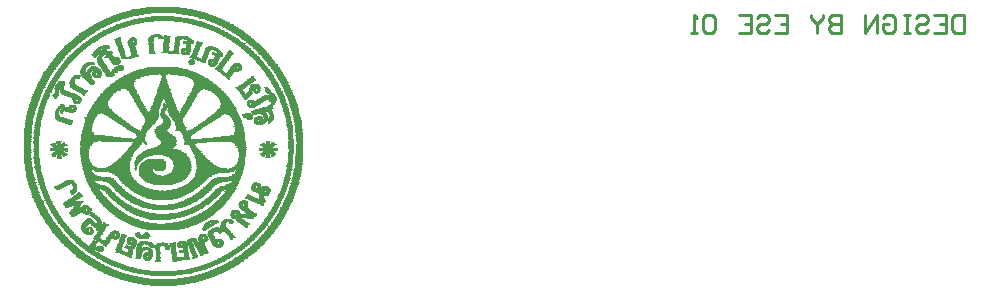
<source format=gbo>
%FSLAX44Y44*%
%MOMM*%
G71*
G01*
G75*
G04 Layer_Color=32896*
%ADD10C,0.3810*%
%ADD11C,0.2540*%
%ADD12C,0.6350*%
%ADD13R,1.2700X4.2000*%
%ADD14R,1.3500X4.7000*%
%ADD15R,2.1000X1.6000*%
%ADD16R,0.4000X1.3500*%
%ADD17R,1.9000X1.9000*%
%ADD18R,1.8000X1.9000*%
%ADD19R,0.9000X1.9000*%
%ADD20R,3.2000X1.9000*%
%ADD21R,1.5240X1.0160*%
%ADD22R,1.0160X1.5240*%
%ADD23R,1.1000X1.0000*%
%ADD24R,0.9100X1.2200*%
%ADD25R,0.8000X0.8000*%
%ADD26R,0.8000X0.8000*%
%ADD27R,1.0000X1.3500*%
%ADD28R,0.3700X0.4300*%
%ADD29R,0.3700X0.3000*%
%ADD30R,0.6000X1.6000*%
%ADD31O,1.9000X0.5500*%
%ADD32O,0.5500X1.9000*%
%ADD33C,1.5000*%
%ADD34R,1.5000X1.5000*%
%ADD35R,1.8500X1.8500*%
%ADD36C,1.8500*%
%ADD37R,1.5000X1.5000*%
%ADD38R,1.0000X1.5240*%
%ADD39C,1.7780*%
%ADD40C,1.2700*%
%ADD41C,0.2500*%
%ADD42C,0.6000*%
%ADD43C,0.2500*%
%ADD44R,0.1000X0.1000*%
%ADD45C,0.0500*%
%ADD46C,0.2000*%
%ADD47C,1.0000*%
%ADD48C,0.0254*%
D11*
X836930Y498343D02*
Y483108D01*
X829313D01*
X826773Y485647D01*
Y495804D01*
X829313Y498343D01*
X836930D01*
X811538D02*
X821695D01*
Y483108D01*
X811538D01*
X821695Y490726D02*
X816617D01*
X796303Y495804D02*
X798842Y498343D01*
X803921D01*
X806460Y495804D01*
Y493265D01*
X803921Y490726D01*
X798842D01*
X796303Y488186D01*
Y485647D01*
X798842Y483108D01*
X803921D01*
X806460Y485647D01*
X791225Y498343D02*
X786146D01*
X788686D01*
Y483108D01*
X791225D01*
X786146D01*
X768372Y495804D02*
X770911Y498343D01*
X775990D01*
X778529Y495804D01*
Y485647D01*
X775990Y483108D01*
X770911D01*
X768372Y485647D01*
Y490726D01*
X773450D01*
X763294Y483108D02*
Y498343D01*
X753137Y483108D01*
Y498343D01*
X732824D02*
Y483108D01*
X725206D01*
X722667Y485647D01*
Y488186D01*
X725206Y490726D01*
X732824D01*
X725206D01*
X722667Y493265D01*
Y495804D01*
X725206Y498343D01*
X732824D01*
X717589D02*
Y495804D01*
X712510Y490726D01*
X707432Y495804D01*
Y498343D01*
X712510Y490726D02*
Y483108D01*
X676962Y498343D02*
X687119D01*
Y483108D01*
X676962D01*
X687119Y490726D02*
X682040D01*
X661727Y495804D02*
X664266Y498343D01*
X669344D01*
X671883Y495804D01*
Y493265D01*
X669344Y490726D01*
X664266D01*
X661727Y488186D01*
Y485647D01*
X664266Y483108D01*
X669344D01*
X671883Y485647D01*
X646492Y498343D02*
X656648D01*
Y483108D01*
X646492D01*
X656648Y490726D02*
X651570D01*
X626178Y495804D02*
X623639Y498343D01*
X618561D01*
X616021Y495804D01*
Y485647D01*
X618561Y483108D01*
X623639D01*
X626178Y485647D01*
Y495804D01*
X610943Y483108D02*
X605865D01*
X608404D01*
Y498343D01*
X610943Y495804D01*
D48*
X163770Y377996D02*
X179772D01*
X150562Y504996D02*
X167326D01*
X147514Y504742D02*
X170374D01*
X144974Y504488D02*
X172914D01*
X142942Y504234D02*
X174946D01*
X141164Y503980D02*
X176724D01*
X139640Y503726D02*
X178248D01*
X137608Y503472D02*
X180026D01*
X136846Y503218D02*
X181296D01*
X135068Y502964D02*
X182820D01*
X133036Y502710D02*
X183836D01*
X132782Y502456D02*
X184598D01*
X132020Y502202D02*
X185868D01*
X130750Y501948D02*
X187392D01*
X129988Y501694D02*
X187900D01*
X128210Y501440D02*
X188916D01*
X127956Y501186D02*
X190186D01*
X126940Y500932D02*
X190948D01*
X125670Y500678D02*
X191964D01*
X161230Y500424D02*
X192726D01*
X125162D02*
X154880D01*
X167580Y500170D02*
X193996D01*
X124146D02*
X151070D01*
X170374Y499916D02*
X194758D01*
X123638D02*
X148022D01*
X172660Y499662D02*
X195774D01*
X122622D02*
X145482D01*
X174438Y499408D02*
X196028D01*
X121606D02*
X143704D01*
X176470Y499154D02*
X196790D01*
X175454D02*
X175962D01*
X121098D02*
X142180D01*
X177740Y498900D02*
X197552D01*
X120590D02*
X140402D01*
X179518Y498646D02*
X198314D01*
X119574D02*
X138624D01*
X180534Y498392D02*
X199076D01*
X119066D02*
X137608D01*
X181804Y498138D02*
X199584D01*
X118558D02*
X136338D01*
X182820Y497884D02*
X200346D01*
X117542D02*
X135068D01*
X184344Y497630D02*
X200854D01*
X116780D02*
X134052D01*
X185614Y497376D02*
X201870D01*
X116526D02*
X133036D01*
X186630Y497122D02*
X202378D01*
X115764D02*
X132020D01*
X187646Y496868D02*
X202886D01*
X151578D02*
X167326D01*
X148530D02*
X151070D01*
X115002D02*
X131258D01*
X188408Y496614D02*
X203394D01*
X147260D02*
X170120D01*
X114494D02*
X129734D01*
X189170Y496360D02*
X204156D01*
X145990D02*
X172152D01*
X113732D02*
X129226D01*
X190186Y496106D02*
X205172D01*
X143704D02*
X174692D01*
X113224D02*
X128718D01*
X189424Y495852D02*
X205426D01*
X141926D02*
X176216D01*
X112716D02*
X127194D01*
X191964Y495598D02*
X206188D01*
X140148D02*
X177994D01*
X111700D02*
X126178D01*
X192726Y495344D02*
X206696D01*
X139132D02*
X180026D01*
X111446D02*
X125416D01*
X193742Y495090D02*
X207204D01*
X137862D02*
X180534D01*
X110938D02*
X124908D01*
X194250Y494836D02*
X207712D01*
X136592D02*
X181804D01*
X110176D02*
X123892D01*
X194758Y494582D02*
X208220D01*
X135068D02*
X183074D01*
X109668D02*
X123130D01*
X195774Y494328D02*
X208728D01*
X133544D02*
X184090D01*
X109160D02*
X122622D01*
X196536Y494074D02*
X209490D01*
X132528D02*
X185614D01*
X108652D02*
X122114D01*
X197298Y493820D02*
X210252D01*
X131766D02*
X187138D01*
X108144D02*
X120844D01*
X197806Y493566D02*
X210506D01*
X164786D02*
X187392D01*
X131258D02*
X154118D01*
X107636D02*
X120082D01*
X198568Y493312D02*
X211522D01*
X168342D02*
X188154D01*
X130496D02*
X150308D01*
X107128D02*
X119574D01*
X199076Y493058D02*
X211522D01*
X170374D02*
X189170D01*
X129226D02*
X147768D01*
X106620D02*
X118812D01*
X200092Y492804D02*
X211776D01*
X173168D02*
X189932D01*
X128210D02*
X145482D01*
X105858D02*
X118304D01*
X200600Y492550D02*
X212284D01*
X173676D02*
X190948D01*
X127702D02*
X143704D01*
X105604D02*
X118050D01*
X200854Y492296D02*
X212792D01*
X176216D02*
X191456D01*
X126686D02*
X142180D01*
X104334D02*
X117034D01*
X201870Y492042D02*
X213554D01*
X177486D02*
X192980D01*
X125924D02*
X140656D01*
X104588D02*
X116272D01*
X202632Y491788D02*
X214824D01*
X179264D02*
X193488D01*
X125162D02*
X139386D01*
X104080D02*
X115764D01*
X203140Y491534D02*
X214316D01*
X180534D02*
X194250D01*
X124400D02*
X138370D01*
X103572D02*
X115002D01*
X203902Y491280D02*
X214824D01*
X181804D02*
X194758D01*
X123638D02*
X137354D01*
X103064D02*
X114748D01*
X204410Y491026D02*
X215332D01*
X182820D02*
X195520D01*
X122876D02*
X135830D01*
X102556D02*
X113986D01*
X204918Y490772D02*
X215840D01*
X183836D02*
X196282D01*
X122114D02*
X134306D01*
X102302D02*
X113224D01*
X205172Y490518D02*
X216094D01*
X184852D02*
X197044D01*
X121352D02*
X133544D01*
X101540D02*
X112716D01*
X205680Y490264D02*
X216602D01*
X186122D02*
X197806D01*
X120590D02*
X132528D01*
X101286D02*
X112716D01*
X206442Y490010D02*
X218126D01*
X186630D02*
X198314D01*
X119574D02*
X131512D01*
X100778D02*
X111700D01*
X206696Y489756D02*
X217618D01*
X187392D02*
X199076D01*
X119066D02*
X131004D01*
X100270D02*
X110938D01*
X207458Y489502D02*
X218634D01*
X188154D02*
X199838D01*
X118812D02*
X129734D01*
X99762D02*
X110684D01*
X208220Y489248D02*
X218380D01*
X189678D02*
X200346D01*
X118050D02*
X128972D01*
X99508D02*
X109922D01*
X208728Y488994D02*
X218888D01*
X189932D02*
X201108D01*
X117542D02*
X128210D01*
X99000D02*
X109668D01*
X209236Y488740D02*
X219396D01*
X191456D02*
X201362D01*
X117034D02*
X127194D01*
X98492D02*
X109160D01*
X209490Y488486D02*
X219650D01*
X192218D02*
X202124D01*
X116526D02*
X126940D01*
X98238D02*
X108652D01*
X210252Y488232D02*
X220412D01*
X192726D02*
X202632D01*
X115764D02*
X125670D01*
X97476D02*
X107890D01*
X210506Y487978D02*
X220666D01*
X193234D02*
X203140D01*
X115256D02*
X124908D01*
X96968D02*
X107890D01*
X211268Y487724D02*
X220920D01*
X194504D02*
X204156D01*
X114494D02*
X124146D01*
X96968D02*
X107128D01*
X211776Y487470D02*
X221428D01*
X195012D02*
X204410D01*
X113986D02*
X123384D01*
X96460D02*
X106620D01*
X212284Y487216D02*
X221682D01*
X195774D02*
X204918D01*
X113478D02*
X122876D01*
X96206D02*
X105858D01*
X212538Y486962D02*
X222444D01*
X196536D02*
X205426D01*
X112970D02*
X122876D01*
X95190D02*
X105604D01*
X213046Y486708D02*
X222698D01*
X197044D02*
X206188D01*
X112462D02*
X121352D01*
X95190D02*
X105096D01*
X213554Y486454D02*
X223460D01*
X197806D02*
X206696D01*
X111700D02*
X120844D01*
X94936D02*
X104588D01*
X214062Y486200D02*
X223460D01*
X198568D02*
X207204D01*
X111192D02*
X120082D01*
X94682D02*
X104080D01*
X214570Y485946D02*
X223968D01*
X199076D02*
X207458D01*
X110684D02*
X119574D01*
X93920D02*
X103572D01*
X214824Y485692D02*
X224984D01*
X199584D02*
X208220D01*
X110430D02*
X118812D01*
X215332Y485438D02*
X224476D01*
X200346D02*
X208728D01*
X109668D02*
X118050D01*
X93412D02*
X102810D01*
X215840Y485184D02*
X224984D01*
X201108D02*
X209236D01*
X109414D02*
X117796D01*
X93158D02*
X103318D01*
X216348Y484930D02*
X225746D01*
X201616D02*
X209744D01*
X108652D02*
X117034D01*
X92650D02*
X101794D01*
X216602Y484676D02*
X225746D01*
X202124D02*
X210252D01*
X108398D02*
X117034D01*
X92142D02*
X101540D01*
X217110Y484422D02*
X226254D01*
X202632D02*
X210760D01*
X107636D02*
X116018D01*
X91888D02*
X101032D01*
X217364Y484168D02*
X226762D01*
X203140D02*
X211014D01*
X107382D02*
X115256D01*
X91380D02*
X100524D01*
X217872Y483914D02*
X226762D01*
X203902D02*
X212030D01*
X106874D02*
X114748D01*
X90872D02*
X100778D01*
X218380Y483660D02*
X227016D01*
X106366D02*
X114240D01*
X90872D02*
X100270D01*
X218888Y483406D02*
X227524D01*
X204918D02*
X213046D01*
X106112D02*
X113732D01*
X89856D02*
X99762D01*
X219142Y483152D02*
X228540D01*
X205426D02*
X213046D01*
X105604D02*
X113224D01*
X90110D02*
X99508D01*
X219396Y482898D02*
X228794D01*
X205934D02*
X213300D01*
X105096D02*
X112716D01*
X89856D02*
X98746D01*
X220158Y482644D02*
X228540D01*
X206442D02*
X213808D01*
X104588D02*
X111954D01*
X89348D02*
X98492D01*
X219904Y482390D02*
X228794D01*
X206950D02*
X214316D01*
X104080D02*
X112208D01*
X88332D02*
X97730D01*
X220666Y482136D02*
X229048D01*
X207458D02*
X214824D01*
X103572D02*
X110938D01*
X88840D02*
X97476D01*
X221174Y481882D02*
X229556D01*
X207712D02*
X215078D01*
X154372D02*
X155134D01*
X153102D02*
X153610D01*
X152086D02*
X152848D01*
X103318D02*
X110684D01*
X88332D02*
X97984D01*
X221428Y481628D02*
X230064D01*
X207966D02*
X215840D01*
X151324D02*
X155642D01*
X102810D02*
X110176D01*
X88078D02*
X96968D01*
X221936Y481374D02*
X230318D01*
X208982D02*
X216348D01*
X150308D02*
X156912D01*
X102556D02*
X109668D01*
X87570D02*
X96460D01*
X222444Y481120D02*
X230572D01*
X209236D02*
X216348D01*
X149800D02*
X156658D01*
X101540D02*
X109160D01*
X87316D02*
X95952D01*
X222698Y480866D02*
X230826D01*
X209998D02*
X216856D01*
X159960D02*
X161738D01*
X149292D02*
X157420D01*
X101540D02*
X108652D01*
X87062D02*
X95698D01*
X223206Y480612D02*
X231334D01*
X210252D02*
X217364D01*
X159960D02*
X165040D01*
X148784D02*
X157420D01*
X101286D02*
X108144D01*
X86808D02*
X95190D01*
X223460Y480358D02*
X231588D01*
X211014D02*
X217618D01*
X160214D02*
X164532D01*
X148022D02*
X157928D01*
X100778D02*
X107890D01*
X85538D02*
X94682D01*
X223714Y480104D02*
X232096D01*
X211268D02*
X218126D01*
X172914D02*
X178248D01*
X160214D02*
X164278D01*
X147768D02*
X158182D01*
X86046D02*
X94428D01*
X224222Y479850D02*
X232604D01*
X211776D02*
X218380D01*
X171136D02*
X179264D01*
X160468D02*
X164786D01*
X153864D02*
X158182D01*
X148022D02*
X152848D01*
X85792D02*
X94682D01*
X224476Y479596D02*
X232604D01*
X212284D02*
X218888D01*
X171136D02*
X179518D01*
X160214D02*
X164532D01*
X154626D02*
X158690D01*
X147514D02*
X151832D01*
X121860D02*
X122368D01*
X99508D02*
X106620D01*
X84776D02*
X93920D01*
X224984Y479342D02*
X232858D01*
X212538D02*
X219142D01*
X170628D02*
X180026D01*
X160214D02*
X164024D01*
X154880D02*
X158690D01*
X147514D02*
X151324D01*
X121606D02*
X122368D01*
X99254D02*
X106112D01*
X84522D02*
X93412D01*
X225238Y479088D02*
X233112D01*
X213046D02*
X219904D01*
X169612D02*
X180534D01*
X160214D02*
X164024D01*
X155388D02*
X158690D01*
X147260D02*
X151070D01*
X132020D02*
X134814D01*
X121352D02*
X122114D01*
X98746D02*
X105604D01*
X84268D02*
X93158D01*
X225492Y478834D02*
X233620D01*
X213300D02*
X219904D01*
X170120D02*
X181042D01*
X154626D02*
X158944D01*
X147006D02*
X150562D01*
X131512D02*
X135068D01*
X121098D02*
X122368D01*
X98492D02*
X105096D01*
X84522D02*
X92650D01*
X226000Y478580D02*
X233874D01*
X213808D02*
X220412D01*
X181550D02*
X181804D01*
X169866D02*
X181296D01*
X160214D02*
X164024D01*
X155642D02*
X159452D01*
X147006D02*
X150308D01*
X131258D02*
X135322D01*
X119574D02*
X122368D01*
X97984D02*
X104842D01*
X84014D02*
X92396D01*
X226000Y478326D02*
X234128D01*
X214316D02*
X221428D01*
X169104D02*
X181550D01*
X160214D02*
X164024D01*
X146752D02*
X150562D01*
X131004D02*
X135576D01*
X119320D02*
X122114D01*
X97222D02*
X104334D01*
X83760D02*
X92142D01*
X226254Y478072D02*
X234382D01*
X214824D02*
X221174D01*
X176470D02*
X182566D01*
X169358D02*
X174184D01*
X159960D02*
X164024D01*
X146752D02*
X150054D01*
X130496D02*
X135830D01*
X118812D02*
X122368D01*
X118304D02*
X118558D01*
X97476D02*
X104080D01*
X83506D02*
X91888D01*
X227016Y477818D02*
X234636D01*
X215078D02*
X221428D01*
X178502D02*
X182566D01*
X169104D02*
X173676D01*
X160214D02*
X164278D01*
X146752D02*
X150308D01*
X130242D02*
X136338D01*
X96968D02*
X103318D01*
X82744D02*
X91380D01*
X227270Y477564D02*
X234890D01*
X179010D02*
X182566D01*
X169104D02*
X173422D01*
X160214D02*
X163770D01*
X146752D02*
X150562D01*
X130242D02*
X136084D01*
X117796D02*
X122114D01*
X96714D02*
X103064D01*
X82998D02*
X91126D01*
X227524Y477310D02*
X235652D01*
X215332D02*
X222444D01*
X179518D02*
X182820D01*
X169358D02*
X173422D01*
X159960D02*
X164278D01*
X146752D02*
X150308D01*
X129988D02*
X136338D01*
X117796D02*
X122114D01*
X96206D02*
X102556D01*
X82744D02*
X90872D01*
X228032Y477056D02*
X235906D01*
X216348D02*
X222698D01*
X179772D02*
X183836D01*
X169358D02*
X172660D01*
X159960D02*
X163770D01*
X146752D02*
X150308D01*
X129988D02*
X136338D01*
X118304D02*
X122368D01*
X95698D02*
X102810D01*
X82490D02*
X90364D01*
X228286Y476802D02*
X235906D01*
X216602D02*
X222952D01*
X180026D02*
X184090D01*
X169104D02*
X172660D01*
X159960D02*
X163770D01*
X146752D02*
X150054D01*
X134052D02*
X136592D01*
X129480D02*
X133036D01*
X118558D02*
X122368D01*
X95444D02*
X101794D01*
X81982D02*
X90110D01*
X228540Y476548D02*
X236160D01*
X217110D02*
X223206D01*
X169104D02*
X172914D01*
X159960D02*
X164024D01*
X146752D02*
X150054D01*
X134306D02*
X136592D01*
X129480D02*
X132528D01*
X118558D02*
X122368D01*
X95190D02*
X101540D01*
X81728D02*
X89856D01*
X229048Y476294D02*
X236414D01*
X217364D02*
X223714D01*
X169104D02*
X172660D01*
X159960D02*
X164024D01*
X146752D02*
X150054D01*
X134306D02*
X136592D01*
X129734D02*
X132528D01*
X118812D02*
X122622D01*
X94174D02*
X101032D01*
X81220D02*
X89348D01*
X229302Y476040D02*
X236668D01*
X217872D02*
X223968D01*
X169104D02*
X172406D01*
X159706D02*
X163516D01*
X146752D02*
X150562D01*
X134560D02*
X136592D01*
X129226D02*
X132274D01*
X118812D02*
X122622D01*
X101032D02*
X101286D01*
X94428D02*
X100778D01*
X81220D02*
X89348D01*
X229302Y475786D02*
X236922D01*
X218380D02*
X224222D01*
X175962D02*
X184852D01*
X169104D02*
X172406D01*
X159960D02*
X163516D01*
X147006D02*
X150562D01*
X134306D02*
X136592D01*
X129480D02*
X132528D01*
X119066D02*
X122876D01*
X93920D02*
X100778D01*
X80966D02*
X88840D01*
X229556Y475532D02*
X237430D01*
X218634D02*
X224730D01*
X175962D02*
X184344D01*
X169104D02*
X172406D01*
X159960D02*
X163516D01*
X147006D02*
X150054D01*
X134560D02*
X136592D01*
X129480D02*
X132528D01*
X118558D02*
X122876D01*
X93920D02*
X100270D01*
X80712D02*
X88840D01*
X230064Y475278D02*
X237684D01*
X218888D02*
X224984D01*
X175962D02*
X184344D01*
X169104D02*
X172406D01*
X159960D02*
X163516D01*
X147006D02*
X150054D01*
X134306D02*
X136592D01*
X129226D02*
X132528D01*
X118812D02*
X122876D01*
X93412D02*
X99508D01*
X79696D02*
X88078D01*
X230572Y475024D02*
X237938D01*
X219396D02*
X225492D01*
X175962D02*
X184344D01*
X169104D02*
X172406D01*
X159960D02*
X164024D01*
X147006D02*
X150054D01*
X134052D02*
X136592D01*
X129226D02*
X132782D01*
X119320D02*
X123638D01*
X93158D02*
X99254D01*
X79950D02*
X87824D01*
X230826Y474770D02*
X238192D01*
X219650D02*
X225746D01*
X187392D02*
X191964D01*
X175962D02*
X184090D01*
X169104D02*
X172406D01*
X159452D02*
X163770D01*
X147006D02*
X150054D01*
X133798D02*
X136592D01*
X128972D02*
X132782D01*
X119066D02*
X123130D01*
X92650D02*
X98746D01*
X79696D02*
X87316D01*
X231080Y474516D02*
X238700D01*
X220158D02*
X226254D01*
X187138D02*
X192218D01*
X175708D02*
X184090D01*
X169104D02*
X172406D01*
X159706D02*
X163516D01*
X146752D02*
X150562D01*
X129226D02*
X136338D01*
X119320D02*
X123384D01*
X92396D02*
X98492D01*
X79188D02*
X87062D01*
X231334Y474262D02*
X238954D01*
X220666D02*
X226508D01*
X187138D02*
X191710D01*
X176470D02*
X183074D01*
X168850D02*
X172406D01*
X159452D02*
X163516D01*
X147006D02*
X150562D01*
X129226D02*
X136592D01*
X119574D02*
X123384D01*
X92142D02*
X98238D01*
X78934D02*
X87316D01*
X231588Y474008D02*
X239462D01*
X220920D02*
X228286D01*
X187138D02*
X191202D01*
X177232D02*
X181550D01*
X168596D02*
X172406D01*
X159452D02*
X163516D01*
X146752D02*
X150308D01*
X129734D02*
X136338D01*
X119574D02*
X123384D01*
X91634D02*
X97730D01*
X78934D02*
X86300D01*
X231842Y473754D02*
X239970D01*
X221174D02*
X227016D01*
X186630D02*
X190948D01*
X178502D02*
X181550D01*
X168850D02*
X172406D01*
X159452D02*
X163516D01*
X146752D02*
X150308D01*
X129734D02*
X136338D01*
X119320D02*
X123892D01*
X78426D02*
X86554D01*
X232350Y473500D02*
X239716D01*
X221428D02*
X227270D01*
X186630D02*
X190948D01*
X178756D02*
X181804D01*
X168850D02*
X172406D01*
X159706D02*
X163262D01*
X146752D02*
X150308D01*
X129734D02*
X136084D01*
X119320D02*
X123892D01*
X78426D02*
X86300D01*
X232604Y473246D02*
X239716D01*
X221936D02*
X227524D01*
X186884D02*
X190694D01*
X178502D02*
X181804D01*
X168850D02*
X172406D01*
X159706D02*
X163516D01*
X147260D02*
X150308D01*
X129734D02*
X135576D01*
X119828D02*
X123638D01*
X77918D02*
X85792D01*
X233112Y472992D02*
X240732D01*
X222190D02*
X227778D01*
X186376D02*
X190948D01*
X178248D02*
X181804D01*
X159452D02*
X163262D01*
X147260D02*
X150308D01*
X129988D02*
X135322D01*
X119828D02*
X123638D01*
X77664D02*
X85284D01*
X233112Y472738D02*
X240986D01*
X222444D02*
X228540D01*
X186376D02*
X190694D01*
X178248D02*
X181804D01*
X168850D02*
X172152D01*
X159452D02*
X163516D01*
X147260D02*
X150308D01*
X129988D02*
X134814D01*
X120082D02*
X123892D01*
X77664D02*
X85030D01*
X233366Y472484D02*
X240732D01*
X222952D02*
X228540D01*
X186376D02*
X190694D01*
X178756D02*
X181804D01*
X168850D02*
X172152D01*
X159706D02*
X163262D01*
X147006D02*
X150562D01*
X129734D02*
X134052D01*
X119828D02*
X124146D01*
X77156D02*
X84776D01*
X233620Y472230D02*
X241240D01*
X223206D02*
X228794D01*
X186376D02*
X190440D01*
X178502D02*
X181804D01*
X168342D02*
X172152D01*
X159452D02*
X163262D01*
X147006D02*
X150816D01*
X129734D02*
X134306D01*
X119828D02*
X123892D01*
X108144D02*
X112462D01*
X76394D02*
X85030D01*
X234128Y471976D02*
X241240D01*
X223460D02*
X229556D01*
X186376D02*
X190186D01*
X178502D02*
X181804D01*
X168342D02*
X172152D01*
X159452D02*
X163262D01*
X147006D02*
X150816D01*
X130242D02*
X134306D01*
X120336D02*
X123892D01*
X106366D02*
X112716D01*
X89348D02*
X94936D01*
X76394D02*
X84268D01*
X234382Y471722D02*
X241494D01*
X223968D02*
X229810D01*
X186376D02*
X190186D01*
X178502D02*
X181804D01*
X168342D02*
X172152D01*
X159452D02*
X163262D01*
X147006D02*
X150816D01*
X130242D02*
X134306D01*
X120336D02*
X124400D01*
X105350D02*
X112970D01*
X89094D02*
X94682D01*
X76648D02*
X84014D01*
X234382Y471468D02*
X242002D01*
X224222D02*
X229810D01*
X197044D02*
X200346D01*
X186122D02*
X189932D01*
X178502D02*
X181804D01*
X168088D02*
X172152D01*
X159452D02*
X163262D01*
X147006D02*
X150562D01*
X130496D02*
X134560D01*
X120590D02*
X124400D01*
X105350D02*
X113224D01*
X88586D02*
X94174D01*
X75632D02*
X83760D01*
X234890Y471214D02*
X242256D01*
X224730D02*
X230064D01*
X196282D02*
X201870D01*
X185868D02*
X189932D01*
X168088D02*
X172152D01*
X159452D02*
X163262D01*
X147006D02*
X150562D01*
X130496D02*
X134560D01*
X120590D02*
X124146D01*
X104334D02*
X113732D01*
X88078D02*
X93920D01*
X76140D02*
X83506D01*
X235144Y470960D02*
X242764D01*
X224984D02*
X230572D01*
X196028D02*
X202124D01*
X185868D02*
X189932D01*
X178248D02*
X181804D01*
X168342D02*
X172152D01*
X159452D02*
X163770D01*
X147006D02*
X150562D01*
X130242D02*
X135068D01*
X120590D02*
X124400D01*
X104080D02*
X113478D01*
X88078D02*
X93920D01*
X75124D02*
X83506D01*
X234890Y470706D02*
X242764D01*
X225238D02*
X230826D01*
X195774D02*
X203394D01*
X185868D02*
X189678D01*
X178248D02*
X181804D01*
X168342D02*
X172152D01*
X159452D02*
X163008D01*
X147514D02*
X150816D01*
X130750D02*
X135068D01*
X120844D02*
X124400D01*
X104080D02*
X113478D01*
X87824D02*
X93412D01*
X74870D02*
X83252D01*
X235652Y470452D02*
X243272D01*
X225492D02*
X231080D01*
X195520D02*
X203648D01*
X185614D02*
X189678D01*
X168088D02*
X171898D01*
X159452D02*
X163008D01*
X147006D02*
X150562D01*
X130750D02*
X134814D01*
X120590D02*
X124400D01*
X109160D02*
X112970D01*
X103318D02*
X107382D01*
X87316D02*
X92904D01*
X74870D02*
X82490D01*
X235906Y470198D02*
X243018D01*
X225746D02*
X232604D01*
X195266D02*
X204410D01*
X185614D02*
X189678D01*
X176216D02*
X181804D01*
X168088D02*
X171898D01*
X159452D02*
X163008D01*
X147006D02*
X150816D01*
X130750D02*
X134814D01*
X120844D02*
X124654D01*
X108652D02*
X112716D01*
X103318D02*
X106874D01*
X87062D02*
X92650D01*
X75124D02*
X82236D01*
X236160Y469944D02*
X243272D01*
X226000D02*
X231588D01*
X195266D02*
X204410D01*
X185360D02*
X189424D01*
X175708D02*
X181804D01*
X168596D02*
X171898D01*
X159452D02*
X163008D01*
X147260D02*
X150816D01*
X131004D02*
X135322D01*
X121098D02*
X124654D01*
X108652D02*
X112208D01*
X103064D02*
X106874D01*
X86808D02*
X92396D01*
X74616D02*
X81982D01*
X236414Y469690D02*
X243526D01*
X226508D02*
X231842D01*
X195012D02*
X205172D01*
X185360D02*
X189424D01*
X174946D02*
X182058D01*
X168596D02*
X171898D01*
X159452D02*
X163008D01*
X147260D02*
X150816D01*
X131004D02*
X135068D01*
X121098D02*
X124908D01*
X108144D02*
X111446D01*
X102810D02*
X106112D01*
X86554D02*
X92396D01*
X74616D02*
X81728D01*
X236668Y469436D02*
X243780D01*
X226508D02*
X232096D01*
X195012D02*
X205426D01*
X185360D02*
X189170D01*
X175200D02*
X182058D01*
X168596D02*
X171898D01*
X159198D02*
X163008D01*
X147260D02*
X150816D01*
X130750D02*
X135068D01*
X121352D02*
X124908D01*
X107636D02*
X111192D01*
X102556D02*
X105604D01*
X86300D02*
X91888D01*
X73600D02*
X81474D01*
X236922Y469182D02*
X244034D01*
X227270D02*
X232604D01*
X200092D02*
X205426D01*
X195012D02*
X199076D01*
X185106D02*
X189170D01*
X174692D02*
X182058D01*
X168342D02*
X172152D01*
X159198D02*
X163008D01*
X147260D02*
X150816D01*
X131258D02*
X135576D01*
X121352D02*
X124908D01*
X107382D02*
X111192D01*
X102810D02*
X105096D01*
X86046D02*
X91634D01*
X73854D02*
X81220D01*
X237176Y468928D02*
X244796D01*
X227016D02*
X232858D01*
X201616D02*
X205934D01*
X194758D02*
X198822D01*
X185106D02*
X189170D01*
X174692D02*
X181804D01*
X168342D02*
X172152D01*
X159198D02*
X163008D01*
X147260D02*
X150816D01*
X131258D02*
X135322D01*
X121352D02*
X125162D01*
X107128D02*
X110176D01*
X102556D02*
X105096D01*
X85538D02*
X91126D01*
X73600D02*
X80966D01*
X237684Y468674D02*
X245050D01*
X227524D02*
X233112D01*
X202124D02*
X206188D01*
X194758D02*
X198568D01*
X184852D02*
X188916D01*
X174438D02*
X181804D01*
X167834D02*
X172152D01*
X158944D02*
X163008D01*
X147514D02*
X150816D01*
X131512D02*
X135322D01*
X121352D02*
X125162D01*
X106620D02*
X110430D01*
X102302D02*
X104842D01*
X85284D02*
X90872D01*
X73600D02*
X80712D01*
X237684Y468420D02*
X244796D01*
X228032D02*
X233366D01*
X202632D02*
X206442D01*
X194504D02*
X198822D01*
X184598D02*
X188916D01*
X177486D02*
X182058D01*
X174438D02*
X176978D01*
X168088D02*
X172152D01*
X158944D02*
X163008D01*
X147768D02*
X150816D01*
X131004D02*
X135830D01*
X121352D02*
X125162D01*
X106112D02*
X109414D01*
X101794D02*
X104588D01*
X84522D02*
X90618D01*
X73092D02*
X80712D01*
X237684Y468166D02*
X245050D01*
X228286D02*
X233620D01*
X214570D02*
X215586D01*
X203140D02*
X206696D01*
X194504D02*
X198568D01*
X184852D02*
X188662D01*
X177994D02*
X182058D01*
X174184D02*
X176978D01*
X168342D02*
X171898D01*
X159198D02*
X162754D01*
X147768D02*
X150816D01*
X131258D02*
X135576D01*
X121606D02*
X125670D01*
X105604D02*
X109414D01*
X102048D02*
X104334D01*
X85030D02*
X90364D01*
X72838D02*
X80204D01*
X238446Y467912D02*
X245558D01*
X228794D02*
X234382D01*
X214316D02*
X215840D01*
X203648D02*
X206950D01*
X194250D02*
X198060D01*
X184598D02*
X188408D01*
X178248D02*
X181550D01*
X174184D02*
X176470D01*
X168342D02*
X172152D01*
X158690D02*
X163008D01*
X147768D02*
X150816D01*
X131766D02*
X135576D01*
X121606D02*
X125670D01*
X113224D02*
X115002D01*
X105350D02*
X108652D01*
X101794D02*
X104334D01*
X84268D02*
X90110D01*
X72838D02*
X79950D01*
X238700Y467658D02*
X246066D01*
X229048D02*
X234128D01*
X214570D02*
X216348D01*
X204156D02*
X206950D01*
X194250D02*
X198060D01*
X184344D02*
X188408D01*
X178248D02*
X181550D01*
X168342D02*
X172152D01*
X158944D02*
X165548D01*
X147260D02*
X151324D01*
X131766D02*
X136084D01*
X121606D02*
X125416D01*
X112716D02*
X115002D01*
X105096D02*
X108144D01*
X101540D02*
X104080D01*
X83760D02*
X89856D01*
X72076D02*
X79696D01*
X238446Y467404D02*
X246320D01*
X229302D02*
X234382D01*
X214062D02*
X216348D01*
X204410D02*
X207204D01*
X194250D02*
X197806D01*
X184344D02*
X188408D01*
X178248D02*
X181550D01*
X167834D02*
X171898D01*
X158690D02*
X167326D01*
X147260D02*
X151578D01*
X131512D02*
X135830D01*
X121606D02*
X125924D01*
X111446D02*
X115002D01*
X104842D02*
X108398D01*
X101286D02*
X104080D01*
X84014D02*
X89348D01*
X71568D02*
X79442D01*
X239208Y467150D02*
X245812D01*
X229556D02*
X234890D01*
X214316D02*
X216856D01*
X204918D02*
X207458D01*
X193996D02*
X197806D01*
X184090D02*
X188408D01*
X158690D02*
X171644D01*
X147768D02*
X151070D01*
X131512D02*
X135830D01*
X121606D02*
X125670D01*
X109414D02*
X115256D01*
X104588D02*
X107382D01*
X101032D02*
X103572D01*
X83760D02*
X89094D01*
X71822D02*
X79188D01*
X239462Y466896D02*
X246320D01*
X229556D02*
X234890D01*
X213808D02*
X217110D01*
X204918D02*
X207458D01*
X193996D02*
X197552D01*
X184090D02*
X188154D01*
X174438D02*
X176470D01*
X158182D02*
X171644D01*
X147768D02*
X151070D01*
X132020D02*
X136084D01*
X122114D02*
X125670D01*
X108652D02*
X115510D01*
X104080D02*
X107128D01*
X100778D02*
X103572D01*
X82744D02*
X88840D01*
X71568D02*
X78934D01*
X239716Y466642D02*
X246320D01*
X230064D02*
X235144D01*
X214062D02*
X217364D01*
X205172D02*
X207712D01*
X193742D02*
X197552D01*
X184090D02*
X187900D01*
X178248D02*
X181296D01*
X174438D02*
X176470D01*
X158182D02*
X171644D01*
X147260D02*
X151324D01*
X132020D02*
X136338D01*
X122114D02*
X126178D01*
X108398D02*
X115510D01*
X103572D02*
X106620D01*
X100524D02*
X103318D01*
X83252D02*
X88586D01*
X71568D02*
X78680D01*
X239716Y466388D02*
X246574D01*
X213554D02*
X217872D01*
X205172D02*
X207966D01*
X200854D02*
X202378D01*
X193742D02*
X197552D01*
X184090D02*
X187900D01*
X177994D02*
X181296D01*
X174438D02*
X176978D01*
X157674D02*
X171898D01*
X147514D02*
X151578D01*
X132020D02*
X136084D01*
X122368D02*
X126178D01*
X107890D02*
X115510D01*
X103318D02*
X106620D01*
X99762D02*
X103064D01*
X82998D02*
X88332D01*
X71314D02*
X78680D01*
X239716Y466134D02*
X246828D01*
X230064D02*
X235652D01*
X213300D02*
X218380D01*
X205426D02*
X208220D01*
X193742D02*
X197298D01*
X183836D02*
X187900D01*
X177486D02*
X181042D01*
X174692D02*
X176978D01*
X163262D02*
X172152D01*
X147006D02*
X151832D01*
X132274D02*
X136338D01*
X122368D02*
X126432D01*
X107128D02*
X115764D01*
X100016D02*
X106112D01*
X82236D02*
X88078D01*
X70806D02*
X78172D01*
X240224Y465880D02*
X247590D01*
X230572D02*
X235906D01*
X213300D02*
X218634D01*
X205426D02*
X208220D01*
X193488D02*
X197298D01*
X183836D02*
X187900D01*
X174692D02*
X181296D01*
X165802D02*
X172914D01*
X147514D02*
X152086D01*
X132274D02*
X136338D01*
X122368D02*
X126178D01*
X107128D02*
X115510D01*
X100016D02*
X105604D01*
X82490D02*
X87824D01*
X71060D02*
X77918D01*
X240478Y465626D02*
X247590D01*
X231334D02*
X236160D01*
X213300D02*
X218380D01*
X205680D02*
X208728D01*
X200854D02*
X205172D01*
X193488D02*
X197044D01*
X183582D02*
X187646D01*
X174946D02*
X180788D01*
X167326D02*
X172152D01*
X165040D02*
X166310D01*
X147260D02*
X151832D01*
X132528D02*
X136592D01*
X122368D02*
X126178D01*
X112462D02*
X115002D01*
X111700D02*
X112208D01*
X106874D02*
X111446D01*
X99508D02*
X105350D01*
X81982D02*
X87570D01*
X70298D02*
X77664D01*
X240732Y465372D02*
X247844D01*
X231588D02*
X236414D01*
X212792D02*
X217618D01*
X200600D02*
X208728D01*
X193234D02*
X197044D01*
X183328D02*
X187646D01*
X174946D02*
X181042D01*
X132020D02*
X137100D01*
X122622D02*
X126432D01*
X112208D02*
X114748D01*
X106366D02*
X110684D01*
X99762D02*
X105096D01*
X81982D02*
X87316D01*
X70552D02*
X77156D01*
X240986Y465118D02*
X247590D01*
X231842D02*
X236922D01*
X212792D02*
X217364D01*
X201108D02*
X208982D01*
X193234D02*
X197044D01*
X183582D02*
X187900D01*
X175454D02*
X180788D01*
X132528D02*
X136592D01*
X122622D02*
X126432D01*
X111954D02*
X114748D01*
X105858D02*
X109414D01*
X98492D02*
X104588D01*
X81728D02*
X86808D01*
X70298D02*
X76902D01*
X241240Y464864D02*
X248098D01*
X232096D02*
X237176D01*
X212538D02*
X217364D01*
X201616D02*
X209236D01*
X192980D02*
X196790D01*
X183328D02*
X187392D01*
X175708D02*
X180280D01*
X132528D02*
X136846D01*
X122622D02*
X126432D01*
X111446D02*
X115002D01*
X105604D02*
X108906D01*
X99000D02*
X104080D01*
X81220D02*
X86808D01*
X69536D02*
X77410D01*
X241494Y464610D02*
X248352D01*
X232350D02*
X237430D01*
X212538D02*
X216856D01*
X201870D02*
X209236D01*
X192980D02*
X196790D01*
X183328D02*
X187646D01*
X132782D02*
X137100D01*
X122876D02*
X126432D01*
X111446D02*
X114494D01*
X105604D02*
X108652D01*
X99000D02*
X104080D01*
X81220D02*
X86300D01*
X69790D02*
X76648D01*
X241748Y464356D02*
X248352D01*
X232096D02*
X237430D01*
X212284D02*
X216856D01*
X202378D02*
X209236D01*
X192980D02*
X196536D01*
X183074D02*
X187392D01*
X132274D02*
X137354D01*
X122876D02*
X126940D01*
X111192D02*
X115002D01*
X105096D02*
X108398D01*
X99254D02*
X103572D01*
X80712D02*
X86300D01*
X69536D02*
X76394D01*
X242002Y464102D02*
X248606D01*
X232858D02*
X237684D01*
X212030D02*
X216602D01*
X202124D02*
X208982D01*
X192980D02*
X196536D01*
X182820D02*
X187138D01*
X133036D02*
X137608D01*
X122622D02*
X127194D01*
X110938D02*
X115510D01*
X105096D02*
X108144D01*
X99508D02*
X103318D01*
X80204D02*
X86300D01*
X69028D02*
X76140D01*
X242256Y463848D02*
X248606D01*
X233112D02*
X237938D01*
X211776D02*
X216348D01*
X202886D02*
X208982D01*
X192726D02*
X196536D01*
X182566D02*
X187392D01*
X132274D02*
X138116D01*
X123130D02*
X126686D01*
X110684D02*
X115764D01*
X104588D02*
X107890D01*
X99508D02*
X102810D01*
X79696D02*
X85538D01*
X68774D02*
X75886D01*
X242510Y463594D02*
X248860D01*
X233112D02*
X238192D01*
X211522D02*
X216094D01*
X203140D02*
X208728D01*
X192726D02*
X196282D01*
X182312D02*
X186884D01*
X131512D02*
X137862D01*
X123130D02*
X126940D01*
X110430D02*
X116272D01*
X104334D02*
X107382D01*
X100016D02*
X102556D01*
X79950D02*
X85538D01*
X69028D02*
X75632D01*
X242510Y463340D02*
X249114D01*
X233620D02*
X238446D01*
X211522D02*
X215840D01*
X202886D02*
X208728D01*
X192472D02*
X196282D01*
X182312D02*
X187138D01*
X130750D02*
X136338D01*
X123130D02*
X126940D01*
X110176D02*
X116272D01*
X104588D02*
X107128D01*
X100270D02*
X102556D01*
X79950D02*
X85030D01*
X68520D02*
X75378D01*
X243018Y463086D02*
X249368D01*
X233620D02*
X239208D01*
X211268D02*
X215586D01*
X203140D02*
X205934D01*
X192472D02*
X196282D01*
X181550D02*
X186630D01*
X129988D02*
X135576D01*
X123130D02*
X127194D01*
X109668D02*
X116526D01*
X104334D02*
X106874D01*
X100270D02*
X102048D01*
X79696D02*
X85284D01*
X68520D02*
X75124D01*
X243018Y462832D02*
X249622D01*
X211268D02*
X215586D01*
X202632D02*
X206188D01*
X192218D02*
X196028D01*
X181296D02*
X186630D01*
X128972D02*
X134814D01*
X123130D02*
X127194D01*
X109414D02*
X116526D01*
X104080D02*
X106620D01*
X100524D02*
X101540D01*
X79442D02*
X84776D01*
X68266D02*
X74870D01*
X243526Y462578D02*
X249876D01*
X211014D02*
X215332D01*
X202632D02*
X206188D01*
X191964D02*
X196028D01*
X181804D02*
X187392D01*
X128210D02*
X133798D01*
X123638D02*
X127448D01*
X109414D02*
X117034D01*
X103826D02*
X106620D01*
X79188D02*
X84268D01*
X68012D02*
X74870D01*
X243780Y462324D02*
X250130D01*
X210760D02*
X215332D01*
X202632D02*
X205934D01*
X191710D02*
X196028D01*
X188154D02*
X188408D01*
X182058D02*
X187900D01*
X128210D02*
X133036D01*
X123384D02*
X127448D01*
X118558D02*
X120336D01*
X112716D02*
X117288D01*
X103826D02*
X106620D01*
X78934D02*
X84522D01*
X67758D02*
X74616D01*
X243780Y462070D02*
X250384D01*
X210506D02*
X215078D01*
X202378D02*
X206188D01*
X191710D02*
X195774D01*
X183074D02*
X188916D01*
X132528D02*
X133036D01*
X123638D02*
X132274D01*
X117796D02*
X121352D01*
X112970D02*
X117034D01*
X103572D02*
X106620D01*
X77918D02*
X84268D01*
X67758D02*
X74616D01*
X244034Y461816D02*
X250892D01*
X235144D02*
X239970D01*
X210252D02*
X214824D01*
X202378D02*
X206188D01*
X191710D02*
X195774D01*
X183582D02*
X189424D01*
X123638D02*
X132274D01*
X112970D02*
X121860D01*
X103572D02*
X106874D01*
X78426D02*
X83506D01*
X67504D02*
X74108D01*
X244542Y461562D02*
X250638D01*
X235144D02*
X240224D01*
X209998D02*
X214570D01*
X202378D02*
X205934D01*
X191710D02*
X195520D01*
X184598D02*
X189932D01*
X123892D02*
X131004D01*
X113224D02*
X122114D01*
X103318D02*
X106874D01*
X78426D02*
X83760D01*
X67250D02*
X73854D01*
X244796Y461308D02*
X250892D01*
X235652D02*
X240478D01*
X209998D02*
X214316D01*
X202378D02*
X205934D01*
X191710D02*
X195520D01*
X185106D02*
X190440D01*
X123384D02*
X130242D01*
X113478D02*
X121606D01*
X103064D02*
X106620D01*
X77918D02*
X82998D01*
X66996D02*
X73600D01*
X244288Y461054D02*
X251400D01*
X235906D02*
X240732D01*
X209744D02*
X214316D01*
X201870D02*
X205934D01*
X191710D02*
X195520D01*
X186376D02*
X190948D01*
X113732D02*
X122114D01*
X102810D02*
X106366D01*
X77918D02*
X82744D01*
X66488D02*
X73346D01*
X245050Y460800D02*
X251654D01*
X236160D02*
X240986D01*
X209490D02*
X214062D01*
X201616D02*
X205934D01*
X198568D02*
X201362D01*
X191456D02*
X195266D01*
X186884D02*
X191202D01*
X182058D02*
X183836D01*
X113732D02*
X122114D01*
X102810D02*
X106620D01*
X77410D02*
X82490D01*
X66234D02*
X73092D01*
X245304Y460546D02*
X251654D01*
X236414D02*
X241240D01*
X209236D02*
X213808D01*
X198314D02*
X205426D01*
X187646D02*
X195266D01*
X181804D02*
X184344D01*
X119828D02*
X122114D01*
X113986D02*
X119574D01*
X103318D02*
X107128D01*
X77156D02*
X82236D01*
X66488D02*
X73092D01*
X245050Y460292D02*
X252162D01*
X236668D02*
X241494D01*
X209236D02*
X213808D01*
X198060D02*
X205680D01*
X188154D02*
X195012D01*
X181550D02*
X184852D01*
X119066D02*
X122368D01*
X114240D02*
X118812D01*
X103318D02*
X106874D01*
X77156D02*
X82236D01*
X66234D02*
X72838D01*
X245558Y460038D02*
X251908D01*
X236922D02*
X241494D01*
X208982D02*
X213554D01*
X197806D02*
X205426D01*
X188916D02*
X195012D01*
X181042D02*
X184852D01*
X120336D02*
X122622D01*
X119066D02*
X119320D01*
X114240D02*
X118558D01*
X103318D02*
X107382D01*
X76648D02*
X82236D01*
X65726D02*
X73346D01*
X245812Y459784D02*
X252162D01*
X237176D02*
X242002D01*
X208728D02*
X213300D01*
X197806D02*
X205172D01*
X189170D02*
X195012D01*
X181042D02*
X184852D01*
X120590D02*
X122876D01*
X119828D02*
X120336D01*
X114494D02*
X118304D01*
X103064D02*
X107382D01*
X76648D02*
X81474D01*
X65726D02*
X72330D01*
X246066Y459530D02*
X252416D01*
X236922D02*
X242002D01*
X208728D02*
X213046D01*
X197552D02*
X205172D01*
X189932D02*
X194758D01*
X180788D02*
X185106D01*
X120336D02*
X122368D01*
X119066D02*
X119574D01*
X118558D02*
X118812D01*
X114748D02*
X118304D01*
X103318D02*
X107636D01*
X76394D02*
X81220D01*
X65726D02*
X72076D01*
X246320Y459276D02*
X252416D01*
X237684D02*
X242256D01*
X208474D02*
X212792D01*
X197298D02*
X205172D01*
X190440D02*
X194758D01*
X180788D02*
X185106D01*
X120336D02*
X122622D01*
X119320D02*
X119574D01*
X114748D02*
X118812D01*
X103318D02*
X107382D01*
X76394D02*
X80966D01*
X65472D02*
X71822D01*
X246574Y459022D02*
X252670D01*
X237430D02*
X242510D01*
X208220D02*
X212792D01*
X200854D02*
X205172D01*
X197298D02*
X199584D01*
X190948D02*
X194758D01*
X180534D02*
X185360D01*
X119574D02*
X122622D01*
X118812D02*
X119066D01*
X115002D02*
X118558D01*
X103064D02*
X107636D01*
X76140D02*
X80712D01*
X65218D02*
X72076D01*
X246828Y458768D02*
X252924D01*
X237684D02*
X242764D01*
X207966D02*
X212538D01*
X200854D02*
X205172D01*
X197298D02*
X199330D01*
X191202D02*
X194504D01*
X180534D02*
X185360D01*
X118812D02*
X119828D01*
X115256D02*
X118558D01*
X103064D02*
X108144D01*
X75632D02*
X80712D01*
X64964D02*
X71568D01*
X246828Y458514D02*
X253178D01*
X238192D02*
X243526D01*
X207712D02*
X212284D01*
X201108D02*
X204664D01*
X197298D02*
X199330D01*
X191964D02*
X194758D01*
X180534D02*
X185360D01*
X119574D02*
X122622D01*
X115256D02*
X118812D01*
X103572D02*
X108144D01*
X96206D02*
X98746D01*
X75632D02*
X80458D01*
X64710D02*
X71568D01*
X247082Y458260D02*
X253432D01*
X238192D02*
X243272D01*
X207712D02*
X212284D01*
X201108D02*
X205172D01*
X197298D02*
X199330D01*
X192472D02*
X194758D01*
X180534D02*
X185360D01*
X115256D02*
X122114D01*
X103572D02*
X108144D01*
X95444D02*
X99508D01*
X75378D02*
X80204D01*
X64710D02*
X71060D01*
X246828Y458006D02*
X253432D01*
X238446D02*
X243526D01*
X207458D02*
X212030D01*
X201108D02*
X204918D01*
X180534D02*
X185106D01*
X115510D02*
X122114D01*
X103572D02*
X108652D01*
X94682D02*
X100016D01*
X75124D02*
X79950D01*
X64456D02*
X71314D01*
X247336Y457752D02*
X253940D01*
X238954D02*
X243780D01*
X207458D02*
X211776D01*
X201108D02*
X204410D01*
X180788D02*
X185106D01*
X115764D02*
X121860D01*
X103826D02*
X108398D01*
X94174D02*
X100524D01*
X74870D02*
X79696D01*
X64202D02*
X70552D01*
X247844Y457498D02*
X254194D01*
X239208D02*
X244034D01*
X219904D02*
X222444D01*
X207204D02*
X211522D01*
X201108D02*
X204410D01*
X180788D02*
X185106D01*
X116018D02*
X121606D01*
X104080D02*
X108906D01*
X93920D02*
X100778D01*
X74362D02*
X79442D01*
X64202D02*
X70806D01*
X248098Y457244D02*
X253940D01*
X239462D02*
X243780D01*
X219396D02*
X222952D01*
X206950D02*
X211522D01*
X200854D02*
X204156D01*
X181042D02*
X184852D01*
X116272D02*
X121860D01*
X104334D02*
X108906D01*
X92904D02*
X100778D01*
X74616D02*
X79188D01*
X63948D02*
X70552D01*
X247844Y456990D02*
X254194D01*
X239208D02*
X244034D01*
X218888D02*
X223460D01*
X206696D02*
X211268D01*
X200600D02*
X204156D01*
X181042D02*
X184852D01*
X116780D02*
X121098D01*
X104588D02*
X109160D01*
X93158D02*
X100524D01*
X74108D02*
X78934D01*
X63694D02*
X70552D01*
X248352Y456736D02*
X254956D01*
X239716D02*
X244796D01*
X218634D02*
X223968D01*
X206442D02*
X211014D01*
X197552D02*
X204156D01*
X181296D02*
X184852D01*
X117034D02*
X121098D01*
X104334D02*
X109160D01*
X92904D02*
X100270D01*
X73600D02*
X78680D01*
X63440D02*
X69790D01*
X248606Y456482D02*
X255210D01*
X239970D02*
X244796D01*
X218380D02*
X223968D01*
X206442D02*
X210760D01*
X197552D02*
X203902D01*
X181804D02*
X184344D01*
X117542D02*
X120336D01*
X116780D02*
X117288D01*
X104588D02*
X109668D01*
X92396D02*
X99762D01*
X73854D02*
X78680D01*
X63440D02*
X69536D01*
X248860Y456228D02*
X254956D01*
X240224D02*
X244796D01*
X218126D02*
X224222D01*
X206188D02*
X210506D01*
X197806D02*
X203648D01*
X104842D02*
X109668D01*
X92142D02*
X99762D01*
X73600D02*
X78426D01*
X63186D02*
X69536D01*
X248352Y455974D02*
X254956D01*
X240224D02*
X244796D01*
X217872D02*
X224476D01*
X205934D02*
X210506D01*
X198060D02*
X203394D01*
X104842D02*
X109668D01*
X92142D02*
X96460D01*
X73600D02*
X78172D01*
X62932D02*
X69282D01*
X249114Y455720D02*
X255464D01*
X240732D02*
X245050D01*
X217618D02*
X224730D01*
X205680D02*
X210252D01*
X198314D02*
X203394D01*
X105350D02*
X109922D01*
X91380D02*
X95698D01*
X73346D02*
X77918D01*
X62932D02*
X69282D01*
X249368Y455466D02*
X255210D01*
X240986D02*
X245558D01*
X217618D02*
X224730D01*
X205680D02*
X209998D01*
X198568D02*
X203140D01*
X120844D02*
X124400D01*
X105096D02*
X110430D01*
X91634D02*
X95190D01*
X73092D02*
X77664D01*
X62678D02*
X68774D01*
X249622Y455212D02*
X255464D01*
X241240D02*
X245812D01*
X217364D02*
X224730D01*
X205426D02*
X209744D01*
X198568D02*
X202632D01*
X120082D02*
X124400D01*
X105350D02*
X110176D01*
X91380D02*
X94936D01*
X72330D02*
X77410D01*
X62424D02*
X69028D01*
X249368Y454958D02*
X255972D01*
X241240D02*
X245812D01*
X222190D02*
X224984D01*
X217110D02*
X220920D01*
X205172D02*
X209744D01*
X199330D02*
X202124D01*
X119574D02*
X124654D01*
X105858D02*
X110430D01*
X90872D02*
X94428D01*
X72838D02*
X77410D01*
X62170D02*
X68520D01*
X249876Y454704D02*
X255718D01*
X241494D02*
X246066D01*
X222444D02*
X224984D01*
X216856D02*
X220920D01*
X204918D02*
X209490D01*
X119828D02*
X124908D01*
X106112D02*
X110684D01*
X90872D02*
X94428D01*
X72584D02*
X77156D01*
X62170D02*
X68520D01*
X249876Y454450D02*
X255972D01*
X241748D02*
X246066D01*
X222698D02*
X224984D01*
X216602D02*
X220666D01*
X204664D02*
X209236D01*
X119320D02*
X124908D01*
X106112D02*
X110938D01*
X97730D02*
X101794D01*
X90618D02*
X93920D01*
X72330D02*
X77156D01*
X61916D02*
X68266D01*
X250384Y454196D02*
X256480D01*
X241748D02*
X246320D01*
X222698D02*
X224984D01*
X216348D02*
X220666D01*
X204664D02*
X208982D01*
X149292D02*
X169358D01*
X119066D02*
X125162D01*
X106366D02*
X110938D01*
X97476D02*
X102302D01*
X90364D02*
X93920D01*
X72076D02*
X76648D01*
X61408D02*
X68012D01*
X250384Y453942D02*
X256734D01*
X242002D02*
X246828D01*
X222952D02*
X224984D01*
X216348D02*
X220666D01*
X204156D02*
X208982D01*
X147768D02*
X170120D01*
X122622D02*
X125162D01*
X119066D02*
X121860D01*
X106620D02*
X111700D01*
X97222D02*
X102810D01*
X90364D02*
X93666D01*
X71822D02*
X76902D01*
X61662D02*
X67758D01*
X250638Y453688D02*
X256988D01*
X242256D02*
X247082D01*
X222952D02*
X225238D01*
X216094D02*
X220920D01*
X203902D02*
X208728D01*
X145482D02*
X171644D01*
X123130D02*
X125162D01*
X117288D02*
X121606D01*
X106366D02*
X111192D01*
X96968D02*
X103318D01*
X90364D02*
X93158D01*
X250892Y453434D02*
X256734D01*
X242256D02*
X246828D01*
X222698D02*
X225238D01*
X215840D02*
X220920D01*
X203902D02*
X208728D01*
X144974D02*
X172914D01*
X122876D02*
X124908D01*
X117288D02*
X121606D01*
X106874D02*
X111446D01*
X96714D02*
X103572D01*
X90110D02*
X92904D01*
X61154D02*
X68012D01*
X251146Y453180D02*
X257496D01*
X242510D02*
X247082D01*
X222698D02*
X225238D01*
X215840D02*
X221174D01*
X203394D02*
X208728D01*
X143704D02*
X174184D01*
X121352D02*
X121606D01*
X117288D02*
X121098D01*
X106874D02*
X111446D01*
X96460D02*
X104080D01*
X90110D02*
X93158D01*
X71314D02*
X75886D01*
X61154D02*
X67250D01*
X251146Y452926D02*
X256988D01*
X243018D02*
X247336D01*
X222444D02*
X224984D01*
X215586D02*
X221428D01*
X203394D02*
X208474D01*
X142688D02*
X175200D01*
X122114D02*
X125162D01*
X117542D02*
X121860D01*
X107128D02*
X111700D01*
X96206D02*
X104334D01*
X89856D02*
X92650D01*
X71060D02*
X75632D01*
X60900D02*
X66996D01*
X251400Y452672D02*
X257242D01*
X243272D02*
X248098D01*
X215332D02*
X224730D01*
X203394D02*
X207966D01*
X141672D02*
X176216D01*
X118050D02*
X124908D01*
X107128D02*
X112208D01*
X95952D02*
X104588D01*
X89856D02*
X92396D01*
X70806D02*
X75378D01*
X60392D02*
X66742D01*
X251654Y452418D02*
X257496D01*
X243272D02*
X247590D01*
X215078D02*
X224730D01*
X203648D02*
X207966D01*
X140656D02*
X176978D01*
X118304D02*
X124400D01*
X107636D02*
X112208D01*
X95952D02*
X104842D01*
X89856D02*
X92396D01*
X70552D02*
X75632D01*
X60646D02*
X67758D01*
X251654Y452164D02*
X257750D01*
X243526D02*
X247844D01*
X215078D02*
X224476D01*
X204156D02*
X207966D01*
X139894D02*
X177994D01*
X118558D02*
X124400D01*
X117542D02*
X118304D01*
X107636D02*
X112208D01*
X95698D02*
X105096D01*
X89602D02*
X92650D01*
X70552D02*
X75378D01*
X60392D02*
X66488D01*
X251908Y451910D02*
X258004D01*
X243780D02*
X248860D01*
X214824D02*
X224476D01*
X204410D02*
X207712D01*
X138370D02*
X179010D01*
X118558D02*
X124400D01*
X116018D02*
X117796D01*
X107890D02*
X112462D01*
X95444D02*
X105350D01*
X89348D02*
X92396D01*
X70044D02*
X75124D01*
X59884D02*
X66488D01*
X252162Y451656D02*
X258258D01*
X214570D02*
X224222D01*
X204410D02*
X208220D01*
X138116D02*
X179772D01*
X115510D02*
X124146D01*
X108144D02*
X112970D01*
X100016D02*
X105350D01*
X95190D02*
X98746D01*
X89348D02*
X92142D01*
X70298D02*
X74616D01*
X60138D02*
X66234D01*
X252162Y451402D02*
X258004D01*
X244034D02*
X248352D01*
X214570D02*
X223714D01*
X205172D02*
X208474D01*
X137354D02*
X180534D01*
X115510D02*
X123384D01*
X107636D02*
X112716D01*
X100524D02*
X105604D01*
X95190D02*
X98238D01*
X89348D02*
X92650D01*
X70044D02*
X74616D01*
X59630D02*
X65980D01*
X252416Y451148D02*
X258512D01*
X244288D02*
X248606D01*
X219650D02*
X223714D01*
X214316D02*
X219396D01*
X205680D02*
X208728D01*
X136338D02*
X181296D01*
X115510D02*
X120336D01*
X108398D02*
X113224D01*
X100016D02*
X105858D01*
X94936D02*
X98238D01*
X89094D02*
X92650D01*
X69790D02*
X74616D01*
X59630D02*
X65726D01*
X252670Y450894D02*
X258512D01*
X244542D02*
X248860D01*
X220412D02*
X222952D01*
X214062D02*
X218888D01*
X205680D02*
X208982D01*
X135576D02*
X182058D01*
X115510D02*
X120082D01*
X108652D02*
X113478D01*
X100270D02*
X105858D01*
X94936D02*
X97476D01*
X89094D02*
X92142D01*
X69790D02*
X74362D01*
X58868D02*
X66234D01*
X252924Y450640D02*
X259020D01*
X244796D02*
X249368D01*
X220920D02*
X222698D01*
X213808D02*
X218888D01*
X206188D02*
X209490D01*
X135068D02*
X182566D01*
X108652D02*
X113224D01*
X99762D02*
X106112D01*
X94682D02*
X97730D01*
X89094D02*
X92396D01*
X69028D02*
X74108D01*
X58868D02*
X65472D01*
X252924Y450386D02*
X259020D01*
X213808D02*
X218634D01*
X206696D02*
X209744D01*
X133798D02*
X183328D01*
X108398D02*
X113478D01*
X99508D02*
X106366D01*
X94428D02*
X97222D01*
X89348D02*
X92650D01*
X69028D02*
X73600D01*
X58614D02*
X65218D01*
X253178Y450132D02*
X258766D01*
X245050D02*
X249622D01*
X213554D02*
X218634D01*
X206950D02*
X209998D01*
X133036D02*
X184852D01*
X108906D02*
X113732D01*
X99508D02*
X106112D01*
X94428D02*
X97476D01*
X89348D02*
X92396D01*
X69028D02*
X73600D01*
X59122D02*
X64964D01*
X252924Y449878D02*
X259020D01*
X245304D02*
X249368D01*
X213300D02*
X218380D01*
X207204D02*
X210252D01*
X132274D02*
X184598D01*
X109414D02*
X113732D01*
X99254D02*
X106112D01*
X94174D02*
X97476D01*
X89094D02*
X92904D01*
X69028D02*
X73600D01*
X58868D02*
X65218D01*
X253178Y449624D02*
X259274D01*
X245304D02*
X249622D01*
X213300D02*
X218126D01*
X132274D02*
X185614D01*
X109414D02*
X113986D01*
X102810D02*
X106366D01*
X99254D02*
X102302D01*
X94174D02*
X96968D01*
X89094D02*
X92650D01*
X68520D02*
X73092D01*
X57852D02*
X64710D01*
X253686Y449370D02*
X259528D01*
X245304D02*
X250130D01*
X213046D02*
X217872D01*
X131766D02*
X186122D01*
X109668D02*
X114240D01*
X103064D02*
X106366D01*
X99254D02*
X102048D01*
X94428D02*
X96968D01*
X89094D02*
X92904D01*
X68520D02*
X73092D01*
X58614D02*
X64456D01*
X253940Y449116D02*
X259528D01*
X245812D02*
X250384D01*
X213046D02*
X217618D01*
X131258D02*
X186630D01*
X109922D02*
X114240D01*
X103318D02*
X106620D01*
X99254D02*
X101794D01*
X94428D02*
X96714D01*
X89094D02*
X92904D01*
X68012D02*
X73092D01*
X58106D02*
X64456D01*
X253940Y448862D02*
X259782D01*
X246066D02*
X250130D01*
X212792D02*
X217364D01*
X161230D02*
X187138D01*
X130750D02*
X160722D01*
X109668D02*
X114494D01*
X103318D02*
X106620D01*
X99254D02*
X101540D01*
X94174D02*
X96714D01*
X89348D02*
X93158D01*
X68266D02*
X72584D01*
X58360D02*
X64202D01*
X253940Y448608D02*
X260036D01*
X245812D02*
X250384D01*
X212538D02*
X217364D01*
X165294D02*
X188154D01*
X164786D02*
X165040D01*
X163770D02*
X164278D01*
X163008D02*
X163516D01*
X161992D02*
X162246D01*
X157928D02*
X160722D01*
X156658D02*
X157420D01*
X129988D02*
X155896D01*
X110176D02*
X117034D01*
X103572D02*
X106366D01*
X99254D02*
X101540D01*
X94174D02*
X96714D01*
X89602D02*
X93666D01*
X67758D02*
X72838D01*
X57852D02*
X63948D01*
X254448Y448354D02*
X260290D01*
X246320D02*
X250384D01*
X212284D02*
X217110D01*
X167580D02*
X188408D01*
X166564D02*
X167072D01*
X165294D02*
X166056D01*
X160976D02*
X162246D01*
X158436D02*
X160468D01*
X157674D02*
X158182D01*
X157166D02*
X157420D01*
X156150D02*
X156658D01*
X154626D02*
X155134D01*
X153610D02*
X154118D01*
X152848D02*
X153102D01*
X129480D02*
X152594D01*
X109922D02*
X117034D01*
X103572D02*
X106366D01*
X99254D02*
X101540D01*
X94428D02*
X96714D01*
X89602D02*
X93666D01*
X68012D02*
X72330D01*
X57598D02*
X64202D01*
X254448Y448100D02*
X260036D01*
X246574D02*
X250638D01*
X209744D02*
X217110D01*
X169866D02*
X188916D01*
X158182D02*
X160722D01*
X157420D02*
X157674D01*
X128972D02*
X150054D01*
X110430D02*
X117288D01*
X103572D02*
X106620D01*
X99254D02*
X101540D01*
X89602D02*
X96714D01*
X67504D02*
X72076D01*
X57852D02*
X63948D01*
X254448Y447846D02*
X260290D01*
X246828D02*
X251146D01*
X209998D02*
X216856D01*
X171390D02*
X189424D01*
X158182D02*
X160722D01*
X157420D02*
X157674D01*
X128464D02*
X148276D01*
X110684D02*
X117034D01*
X103318D02*
X106620D01*
X99254D02*
X101540D01*
X89856D02*
X96968D01*
X67250D02*
X72076D01*
X57090D02*
X63694D01*
X254702Y447592D02*
X260798D01*
X246574D02*
X251400D01*
X209998D02*
X216602D01*
X172152D02*
X189932D01*
X157928D02*
X160976D01*
X157420D02*
X157674D01*
X127956D02*
X146498D01*
X110938D02*
X116780D01*
X103064D02*
X106112D01*
X99000D02*
X101794D01*
X89856D02*
X96714D01*
X67504D02*
X71822D01*
X57598D02*
X63440D01*
X254956Y447338D02*
X260544D01*
X246828D02*
X251400D01*
X210760D02*
X216348D01*
X174438D02*
X190440D01*
X160722D02*
X160976D01*
X157928D02*
X160468D01*
X157420D02*
X157674D01*
X127448D02*
X145482D01*
X110938D02*
X117288D01*
X102810D02*
X106112D01*
X99000D02*
X102556D01*
X90110D02*
X96714D01*
X84014D02*
X88840D01*
X67250D02*
X71568D01*
X57344D02*
X63186D01*
X255210Y447084D02*
X260798D01*
X247082D02*
X251400D01*
X211014D02*
X216094D01*
X175200D02*
X190948D01*
X158436D02*
X160468D01*
X157928D02*
X158182D01*
X157166D02*
X157674D01*
X126940D02*
X143958D01*
X111192D02*
X117288D01*
X99508D02*
X106620D01*
X90110D02*
X96968D01*
X84014D02*
X89094D01*
X56582D02*
X63440D01*
X254956Y446830D02*
X260798D01*
X247082D02*
X251908D01*
X211268D02*
X215840D01*
X176724D02*
X191202D01*
X158436D02*
X160468D01*
X157928D02*
X158182D01*
X157166D02*
X157674D01*
X126432D02*
X142688D01*
X110938D02*
X116018D01*
X90364D02*
X96968D01*
X83506D02*
X88840D01*
X66996D02*
X71568D01*
X57090D02*
X62932D01*
X255464Y446576D02*
X261306D01*
X247336D02*
X251654D01*
X211268D02*
X215840D01*
X177486D02*
X191964D01*
X157928D02*
X160468D01*
X125924D02*
X141926D01*
X111192D02*
X115510D01*
X90110D02*
X96968D01*
X83252D02*
X88332D01*
X56836D02*
X62678D01*
X255464Y446322D02*
X261052D01*
X247590D02*
X252162D01*
X211522D02*
X215840D01*
X178502D02*
X192472D01*
X157928D02*
X160722D01*
X125416D02*
X141164D01*
X90618D02*
X96968D01*
X82998D02*
X88078D01*
X56582D02*
X62678D01*
X255464Y446068D02*
X261306D01*
X247844D02*
X251908D01*
X233874D02*
X234890D01*
X212030D02*
X215586D01*
X179264D02*
X192726D01*
X158182D02*
X160722D01*
X124908D02*
X140148D01*
X90872D02*
X97730D01*
X82744D02*
X88586D01*
X56582D02*
X62424D01*
X255718Y445814D02*
X261560D01*
X247844D02*
X252162D01*
X233620D02*
X234890D01*
X212284D02*
X215332D01*
X180026D02*
X192980D01*
X158182D02*
X160722D01*
X124654D02*
X139386D01*
X90872D02*
X97476D01*
X82744D02*
X88332D01*
X56582D02*
X62424D01*
X255972Y445560D02*
X261560D01*
X233620D02*
X235144D01*
X212538D02*
X215078D01*
X180534D02*
X193488D01*
X158182D02*
X160722D01*
X123638D02*
X138624D01*
X91126D02*
X97476D01*
X82490D02*
X88332D01*
X66234D02*
X70298D01*
X56328D02*
X62170D01*
X256226Y445306D02*
X262322D01*
X233620D02*
X235144D01*
X212538D02*
X214824D01*
X181042D02*
X193996D01*
X158182D02*
X160976D01*
X123638D02*
X138116D01*
X91634D02*
X98492D01*
X82236D02*
X87824D01*
X65726D02*
X70044D01*
X55820D02*
X61916D01*
X256226Y445052D02*
X261814D01*
X233112D02*
X235398D01*
X213046D02*
X214824D01*
X181550D02*
X194504D01*
X157928D02*
X160976D01*
X123130D02*
X138370D01*
X91888D02*
X97730D01*
X86046D02*
X87570D01*
X65472D02*
X70552D01*
X55566D02*
X61916D01*
X262322Y444798D02*
X262576D01*
X256480D02*
X262068D01*
X248860D02*
X252670D01*
X232350D02*
X235398D01*
X213046D02*
X214824D01*
X182312D02*
X195012D01*
X157928D02*
X160976D01*
X122622D02*
X137100D01*
X92142D02*
X97984D01*
X86554D02*
X87570D01*
X86046D02*
X86300D01*
X85030D02*
X85284D01*
X81220D02*
X84522D01*
X65726D02*
X70044D01*
X55820D02*
X61662D01*
X262322Y444544D02*
X262576D01*
X256734D02*
X262068D01*
X248860D02*
X253178D01*
X232096D02*
X235652D01*
X213554D02*
X214570D01*
X182820D02*
X195266D01*
X157928D02*
X160976D01*
X122114D02*
X136338D01*
X92396D02*
X98492D01*
X86808D02*
X87570D01*
X86300D02*
X86554D01*
X85284D02*
X85538D01*
X84522D02*
X84776D01*
X81220D02*
X84268D01*
X65472D02*
X70044D01*
X55820D02*
X61662D01*
X256734Y444290D02*
X262322D01*
X248860D02*
X253178D01*
X232096D02*
X235906D01*
X213808D02*
X214570D01*
X182820D02*
X196282D01*
X157674D02*
X160976D01*
X121860D02*
X136084D01*
X92650D02*
X98492D01*
X87316D02*
X87570D01*
X86808D02*
X87062D01*
X86300D02*
X86554D01*
X85792D02*
X86046D01*
X85284D02*
X85538D01*
X84522D02*
X85030D01*
X80966D02*
X84268D01*
X65472D02*
X69536D01*
X55566D02*
X61408D01*
X256988Y444036D02*
X262830D01*
X249114D02*
X253178D01*
X231588D02*
X236160D01*
X214062D02*
X214570D01*
X183582D02*
X196028D01*
X157420D02*
X161738D01*
X121606D02*
X135576D01*
X93158D02*
X98492D01*
X81474D02*
X83760D01*
X65218D02*
X69282D01*
X55566D02*
X61408D01*
X262830Y443782D02*
X263084D01*
X256734D02*
X262576D01*
X249368D02*
X253432D01*
X231080D02*
X236414D01*
X214062D02*
X214570D01*
X183328D02*
X196536D01*
X157420D02*
X161738D01*
X121098D02*
X135322D01*
X93412D02*
X98492D01*
X80966D02*
X83760D01*
X64964D02*
X69536D01*
X55312D02*
X61408D01*
X257242Y443528D02*
X263338D01*
X249622D02*
X253940D01*
X230572D02*
X236668D01*
X184090D02*
X197044D01*
X157166D02*
X161230D01*
X120844D02*
X135068D01*
X93412D02*
X98746D01*
X80966D02*
X83506D01*
X64964D02*
X69282D01*
X55312D02*
X60900D01*
X257242Y443274D02*
X262830D01*
X249368D02*
X253686D01*
X230318D02*
X236922D01*
X184344D02*
X197552D01*
X157166D02*
X161484D01*
X120590D02*
X134560D01*
X93920D02*
X99000D01*
X80458D02*
X83506D01*
X64710D02*
X69028D01*
X54804D02*
X60900D01*
X257496Y443020D02*
X263084D01*
X249622D02*
X253940D01*
X230318D02*
X237176D01*
X184090D02*
X198060D01*
X157166D02*
X161484D01*
X119574D02*
X134814D01*
X94428D02*
X99762D01*
X83506D02*
X83760D01*
X80712D02*
X82998D01*
X64710D02*
X69028D01*
X55058D02*
X60646D01*
X257750Y442766D02*
X263084D01*
X249622D02*
X253940D01*
X230064D02*
X235906D01*
X184852D02*
X198060D01*
X157420D02*
X161484D01*
X119828D02*
X134306D01*
X94682D02*
X99254D01*
X83506D02*
X83760D01*
X80712D02*
X82998D01*
X64456D02*
X68520D01*
X54804D02*
X60900D01*
X257750Y442512D02*
X263592D01*
X250130D02*
X254194D01*
X229556D02*
X235398D01*
X184598D02*
X198314D01*
X157166D02*
X161738D01*
X119320D02*
X135068D01*
X94936D02*
X99508D01*
X83506D02*
X83760D01*
X80458D02*
X83252D01*
X64202D02*
X68266D01*
X54042D02*
X60900D01*
X258004Y442258D02*
X263592D01*
X250384D02*
X254448D01*
X229302D02*
X235144D01*
X185360D02*
X198822D01*
X157166D02*
X161738D01*
X119066D02*
X134052D01*
X95190D02*
X99762D01*
X83252D02*
X83760D01*
X80458D02*
X82744D01*
X72838D02*
X75632D01*
X63440D02*
X68520D01*
X54550D02*
X60138D01*
X258004Y442004D02*
X263592D01*
X250384D02*
X254448D01*
X228794D02*
X234636D01*
X185360D02*
X199330D01*
X156912D02*
X162246D01*
X118558D02*
X133544D01*
X95190D02*
X100016D01*
X83252D02*
X83506D01*
X80204D02*
X82998D01*
X71822D02*
X75632D01*
X63948D02*
X68266D01*
X54042D02*
X60392D01*
X258258Y441750D02*
X264100D01*
X250384D02*
X254956D01*
X228540D02*
X234382D01*
X185614D02*
X199584D01*
X157166D02*
X161738D01*
X118304D02*
X133798D01*
X95444D02*
X100524D01*
X83252D02*
X83760D01*
X80458D02*
X82744D01*
X71314D02*
X75632D01*
X70552D02*
X71060D01*
X63440D02*
X68012D01*
X54296D02*
X60138D01*
X258258Y441496D02*
X263846D01*
X250892D02*
X254702D01*
X228286D02*
X234128D01*
X185614D02*
X199838D01*
X156658D02*
X161738D01*
X117796D02*
X133290D01*
X95698D02*
X100778D01*
X83252D02*
X83506D01*
X82744D02*
X82998D01*
X80458D02*
X82490D01*
X70298D02*
X75378D01*
X63694D02*
X67758D01*
X53788D02*
X59884D01*
X258512Y441242D02*
X263846D01*
X250638D02*
X255210D01*
X227524D02*
X233874D01*
X185360D02*
X200092D01*
X156404D02*
X161992D01*
X117542D02*
X133544D01*
X95952D02*
X101032D01*
X82744D02*
X83506D01*
X79950D02*
X82490D01*
X70552D02*
X75378D01*
X63440D02*
X67758D01*
X54042D02*
X59884D01*
X258004Y440988D02*
X264608D01*
X251146D02*
X254956D01*
X227524D02*
X233366D01*
X185360D02*
X200600D01*
X156912D02*
X161992D01*
X117288D02*
X133290D01*
X96460D02*
X100524D01*
X83252D02*
X83506D01*
X79696D02*
X82998D01*
X70044D02*
X75124D01*
X63440D02*
X67504D01*
X53534D02*
X59630D01*
X258766Y440734D02*
X264100D01*
X250892D02*
X255210D01*
X226508D02*
X232858D01*
X185868D02*
X200854D01*
X156658D02*
X162246D01*
X116526D02*
X133290D01*
X96206D02*
X100270D01*
X83506D02*
X83760D01*
X79696D02*
X82744D01*
X70044D02*
X75124D01*
X63186D02*
X67758D01*
X53788D02*
X59376D01*
X259020Y440480D02*
X264354D01*
X251146D02*
X255210D01*
X226762D02*
X232604D01*
X185868D02*
X201362D01*
X156658D02*
X162246D01*
X116272D02*
X133036D01*
X96460D02*
X99762D01*
X83506D02*
X83760D01*
X80204D02*
X82998D01*
X69790D02*
X74870D01*
X62932D02*
X67504D01*
X53534D02*
X60138D01*
X259020Y440226D02*
X264354D01*
X251400D02*
X255464D01*
X226508D02*
X232604D01*
X185614D02*
X201616D01*
X156404D02*
X162500D01*
X116272D02*
X133036D01*
X96968D02*
X99508D01*
X83506D02*
X83760D01*
X80204D02*
X83252D01*
X69282D02*
X74870D01*
X62932D02*
X67250D01*
X53280D02*
X59122D01*
X259274Y439972D02*
X264608D01*
X251400D02*
X255464D01*
X226000D02*
X232096D01*
X185614D02*
X202632D01*
X156658D02*
X162500D01*
X116018D02*
X133290D01*
X97222D02*
X99508D01*
X83506D02*
X84014D01*
X79950D02*
X83252D01*
X69028D02*
X74870D01*
X62678D02*
X66996D01*
X53026D02*
X59122D01*
X258766Y439718D02*
X265116D01*
X251654D02*
X255718D01*
X225746D02*
X231588D01*
X185360D02*
X202632D01*
X155388D02*
X162500D01*
X115256D02*
X133290D01*
X97476D02*
X99254D01*
X80204D02*
X83252D01*
X68520D02*
X74870D01*
X62424D02*
X66996D01*
X53280D02*
X58868D01*
X259528Y439464D02*
X265116D01*
X251908D02*
X256226D01*
X233620D02*
X239208D01*
X225492D02*
X231334D01*
X185614D02*
X202378D01*
X156150D02*
X162500D01*
X114748D02*
X133544D01*
X97730D02*
X99000D01*
X83760D02*
X84014D01*
X80204D02*
X83506D01*
X69028D02*
X74616D01*
X62170D02*
X66996D01*
X52772D02*
X58868D01*
X259274Y439210D02*
X265116D01*
X251654D02*
X255972D01*
X233874D02*
X239208D01*
X224984D02*
X231334D01*
X185614D02*
X203140D01*
X156404D02*
X162500D01*
X114240D02*
X133544D01*
X97984D02*
X98746D01*
X80204D02*
X84776D01*
X68774D02*
X74870D01*
X62170D02*
X66488D01*
X53026D02*
X58614D01*
X259782Y438956D02*
X265624D01*
X252162D02*
X256226D01*
X233620D02*
X239462D01*
X224730D02*
X230572D01*
X185614D02*
X203140D01*
X155896D02*
X163008D01*
X114494D02*
X133290D01*
X80204D02*
X84522D01*
X68520D02*
X74870D01*
X61916D02*
X66488D01*
X52772D02*
X59122D01*
X259782Y438702D02*
X265370D01*
X252416D02*
X256226D01*
X233112D02*
X239716D01*
X224222D02*
X230064D01*
X185614D02*
X203648D01*
X155896D02*
X162754D01*
X113986D02*
X133544D01*
X80458D02*
X85030D01*
X72330D02*
X74362D01*
X68012D02*
X72076D01*
X62170D02*
X66234D01*
X52772D02*
X58360D01*
X260036Y438448D02*
X265370D01*
X251908D02*
X256480D01*
X233112D02*
X240224D01*
X223714D02*
X229810D01*
X185360D02*
X203902D01*
X155896D02*
X163008D01*
X113986D02*
X133798D01*
X80458D02*
X85792D01*
X72076D02*
X74362D01*
X68012D02*
X71822D01*
X61662D02*
X66488D01*
X52518D02*
X58614D01*
X259528Y438194D02*
X265624D01*
X252416D02*
X256480D01*
X233112D02*
X240224D01*
X223460D02*
X229556D01*
X185360D02*
X204156D01*
X155642D02*
X163008D01*
X113732D02*
X133798D01*
X80204D02*
X85792D01*
X72076D02*
X74362D01*
X68520D02*
X71314D01*
X61916D02*
X65980D01*
X52518D02*
X58360D01*
X260036Y437940D02*
X265624D01*
X252670D02*
X256734D01*
X237684D02*
X240224D01*
X233112D02*
X235906D01*
X223206D02*
X229048D01*
X185106D02*
X204410D01*
X155642D02*
X163262D01*
X113478D02*
X133544D01*
X80712D02*
X86300D01*
X71822D02*
X74108D01*
X68266D02*
X70806D01*
X61408D02*
X65980D01*
X52010D02*
X58106D01*
X260290Y437686D02*
X265624D01*
X252924D02*
X256734D01*
X236922D02*
X240478D01*
X232858D02*
X235652D01*
X222698D02*
X228794D01*
X184852D02*
X204664D01*
X155896D02*
X163008D01*
X112970D02*
X134052D01*
X80966D02*
X86808D01*
X71822D02*
X74108D01*
X67758D02*
X70552D01*
X61662D02*
X65726D01*
X52264D02*
X58106D01*
X260544Y437432D02*
X266132D01*
X252924D02*
X257242D01*
X244796D02*
X245558D01*
X236414D02*
X240732D01*
X232858D02*
X235144D01*
X222190D02*
X228540D01*
X184852D02*
X204918D01*
X155388D02*
X163516D01*
X112970D02*
X134306D01*
X80712D02*
X87062D01*
X71822D02*
X74108D01*
X67758D02*
X70552D01*
X61154D02*
X65472D01*
X51502D02*
X58868D01*
X260290Y437178D02*
X265878D01*
X253178D02*
X257242D01*
X244796D02*
X246574D01*
X235906D02*
X240732D01*
X232350D02*
X234890D01*
X221428D02*
X228286D01*
X185106D02*
X205426D01*
X155134D02*
X163262D01*
X112462D02*
X133798D01*
X80966D02*
X87824D01*
X71822D02*
X74108D01*
X68012D02*
X70298D01*
X61408D02*
X65726D01*
X52010D02*
X57852D01*
X260798Y436924D02*
X266132D01*
X245050D02*
X246574D01*
X235652D02*
X241240D01*
X232604D02*
X234890D01*
X220920D02*
X228032D01*
X184344D02*
X205680D01*
X155642D02*
X163262D01*
X112208D02*
X134306D01*
X81474D02*
X88332D01*
X71822D02*
X74108D01*
X68012D02*
X70552D01*
X61154D02*
X65218D01*
X51756D02*
X57852D01*
X260544Y436670D02*
X266132D01*
X245050D02*
X247336D01*
X235652D02*
X241240D01*
X232350D02*
X234636D01*
X220412D02*
X227778D01*
X184852D02*
X205934D01*
X155388D02*
X163516D01*
X111954D02*
X134052D01*
X81728D02*
X88586D01*
X71314D02*
X73854D01*
X68012D02*
X70552D01*
X61154D02*
X64964D01*
X51756D02*
X57344D01*
X261052Y436416D02*
X266386D01*
X253686D02*
X257496D01*
X245050D02*
X247336D01*
X235398D02*
X240986D01*
X232350D02*
X234382D01*
X220920D02*
X227270D01*
X183836D02*
X206188D01*
X155388D02*
X163516D01*
X111700D02*
X134306D01*
X82236D02*
X89094D01*
X71314D02*
X73854D01*
X68012D02*
X70044D01*
X60900D02*
X64964D01*
X51502D02*
X57598D01*
X260798Y436162D02*
X266386D01*
X253686D02*
X257496D01*
X245050D02*
X247844D01*
X237938D02*
X240732D01*
X235398D02*
X237684D01*
X232096D02*
X234382D01*
X221428D02*
X226762D01*
X184344D02*
X206696D01*
X155134D02*
X163770D01*
X126432D02*
X134560D01*
X111446D02*
X125162D01*
X82490D02*
X89602D01*
X71568D02*
X73854D01*
X67504D02*
X70044D01*
X66742D02*
X67250D01*
X60646D02*
X64710D01*
X51502D02*
X57090D01*
X261306Y435908D02*
X266894D01*
X253940D02*
X258004D01*
X245050D02*
X248352D01*
X238192D02*
X240732D01*
X235144D02*
X237176D01*
X232350D02*
X234128D01*
X221936D02*
X226508D01*
X184090D02*
X206950D01*
X155134D02*
X163770D01*
X127448D02*
X134306D01*
X110938D02*
X123638D01*
X82998D02*
X90110D01*
X71314D02*
X74108D01*
X67758D02*
X70044D01*
X60646D02*
X64710D01*
X51502D02*
X57344D01*
X261306Y435654D02*
X266640D01*
X253940D02*
X257750D01*
X245050D02*
X248352D01*
X238700D02*
X240732D01*
X235144D02*
X236922D01*
X231842D02*
X234128D01*
X221936D02*
X226254D01*
X195012D02*
X207712D01*
X184344D02*
X192218D01*
X155134D02*
X163770D01*
X127956D02*
X134560D01*
X110938D02*
X122876D01*
X83252D02*
X90364D01*
X71314D02*
X74108D01*
X67504D02*
X70044D01*
X60392D02*
X64964D01*
X51248D02*
X56836D01*
X261560Y435400D02*
X266894D01*
X254194D02*
X258004D01*
X245050D02*
X248606D01*
X238700D02*
X240732D01*
X235144D02*
X236922D01*
X232096D02*
X234128D01*
X222444D02*
X226000D01*
X196282D02*
X207458D01*
X183836D02*
X191964D01*
X155134D02*
X163770D01*
X128718D02*
X135068D01*
X110684D02*
X121860D01*
X84014D02*
X90872D01*
X71568D02*
X74108D01*
X68012D02*
X69790D01*
X60392D02*
X64456D01*
X51248D02*
X56836D01*
X261560Y435146D02*
X266894D01*
X253940D02*
X258004D01*
X245304D02*
X248860D01*
X238700D02*
X240732D01*
X235144D02*
X236668D01*
X232096D02*
X234128D01*
X222444D02*
X225492D01*
X197044D02*
X207458D01*
X184090D02*
X190694D01*
X154372D02*
X164786D01*
X129226D02*
X135068D01*
X110176D02*
X121606D01*
X84522D02*
X91126D01*
X71568D02*
X74362D01*
X68012D02*
X69790D01*
X60392D02*
X64710D01*
X50994D02*
X56582D01*
X261814Y434892D02*
X267402D01*
X254448D02*
X258258D01*
X245558D02*
X249114D01*
X238954D02*
X240732D01*
X235144D02*
X236668D01*
X231842D02*
X233874D01*
X222698D02*
X225746D01*
X197298D02*
X207712D01*
X183836D02*
X190186D01*
X154118D02*
X164024D01*
X128464D02*
X134814D01*
X110176D02*
X122368D01*
X84776D02*
X91634D01*
X71568D02*
X74616D01*
X68012D02*
X69790D01*
X59884D02*
X64202D01*
X50994D02*
X56836D01*
X261814Y434638D02*
X267402D01*
X254194D02*
X258258D01*
X245304D02*
X248860D01*
X238700D02*
X240732D01*
X234890D02*
X236922D01*
X231842D02*
X234382D01*
X222952D02*
X225746D01*
X197806D02*
X207966D01*
X183836D02*
X189932D01*
X154880D02*
X164278D01*
X129480D02*
X135068D01*
X109668D02*
X120590D01*
X85284D02*
X92142D01*
X71568D02*
X75124D01*
X68012D02*
X70298D01*
X60138D02*
X64202D01*
X50740D02*
X56328D01*
X261560Y434384D02*
X267402D01*
X254702D02*
X258512D01*
X245304D02*
X249114D01*
X238446D02*
X240986D01*
X234890D02*
X236922D01*
X231588D02*
X234128D01*
X223206D02*
X226000D01*
X198822D02*
X208220D01*
X183328D02*
X189424D01*
X154626D02*
X164278D01*
X129988D02*
X135830D01*
X109414D02*
X119828D01*
X85030D02*
X92650D01*
X71568D02*
X75886D01*
X68012D02*
X70298D01*
X59630D02*
X63948D01*
X50740D02*
X56582D01*
X261814Y434130D02*
X267910D01*
X254448D02*
X258512D01*
X245812D02*
X249368D01*
X238446D02*
X240478D01*
X234890D02*
X237176D01*
X231588D02*
X233874D01*
X223460D02*
X226254D01*
X199076D02*
X208474D01*
X183328D02*
X189170D01*
X154372D02*
X164786D01*
X129988D02*
X135322D01*
X109414D02*
X119574D01*
X86046D02*
X94682D01*
X71568D02*
X76394D01*
X67758D02*
X70298D01*
X59376D02*
X63948D01*
X50486D02*
X56074D01*
X261560Y433876D02*
X267402D01*
X254956D02*
X258766D01*
X245812D02*
X249368D01*
X235398D02*
X240732D01*
X231080D02*
X233874D01*
X223460D02*
X226508D01*
X199584D02*
X208728D01*
X183328D02*
X188916D01*
X154372D02*
X164278D01*
X130496D02*
X135576D01*
X108906D02*
X119066D01*
X86554D02*
X94428D01*
X71822D02*
X77156D01*
X67758D02*
X70298D01*
X59884D02*
X63948D01*
X50486D02*
X56074D01*
X262322Y433622D02*
X267656D01*
X254956D02*
X258766D01*
X246066D02*
X249368D01*
X235144D02*
X240732D01*
X231080D02*
X233874D01*
X223714D02*
X226762D01*
X199584D02*
X208982D01*
X182820D02*
X189170D01*
X154118D02*
X164532D01*
X130496D02*
X135576D01*
X108906D02*
X118812D01*
X87062D02*
X94174D01*
X71568D02*
X77918D01*
X67504D02*
X70298D01*
X59630D02*
X63694D01*
X50486D02*
X56328D01*
X262322Y433368D02*
X267656D01*
X255210D02*
X259528D01*
X246320D02*
X249876D01*
X235652D02*
X239970D01*
X230826D02*
X233874D01*
X223968D02*
X226762D01*
X200346D02*
X209490D01*
X183074D02*
X188662D01*
X154372D02*
X164532D01*
X130750D02*
X135830D01*
X108652D02*
X119066D01*
X87316D02*
X93920D01*
X71568D02*
X78426D01*
X67758D02*
X70044D01*
X58868D02*
X63440D01*
X49978D02*
X55820D01*
X262576Y433114D02*
X267910D01*
X254702D02*
X259528D01*
X246574D02*
X250130D01*
X235906D02*
X239970D01*
X230826D02*
X234128D01*
X224222D02*
X227270D01*
X200854D02*
X209236D01*
X183074D02*
X188408D01*
X154372D02*
X165040D01*
X130750D02*
X135830D01*
X108144D02*
X118304D01*
X87824D02*
X93412D01*
X71568D02*
X79188D01*
X67758D02*
X70298D01*
X59376D02*
X64202D01*
X50232D02*
X56074D01*
X262576Y432860D02*
X268164D01*
X255464D02*
X259274D01*
X246574D02*
X250384D01*
X235906D02*
X239462D01*
X230572D02*
X233874D01*
X224476D02*
X227270D01*
X201108D02*
X209744D01*
X182820D02*
X188408D01*
X153864D02*
X164786D01*
X131004D02*
X136084D01*
X130496D02*
X130750D01*
X108144D02*
X118050D01*
X88332D02*
X93666D01*
X72076D02*
X79950D01*
X67504D02*
X70298D01*
X59376D02*
X63186D01*
X49724D02*
X55566D01*
X262830Y432606D02*
X267910D01*
X255464D02*
X259274D01*
X246828D02*
X250892D01*
X236414D02*
X238954D01*
X230064D02*
X233620D01*
X224222D02*
X227524D01*
X201616D02*
X209998D01*
X182820D02*
X188154D01*
X154118D02*
X164786D01*
X130750D02*
X136084D01*
X107890D02*
X117288D01*
X88840D02*
X93158D01*
X71822D02*
X80458D01*
X67504D02*
X70044D01*
X59122D02*
X63440D01*
X49978D02*
X55820D01*
X262830Y432352D02*
X268418D01*
X255718D02*
X259274D01*
X247336D02*
X250892D01*
X237176D02*
X238700D01*
X229810D02*
X234128D01*
X224476D02*
X227778D01*
X201870D02*
X210252D01*
X182312D02*
X188154D01*
X153864D02*
X165040D01*
X131258D02*
X136592D01*
X107128D02*
X117034D01*
X89348D02*
X93412D01*
X72330D02*
X80966D01*
X66996D02*
X70044D01*
X58868D02*
X62932D01*
X49724D02*
X55312D01*
X263084Y432098D02*
X268164D01*
X255718D02*
X259782D01*
X247590D02*
X251146D01*
X229556D02*
X233366D01*
X224730D02*
X227778D01*
X202124D02*
X210760D01*
X182312D02*
X188154D01*
X153610D02*
X165040D01*
X131512D02*
X136592D01*
X107382D02*
X116780D01*
X89602D02*
X92904D01*
X72584D02*
X81728D01*
X66996D02*
X70044D01*
X58868D02*
X62932D01*
X49724D02*
X55566D01*
X263084Y431844D02*
X268164D01*
X255718D02*
X259782D01*
X247844D02*
X252416D01*
X229302D02*
X233366D01*
X225238D02*
X227778D01*
X202378D02*
X210760D01*
X182058D02*
X187900D01*
X153864D02*
X165040D01*
X131512D02*
X136592D01*
X107128D02*
X116780D01*
X90364D02*
X92904D01*
X72838D02*
X82236D01*
X67250D02*
X69790D01*
X58868D02*
X62932D01*
X49724D02*
X55312D01*
X262576Y431590D02*
X268418D01*
X255972D02*
X260036D01*
X248098D02*
X252162D01*
X229048D02*
X233112D01*
X224984D02*
X228032D01*
X202886D02*
X211268D01*
X181296D02*
X187646D01*
X153610D02*
X165548D01*
X131512D02*
X136592D01*
X106366D02*
X116780D01*
X90618D02*
X92650D01*
X73092D02*
X83506D01*
X66996D02*
X69790D01*
X58360D02*
X62678D01*
X49470D02*
X55312D01*
X263338Y431336D02*
X268418D01*
X255972D02*
X259782D01*
X248860D02*
X252670D01*
X228794D02*
X233366D01*
X225492D02*
X228286D01*
X203140D02*
X211014D01*
X182058D02*
X187392D01*
X159706D02*
X165294D01*
X153610D02*
X159198D01*
X131766D02*
X137100D01*
X106620D02*
X116018D01*
X90618D02*
X92396D01*
X73600D02*
X83506D01*
X66488D02*
X69790D01*
X58614D02*
X62424D01*
X49470D02*
X54804D01*
X263084Y431082D02*
X268672D01*
X256226D02*
X259782D01*
X248606D02*
X252416D01*
X225746D02*
X232858D01*
X203140D02*
X211268D01*
X181804D02*
X187392D01*
X159706D02*
X165294D01*
X153610D02*
X159198D01*
X132020D02*
X137608D01*
X106112D02*
X116018D01*
X90618D02*
X92396D01*
X74108D02*
X84268D01*
X66234D02*
X69790D01*
X58360D02*
X62932D01*
X49216D02*
X54804D01*
X263338Y430828D02*
X268672D01*
X255718D02*
X260290D01*
X249114D02*
X252670D01*
X225492D02*
X232858D01*
X203648D02*
X211522D01*
X181804D02*
X187138D01*
X159706D02*
X165802D01*
X153356D02*
X159198D01*
X131512D02*
X137608D01*
X106366D02*
X115510D01*
X91126D02*
X92396D01*
X75124D02*
X85284D01*
X66234D02*
X70044D01*
X58360D02*
X62424D01*
X48454D02*
X55312D01*
X263592Y430574D02*
X268926D01*
X256480D02*
X260036D01*
X249876D02*
X252670D01*
X226000D02*
X232604D01*
X203902D02*
X211776D01*
X181550D02*
X187138D01*
X159706D02*
X165548D01*
X153356D02*
X159452D01*
X132274D02*
X137354D01*
X105858D02*
X115764D01*
X91380D02*
X92396D01*
X75886D02*
X85792D01*
X65726D02*
X69790D01*
X58106D02*
X62424D01*
X49216D02*
X55312D01*
X263846Y430320D02*
X268926D01*
X256226D02*
X260544D01*
X249114D02*
X253178D01*
X226254D02*
X232350D01*
X203902D02*
X212030D01*
X181296D02*
X186884D01*
X153102D02*
X166056D01*
X132528D02*
X138116D01*
X105858D02*
X115256D01*
X75632D02*
X86046D01*
X65472D02*
X69536D01*
X58106D02*
X61916D01*
X48962D02*
X54804D01*
X263846Y430066D02*
X269180D01*
X256734D02*
X260290D01*
X250384D02*
X253178D01*
X232350D02*
X232858D01*
X226000D02*
X232096D01*
X204410D02*
X212284D01*
X181296D02*
X186630D01*
X159706D02*
X165802D01*
X152848D02*
X159198D01*
X132528D02*
X137608D01*
X105604D02*
X114748D01*
X77156D02*
X86554D01*
X65472D02*
X70044D01*
X57598D02*
X62170D01*
X48708D02*
X54550D01*
X263846Y429812D02*
X269434D01*
X256480D02*
X260798D01*
X250130D02*
X253178D01*
X244288D02*
X248352D01*
X226254D02*
X231842D01*
X204664D02*
X212538D01*
X181296D02*
X186884D01*
X159706D02*
X165802D01*
X152594D02*
X158944D01*
X132782D02*
X137862D01*
X105350D02*
X114748D01*
X77918D02*
X87316D01*
X65980D02*
X69282D01*
X58106D02*
X62424D01*
X48200D02*
X54550D01*
X263846Y429558D02*
X269180D01*
X256734D02*
X260544D01*
X250638D02*
X253432D01*
X243780D02*
X248860D01*
X226254D02*
X231842D01*
X204664D02*
X212538D01*
X180788D02*
X186630D01*
X159960D02*
X166056D01*
X152848D02*
X158944D01*
X132528D02*
X137862D01*
X105350D02*
X114748D01*
X78172D02*
X87570D01*
X65980D02*
X69536D01*
X57852D02*
X61662D01*
X48454D02*
X54296D01*
X263846Y429304D02*
X269180D01*
X256988D02*
X261306D01*
X250892D02*
X253940D01*
X243272D02*
X249114D01*
X226762D02*
X231334D01*
X205172D02*
X213046D01*
X180534D02*
X186376D01*
X159960D02*
X166056D01*
X152848D02*
X158944D01*
X133036D02*
X138370D01*
X105096D02*
X113986D01*
X78934D02*
X87824D01*
X66488D02*
X69028D01*
X57852D02*
X61662D01*
X48708D02*
X54042D01*
X264100Y429050D02*
X269942D01*
X256988D02*
X260798D01*
X251146D02*
X253686D01*
X243018D02*
X249368D01*
X227016D02*
X231080D01*
X205426D02*
X213300D01*
X180534D02*
X186122D01*
X159960D02*
X166056D01*
X152594D02*
X159198D01*
X133290D02*
X138370D01*
X104842D02*
X113732D01*
X79442D02*
X88332D01*
X66742D02*
X69028D01*
X57344D02*
X61408D01*
X48200D02*
X54804D01*
X264354Y428796D02*
X269434D01*
X257242D02*
X261306D01*
X251146D02*
X254448D01*
X242256D02*
X249622D01*
X226762D02*
X230826D01*
X205680D02*
X213046D01*
X180280D02*
X185868D01*
X159706D02*
X166818D01*
X152594D02*
X159198D01*
X133036D02*
X138116D01*
X104588D02*
X113986D01*
X80458D02*
X88078D01*
X66742D02*
X68774D01*
X57344D02*
X61408D01*
X48200D02*
X54042D01*
X264354Y428542D02*
X269688D01*
X256988D02*
X261052D01*
X242256D02*
X249876D01*
X227016D02*
X230572D01*
X205680D02*
X213554D01*
X180534D02*
X185868D01*
X159706D02*
X166310D01*
X152086D02*
X159452D01*
X133544D02*
X138370D01*
X104334D02*
X113732D01*
X80966D02*
X88332D01*
X66488D02*
X68520D01*
X57344D02*
X61408D01*
X48454D02*
X53788D01*
X264608Y428288D02*
X269688D01*
X257496D02*
X261052D01*
X241748D02*
X250130D01*
X226762D02*
X230064D01*
X205934D02*
X213808D01*
X179772D02*
X185614D01*
X160214D02*
X166564D01*
X152086D02*
X158690D01*
X133798D02*
X138624D01*
X104080D02*
X113478D01*
X81474D02*
X88840D01*
X66996D02*
X68520D01*
X57344D02*
X61154D01*
X47692D02*
X53788D01*
X264608Y428034D02*
X269942D01*
X257496D02*
X261560D01*
X241240D02*
X250638D01*
X227524D02*
X229810D01*
X206188D02*
X213808D01*
X180280D02*
X185360D01*
X160214D02*
X166564D01*
X151578D02*
X158436D01*
X133798D02*
X138624D01*
X104080D02*
X113224D01*
X82236D02*
X88586D01*
X66996D02*
X68266D01*
X57344D02*
X61408D01*
X47946D02*
X53534D01*
X264608Y427780D02*
X270196D01*
X257496D02*
X261306D01*
X251146D02*
X254448D01*
X240986D02*
X250638D01*
X227524D02*
X229556D01*
X206442D02*
X214062D01*
X180026D02*
X185360D01*
X160214D02*
X166564D01*
X152340D02*
X158690D01*
X133798D02*
X139132D01*
X103572D02*
X112970D01*
X82998D02*
X89094D01*
X66996D02*
X68012D01*
X56836D02*
X61154D01*
X48200D02*
X53788D01*
X264608Y427526D02*
X269942D01*
X257750D02*
X261306D01*
X240732D02*
X254448D01*
X206442D02*
X214824D01*
X179772D02*
X185360D01*
X159960D02*
X167072D01*
X151832D02*
X158690D01*
X134052D02*
X138878D01*
X103572D02*
X112970D01*
X82998D02*
X89348D01*
X57090D02*
X60900D01*
X47946D02*
X53534D01*
X264862Y427272D02*
X269942D01*
X257750D02*
X261560D01*
X251146D02*
X254448D01*
X247590D02*
X250892D01*
X239970D02*
X246828D01*
X206696D02*
X214316D01*
X179772D02*
X185106D01*
X159960D02*
X166818D01*
X152086D02*
X158182D01*
X134306D02*
X139386D01*
X103318D02*
X112970D01*
X82744D02*
X89348D01*
X56836D02*
X60646D01*
X47946D02*
X53280D01*
X264608Y427018D02*
X270196D01*
X258004D02*
X261560D01*
X247844D02*
X254194D01*
X239716D02*
X246320D01*
X227524D02*
X229302D01*
X206950D02*
X214570D01*
X179264D02*
X184852D01*
X159960D02*
X166818D01*
X152086D02*
X158436D01*
X134306D02*
X139132D01*
X103318D02*
X112462D01*
X86300D02*
X89094D01*
X82236D02*
X85538D01*
X56836D02*
X60646D01*
X47946D02*
X54042D01*
X265116Y426764D02*
X270196D01*
X258004D02*
X262576D01*
X248352D02*
X254194D01*
X239208D02*
X245812D01*
X206950D02*
X215078D01*
X179518D02*
X184852D01*
X160468D02*
X167834D01*
X151832D02*
X157928D01*
X134560D02*
X139386D01*
X103064D02*
X112208D01*
X86554D02*
X89094D01*
X82490D02*
X85030D01*
X56836D02*
X60646D01*
X47692D02*
X53026D01*
X265116Y426510D02*
X270450D01*
X258004D02*
X261814D01*
X248098D02*
X254448D01*
X238446D02*
X245558D01*
X207204D02*
X214824D01*
X179264D02*
X184598D01*
X160722D02*
X167072D01*
X151832D02*
X158182D01*
X134306D02*
X139386D01*
X102810D02*
X112208D01*
X86554D02*
X89348D01*
X82490D02*
X85030D01*
X56328D02*
X60392D01*
X47692D02*
X53026D01*
X265370Y426256D02*
X270450D01*
X258258D02*
X261814D01*
X248606D02*
X254448D01*
X238192D02*
X245050D01*
X207204D02*
X215586D01*
X178756D02*
X184344D01*
X160722D02*
X167326D01*
X151578D02*
X158182D01*
X134814D02*
X139894D01*
X102810D02*
X112462D01*
X87062D02*
X89348D01*
X82490D02*
X84776D01*
X56582D02*
X60392D01*
X47438D02*
X53280D01*
X265116Y426002D02*
X270704D01*
X258004D02*
X262068D01*
X248860D02*
X254194D01*
X238192D02*
X244796D01*
X231588D02*
X234636D01*
X207204D02*
X215332D01*
X178756D02*
X184598D01*
X160722D02*
X167580D01*
X151324D02*
X157674D01*
X135068D02*
X139640D01*
X134560D02*
X134814D01*
X102556D02*
X111954D01*
X87062D02*
X89094D01*
X82744D02*
X84776D01*
X56328D02*
X60138D01*
X47184D02*
X52772D01*
X265370Y425748D02*
X270450D01*
X258512D02*
X262322D01*
X249368D02*
X254194D01*
X237684D02*
X244288D01*
X231080D02*
X235144D01*
X207204D02*
X215586D01*
X179010D02*
X184090D01*
X160976D02*
X167326D01*
X151578D02*
X157420D01*
X134814D02*
X139894D01*
X102302D02*
X111954D01*
X87062D02*
X88840D01*
X82490D02*
X84776D01*
X56074D02*
X60138D01*
X47438D02*
X52772D01*
X265624Y425494D02*
X271212D01*
X258512D02*
X262068D01*
X249114D02*
X254194D01*
X237176D02*
X243780D01*
X230572D02*
X235906D01*
X207458D02*
X215586D01*
X178502D02*
X184852D01*
X160976D02*
X167834D01*
X151070D02*
X157420D01*
X134814D02*
X139894D01*
X102048D02*
X111954D01*
X86808D02*
X88840D01*
X82744D02*
X85030D01*
X56328D02*
X60392D01*
X46930D02*
X52772D01*
X265624Y425240D02*
X270704D01*
X258512D02*
X262576D01*
X249876D02*
X253940D01*
X236922D02*
X243526D01*
X230826D02*
X235652D01*
X178756D02*
X183836D01*
X160976D02*
X167834D01*
X151324D02*
X157420D01*
X135322D02*
X140148D01*
X101794D02*
X111700D01*
X86300D02*
X88840D01*
X82744D02*
X85030D01*
X55820D02*
X59884D01*
X47184D02*
X52518D01*
X265370Y424986D02*
X270958D01*
X258766D02*
X262322D01*
X249876D02*
X253940D01*
X235906D02*
X243018D01*
X230318D02*
X235652D01*
X207712D02*
X216348D01*
X178502D02*
X183582D01*
X160976D02*
X167580D01*
X151324D02*
X157166D01*
X135576D02*
X140656D01*
X101794D02*
X111700D01*
X86046D02*
X88840D01*
X82744D02*
X85538D01*
X55566D02*
X60138D01*
X47184D02*
X53026D01*
X265878Y424732D02*
X270958D01*
X258512D02*
X262322D01*
X250130D02*
X253686D01*
X236160D02*
X242764D01*
X230318D02*
X235906D01*
X207966D02*
X216094D01*
X178502D02*
X183836D01*
X160976D02*
X168342D01*
X150816D02*
X157166D01*
X135068D02*
X140402D01*
X101286D02*
X111446D01*
X82998D02*
X88586D01*
X56074D02*
X59630D01*
X46930D02*
X52518D01*
X265624Y424478D02*
X271212D01*
X259020D02*
X262576D01*
X250384D02*
X253686D01*
X230064D02*
X242256D01*
X207966D02*
X216348D01*
X178248D02*
X183328D01*
X161484D02*
X167834D01*
X151070D02*
X157420D01*
X135830D02*
X140656D01*
X101032D02*
X111446D01*
X83252D02*
X88332D01*
X55820D02*
X59630D01*
X46930D02*
X52518D01*
X265624Y424224D02*
X271212D01*
X259020D02*
X262576D01*
X250638D02*
X253940D01*
X233620D02*
X241748D01*
X230064D02*
X232350D01*
X207966D02*
X216856D01*
X177994D02*
X183582D01*
X161230D02*
X168088D01*
X150816D02*
X156912D01*
X136084D02*
X140910D01*
X101032D02*
X111700D01*
X83506D02*
X88586D01*
X55820D02*
X59630D01*
X46422D02*
X52518D01*
X266132Y423970D02*
X271466D01*
X258512D02*
X262576D01*
X250384D02*
X253432D01*
X233620D02*
X241494D01*
X230064D02*
X232096D01*
X207458D02*
X216602D01*
X177994D02*
X183328D01*
X161738D02*
X168342D01*
X150816D02*
X157166D01*
X136084D02*
X141164D01*
X101032D02*
X111700D01*
X83760D02*
X88078D01*
X55566D02*
X59376D01*
X46422D02*
X52264D01*
X265878Y423716D02*
X271212D01*
X259020D02*
X262830D01*
X250892D02*
X253178D01*
X234128D02*
X240986D01*
X230064D02*
X231842D01*
X208220D02*
X217364D01*
X177740D02*
X182820D01*
X161484D02*
X168342D01*
X159452D02*
X159706D01*
X158944D02*
X159198D01*
X150816D02*
X156912D01*
X136084D02*
X140910D01*
X100524D02*
X111954D01*
X84014D02*
X87824D01*
X55566D02*
X59376D01*
X46168D02*
X52010D01*
X265878Y423462D02*
X271720D01*
X259274D02*
X262830D01*
X250892D02*
X253432D01*
X233874D02*
X240732D01*
X230064D02*
X231588D01*
X208220D02*
X217364D01*
X177740D02*
X183074D01*
X161738D02*
X168342D01*
X159706D02*
X160214D01*
X159198D02*
X159452D01*
X150562D02*
X156658D01*
X136338D02*
X141164D01*
X100778D02*
X111446D01*
X55566D02*
X59376D01*
X46676D02*
X52010D01*
X266132Y423208D02*
X271720D01*
X259274D02*
X263338D01*
X250892D02*
X252924D01*
X233874D02*
X240478D01*
X230064D02*
X231588D01*
X208220D02*
X217110D01*
X177486D02*
X182820D01*
X161992D02*
X168342D01*
X158944D02*
X159706D01*
X150562D02*
X156658D01*
X136592D02*
X141672D01*
X100524D02*
X111446D01*
X55312D02*
X59122D01*
X46168D02*
X51756D01*
X266386Y422954D02*
X271466D01*
X259528D02*
X263846D01*
X233620D02*
X240224D01*
X230064D02*
X231842D01*
X208220D02*
X217618D01*
X177486D02*
X182820D01*
X161992D02*
X168850D01*
X159198D02*
X159960D01*
X150562D02*
X156404D01*
X136846D02*
X141418D01*
X100270D02*
X111446D01*
X54804D02*
X59376D01*
X45914D02*
X51756D01*
X266386Y422700D02*
X272482D01*
X259274D02*
X263084D01*
X233620D02*
X239462D01*
X230064D02*
X231842D01*
X208220D02*
X217618D01*
X177232D02*
X182566D01*
X161992D02*
X168596D01*
X158944D02*
X159960D01*
X150308D02*
X156404D01*
X136338D02*
X141926D01*
X100270D02*
X111446D01*
X72330D02*
X74616D01*
X55312D02*
X58868D01*
X46422D02*
X52264D01*
X266640Y422446D02*
X271974D01*
X259782D02*
X263338D01*
X233366D02*
X238954D01*
X230064D02*
X232096D01*
X208220D02*
X218380D01*
X176978D02*
X182058D01*
X162246D02*
X168596D01*
X159452D02*
X160468D01*
X150308D02*
X156150D01*
X137100D02*
X141672D01*
X100016D02*
X111446D01*
X72076D02*
X74616D01*
X55312D02*
X58868D01*
X46168D02*
X51502D01*
X266640Y422192D02*
X271974D01*
X259782D02*
X263338D01*
X230064D02*
X238700D01*
X207712D02*
X218380D01*
X176724D02*
X182566D01*
X162246D02*
X169104D01*
X159706D02*
X160722D01*
X149800D02*
X156150D01*
X136846D02*
X142180D01*
X99762D02*
X111700D01*
X71568D02*
X74870D01*
X55058D02*
X59122D01*
X46168D02*
X51502D01*
X266132Y421938D02*
X271974D01*
X259528D02*
X263592D01*
X230318D02*
X238192D01*
X207966D02*
X218634D01*
X176724D02*
X182566D01*
X161992D02*
X168850D01*
X160722D02*
X161230D01*
X159452D02*
X160468D01*
X150054D02*
X155896D01*
X137100D02*
X141926D01*
X99508D02*
X111700D01*
X71822D02*
X74870D01*
X54804D02*
X58614D01*
X45914D02*
X52010D01*
X266894Y421684D02*
X272228D01*
X259782D02*
X263592D01*
X230318D02*
X237938D01*
X208220D02*
X218380D01*
X176216D02*
X181804D01*
X162246D02*
X169358D01*
X159706D02*
X160722D01*
X150054D02*
X156404D01*
X137354D02*
X142434D01*
X99508D02*
X111700D01*
X71822D02*
X74616D01*
X55058D02*
X58868D01*
X45914D02*
X51248D01*
X266894Y421430D02*
X271974D01*
X260036D02*
X263592D01*
X230318D02*
X237430D01*
X207712D02*
X218380D01*
X176216D02*
X181550D01*
X162500D02*
X169612D01*
X159452D02*
X161230D01*
X149800D02*
X156150D01*
X137100D02*
X142180D01*
X99000D02*
X111446D01*
X79696D02*
X84268D01*
X71568D02*
X74616D01*
X54804D02*
X58614D01*
X45914D02*
X51248D01*
X266894Y421176D02*
X271974D01*
X260036D02*
X263592D01*
X230826D02*
X236922D01*
X207712D02*
X219142D01*
X176470D02*
X181550D01*
X162754D02*
X169104D01*
X159960D02*
X160976D01*
X159452D02*
X159706D01*
X149800D02*
X155642D01*
X137862D02*
X142434D01*
X99254D02*
X111954D01*
X79696D02*
X84522D01*
X71060D02*
X74870D01*
X54804D02*
X58614D01*
X45914D02*
X51248D01*
X267148Y420922D02*
X272482D01*
X260290D02*
X263846D01*
X230826D02*
X236414D01*
X207966D02*
X218634D01*
X176216D02*
X181296D01*
X162754D02*
X169358D01*
X159960D02*
X160976D01*
X149292D02*
X155642D01*
X137608D02*
X143450D01*
X99000D02*
X111700D01*
X79442D02*
X84776D01*
X70806D02*
X74616D01*
X54804D02*
X58360D01*
X45914D02*
X51248D01*
X266640Y420668D02*
X272228D01*
X260290D02*
X263846D01*
X246828D02*
X251400D01*
X231334D02*
X236160D01*
X207712D02*
X218888D01*
X176216D02*
X181042D01*
X162754D02*
X169358D01*
X159706D02*
X161230D01*
X149546D02*
X155896D01*
X137354D02*
X142688D01*
X111954D02*
X112208D01*
X99000D02*
X111700D01*
X79188D02*
X84776D01*
X70552D02*
X74616D01*
X54296D02*
X58360D01*
X45660D02*
X50994D01*
X267148Y420414D02*
X272228D01*
X260036D02*
X263846D01*
X247336D02*
X251400D01*
X231588D02*
X236160D01*
X207712D02*
X218888D01*
X163008D02*
X169612D01*
X160214D02*
X161230D01*
X159198D02*
X159960D01*
X149546D02*
X155896D01*
X137862D02*
X142942D01*
X98746D02*
X111954D01*
X79188D02*
X85030D01*
X70298D02*
X74616D01*
X54296D02*
X58360D01*
X45660D02*
X50994D01*
X267402Y420160D02*
X272482D01*
X260544D02*
X264100D01*
X243780D02*
X251654D01*
X232096D02*
X234636D01*
X207458D02*
X219142D01*
X162500D02*
X169612D01*
X159960D02*
X161230D01*
X149038D02*
X155388D01*
X138116D02*
X143196D01*
X98238D02*
X112208D01*
X82236D02*
X85284D01*
X79188D02*
X81982D01*
X70298D02*
X77664D01*
X69790D02*
X70044D01*
X54296D02*
X58106D01*
X45660D02*
X51248D01*
X266894Y419906D02*
X272482D01*
X260290D02*
X264354D01*
X242764D02*
X251654D01*
X207204D02*
X219650D01*
X163008D02*
X170120D01*
X159960D02*
X161738D01*
X149038D02*
X155388D01*
X138624D02*
X143196D01*
X97984D02*
X112208D01*
X82744D02*
X85030D01*
X81474D02*
X81728D01*
X79188D02*
X81220D01*
X69790D02*
X78680D01*
X54042D02*
X58360D01*
X45660D02*
X50740D01*
X267402Y419652D02*
X272736D01*
X260544D02*
X264100D01*
X241748D02*
X251908D01*
X207458D02*
X219650D01*
X163008D02*
X170374D01*
X159960D02*
X161484D01*
X159198D02*
X159706D01*
X149292D02*
X155388D01*
X138624D02*
X143704D01*
X98492D02*
X112716D01*
X82744D02*
X85030D01*
X72584D02*
X81474D01*
X69790D02*
X72330D01*
X54042D02*
X58106D01*
X44898D02*
X50994D01*
X267402Y419398D02*
X272482D01*
X260544D02*
X264608D01*
X241240D02*
X251908D01*
X207204D02*
X219396D01*
X174438D02*
X180534D01*
X163262D02*
X169866D01*
X159706D02*
X161484D01*
X149038D02*
X155388D01*
X138624D02*
X143450D01*
X98238D02*
X112970D01*
X83252D02*
X85030D01*
X72330D02*
X81220D01*
X69282D02*
X72076D01*
X54296D02*
X57852D01*
X45406D02*
X50740D01*
X267148Y419144D02*
X272990D01*
X260798D02*
X264608D01*
X240732D02*
X251908D01*
X206442D02*
X219650D01*
X163262D02*
X170120D01*
X159452D02*
X161230D01*
X149038D02*
X155134D01*
X138878D02*
X144212D01*
X97730D02*
X112970D01*
X83252D02*
X85030D01*
X72584D02*
X80966D01*
X69536D02*
X71822D01*
X53788D02*
X57852D01*
X45406D02*
X50486D01*
X267656Y418890D02*
X272990D01*
X260798D02*
X264608D01*
X239970D02*
X250384D01*
X206696D02*
X220666D01*
X163262D02*
X170120D01*
X158436D02*
X160976D01*
X148276D02*
X155134D01*
X138878D02*
X143704D01*
X97984D02*
X113224D01*
X83252D02*
X85030D01*
X72584D02*
X81220D01*
X69028D02*
X71568D01*
X53534D02*
X58106D01*
X45152D02*
X50486D01*
X267656Y418636D02*
X272736D01*
X260798D02*
X264354D01*
X239462D02*
X250638D01*
X205680D02*
X220158D01*
X163008D02*
X170120D01*
X158690D02*
X160976D01*
X148784D02*
X155134D01*
X139386D02*
X143958D01*
X97730D02*
X114240D01*
X82998D02*
X85030D01*
X72584D02*
X80966D01*
X69282D02*
X71314D01*
X54042D02*
X57852D01*
X45152D02*
X50994D01*
X267910Y418382D02*
X272736D01*
X261052D02*
X264608D01*
X238700D02*
X249622D01*
X206188D02*
X220158D01*
X174692D02*
X179772D01*
X163262D02*
X170374D01*
X158436D02*
X161230D01*
X148530D02*
X154880D01*
X139132D02*
X144212D01*
X97730D02*
X113732D01*
X82744D02*
X85030D01*
X72584D02*
X80966D01*
X69028D02*
X71060D01*
X54042D02*
X57852D01*
X45152D02*
X50740D01*
X267910Y418128D02*
X272990D01*
X261052D02*
X264608D01*
X236668D02*
X250130D01*
X205172D02*
X220412D01*
X174438D02*
X179518D01*
X163262D02*
X170374D01*
X157674D02*
X161230D01*
X148530D02*
X154880D01*
X139132D02*
X144466D01*
X97476D02*
X114748D01*
X82236D02*
X85030D01*
X81728D02*
X81982D01*
X72584D02*
X81474D01*
X68520D02*
X70806D01*
X53788D02*
X57852D01*
X44644D02*
X50486D01*
X267656Y417874D02*
X273244D01*
X260798D02*
X264608D01*
X237176D02*
X250130D01*
X205172D02*
X220412D01*
X174184D02*
X179518D01*
X162754D02*
X170628D01*
X158182D02*
X160722D01*
X148276D02*
X154880D01*
X139640D02*
X144720D01*
X97476D02*
X115002D01*
X72330D02*
X84776D01*
X68774D02*
X70806D01*
X53534D02*
X57852D01*
X44644D02*
X50486D01*
X267402Y417620D02*
X273498D01*
X261306D02*
X264608D01*
X236414D02*
X250384D01*
X205172D02*
X220412D01*
X173930D02*
X179264D01*
X163008D02*
X170628D01*
X157674D02*
X160468D01*
X148022D02*
X154880D01*
X139894D02*
X144466D01*
X96714D02*
X114748D01*
X72330D02*
X84776D01*
X68266D02*
X70806D01*
X53534D02*
X57344D01*
X44644D02*
X50232D01*
X268164Y417366D02*
X273244D01*
X261052D02*
X264862D01*
X235144D02*
X250892D01*
X204918D02*
X220920D01*
X174184D02*
X179264D01*
X163262D02*
X170628D01*
X157928D02*
X160468D01*
X148276D02*
X154880D01*
X139894D02*
X144974D01*
X97222D02*
X115002D01*
X75378D02*
X84522D01*
X72076D02*
X75124D01*
X68266D02*
X70552D01*
X53280D02*
X57344D01*
X44898D02*
X50232D01*
X268164Y417112D02*
X273244D01*
X261052D02*
X264862D01*
X246574D02*
X251146D01*
X233620D02*
X245304D01*
X204664D02*
X220666D01*
X173676D02*
X179010D01*
X163262D02*
X170882D01*
X157674D02*
X159960D01*
X147768D02*
X154880D01*
X140148D02*
X144720D01*
X96968D02*
X115256D01*
X75886D02*
X84268D01*
X72076D02*
X74616D01*
X68266D02*
X70298D01*
X53280D02*
X57090D01*
X44898D02*
X50232D01*
X268164Y416858D02*
X273244D01*
X261560D02*
X264862D01*
X247590D02*
X251400D01*
X233620D02*
X244034D01*
X204156D02*
X220920D01*
X173676D02*
X178756D01*
X163262D02*
X170882D01*
X157674D02*
X160214D01*
X148022D02*
X154880D01*
X139894D02*
X145228D01*
X96968D02*
X115510D01*
X76394D02*
X84268D01*
X72076D02*
X74108D01*
X68266D02*
X70298D01*
X53534D02*
X57344D01*
X44136D02*
X49978D01*
X268418Y416604D02*
X273244D01*
X261560D02*
X265116D01*
X233620D02*
X243526D01*
X203902D02*
X220920D01*
X173422D02*
X178756D01*
X163262D02*
X171136D01*
X157166D02*
X159706D01*
X148022D02*
X154880D01*
X140402D02*
X145736D01*
X96206D02*
X115764D01*
X77918D02*
X84268D01*
X72076D02*
X73854D01*
X68012D02*
X70044D01*
X53534D02*
X57344D01*
X44136D02*
X50232D01*
X268418Y416350D02*
X273244D01*
X260798D02*
X265116D01*
X233874D02*
X244034D01*
X203648D02*
X221174D01*
X173422D02*
X178502D01*
X163262D02*
X171644D01*
X157420D02*
X159706D01*
X147514D02*
X154880D01*
X140656D02*
X145228D01*
X96714D02*
X116272D01*
X78680D02*
X83506D01*
X72076D02*
X74108D01*
X68012D02*
X70044D01*
X53280D02*
X57090D01*
X44644D02*
X49724D01*
X268418Y416096D02*
X273498D01*
X261306D02*
X265370D01*
X233874D02*
X244542D01*
X203394D02*
X221682D01*
X173168D02*
X178248D01*
X163516D02*
X171644D01*
X157420D02*
X159706D01*
X147768D02*
X154880D01*
X140148D02*
X145482D01*
X96460D02*
X116526D01*
X79696D02*
X82744D01*
X72076D02*
X73600D01*
X68012D02*
X70044D01*
X53280D02*
X57090D01*
X44390D02*
X49724D01*
X268418Y415842D02*
X273752D01*
X261814D02*
X265370D01*
X234128D02*
X244796D01*
X202886D02*
X221428D01*
X173168D02*
X178756D01*
X163516D02*
X171898D01*
X157166D02*
X159960D01*
X147768D02*
X154880D01*
X140656D02*
X145736D01*
X96206D02*
X116780D01*
X72330D02*
X73854D01*
X67758D02*
X69790D01*
X53280D02*
X57344D01*
X44390D02*
X49978D01*
X268672Y415588D02*
X273498D01*
X261560D02*
X265370D01*
X234128D02*
X245050D01*
X202886D02*
X221428D01*
X173168D02*
X177994D01*
X163262D02*
X171644D01*
X157166D02*
X159706D01*
X147514D02*
X154880D01*
X141164D02*
X145990D01*
X95952D02*
X117034D01*
X72838D02*
X73600D01*
X67758D02*
X69790D01*
X53280D02*
X57090D01*
X43882D02*
X49978D01*
X268672Y415334D02*
X273752D01*
X261814D02*
X265370D01*
X248860D02*
X251654D01*
X234382D02*
X245304D01*
X202632D02*
X221682D01*
X172660D02*
X178502D01*
X163770D02*
X171390D01*
X156912D02*
X159960D01*
X147514D02*
X154880D01*
X140910D02*
X145990D01*
X107382D02*
X117288D01*
X96206D02*
X105350D01*
X73092D02*
X73600D01*
X67758D02*
X69790D01*
X52772D02*
X57090D01*
X44390D02*
X49978D01*
X268672Y415080D02*
X273752D01*
X261814D02*
X265370D01*
X249114D02*
X251654D01*
X234382D02*
X246066D01*
X229048D02*
X232858D01*
X202124D02*
X221936D01*
X172660D02*
X177740D01*
X163770D02*
X171644D01*
X157166D02*
X160214D01*
X147006D02*
X154880D01*
X141164D02*
X145990D01*
X108398D02*
X117542D01*
X95698D02*
X104588D01*
X67758D02*
X70044D01*
X53026D02*
X56836D01*
X44136D02*
X49470D01*
X268672Y414826D02*
X273752D01*
X262068D02*
X265624D01*
X249114D02*
X251654D01*
X240986D02*
X245812D01*
X234382D02*
X238954D01*
X228540D02*
X232858D01*
X212538D02*
X221936D01*
X201870D02*
X211014D01*
X172406D02*
X177486D01*
X164024D02*
X171644D01*
X157166D02*
X159706D01*
X147260D02*
X154626D01*
X141418D02*
X146244D01*
X109160D02*
X117796D01*
X95952D02*
X104080D01*
X67504D02*
X70044D01*
X53026D02*
X56582D01*
X44136D02*
X49470D01*
X268926Y414572D02*
X273752D01*
X262068D02*
X265624D01*
X248606D02*
X251654D01*
X242002D02*
X246320D01*
X234636D02*
X237430D01*
X228032D02*
X233112D01*
X213554D02*
X221936D01*
X201362D02*
X210252D01*
X172152D02*
X177740D01*
X164024D02*
X171898D01*
X156912D02*
X159960D01*
X147260D02*
X154626D01*
X141672D02*
X146498D01*
X109414D02*
X118304D01*
X95444D02*
X103572D01*
X67504D02*
X70044D01*
X52772D02*
X56582D01*
X44136D02*
X49470D01*
X268926Y414318D02*
X274260D01*
X261814D02*
X265624D01*
X249368D02*
X251654D01*
X242764D02*
X246066D01*
X234636D02*
X236160D01*
X227270D02*
X233366D01*
X212538D02*
X222190D01*
X201108D02*
X209744D01*
X172152D02*
X177232D01*
X164278D02*
X171898D01*
X157166D02*
X160214D01*
X147006D02*
X154626D01*
X141926D02*
X146752D01*
X109922D02*
X118558D01*
X95698D02*
X103064D01*
X67504D02*
X69790D01*
X52772D02*
X56328D01*
X43882D02*
X49216D01*
X268672Y414064D02*
X274006D01*
X261814D02*
X266132D01*
X249114D02*
X251908D01*
X243018D02*
X246320D01*
X226508D02*
X233620D01*
X214570D02*
X222952D01*
X200854D02*
X209236D01*
X164024D02*
X177486D01*
X157166D02*
X160468D01*
X141418D02*
X154880D01*
X110176D02*
X118812D01*
X94936D02*
X103318D01*
X67758D02*
X69790D01*
X52772D02*
X56328D01*
X43628D02*
X49216D01*
X269180Y413810D02*
X274006D01*
X262322D02*
X265878D01*
X249622D02*
X252162D01*
X243272D02*
X246320D01*
X226000D02*
X233620D01*
X215078D02*
X222444D01*
X200600D02*
X208728D01*
X164532D02*
X177232D01*
X156912D02*
X160468D01*
X142180D02*
X154626D01*
X110684D02*
X119066D01*
X95444D02*
X102810D01*
X67758D02*
X70044D01*
X52772D02*
X56582D01*
X43628D02*
X49216D01*
X268926Y413556D02*
X274006D01*
X262068D02*
X265878D01*
X249622D02*
X252162D01*
X243526D02*
X246828D01*
X226254D02*
X233874D01*
X215332D02*
X222444D01*
X200346D02*
X208220D01*
X164532D02*
X176724D01*
X157166D02*
X160976D01*
X142180D02*
X154626D01*
X95190D02*
X102556D01*
X67758D02*
X70298D01*
X52518D02*
X56582D01*
X43374D02*
X49216D01*
X269180Y413302D02*
X274006D01*
X262322D02*
X265878D01*
X249622D02*
X251908D01*
X243780D02*
X246828D01*
X226254D02*
X233874D01*
X215586D02*
X222444D01*
X200092D02*
X207966D01*
X164786D02*
X176724D01*
X157166D02*
X161484D01*
X142434D02*
X154626D01*
X95190D02*
X102302D01*
X67758D02*
X70298D01*
X52010D02*
X56328D01*
X43882D02*
X49216D01*
X269180Y413048D02*
X274514D01*
X262576D02*
X265878D01*
X249622D02*
X251908D01*
X244034D02*
X247336D01*
X231842D02*
X234128D01*
X226762D02*
X231588D01*
X215840D02*
X222952D01*
X199584D02*
X207458D01*
X165040D02*
X176470D01*
X156912D02*
X161992D01*
X142434D02*
X154626D01*
X94936D02*
X102048D01*
X67758D02*
X70806D01*
X52518D02*
X56074D01*
X43882D02*
X48962D01*
X268926Y412794D02*
X274514D01*
X262576D02*
X265878D01*
X249114D02*
X251908D01*
X244288D02*
X246828D01*
X232096D02*
X234128D01*
X227016D02*
X230826D01*
X216348D02*
X222952D01*
X199076D02*
X207204D01*
X165294D02*
X176470D01*
X157420D02*
X162246D01*
X142688D02*
X154880D01*
X94936D02*
X102556D01*
X67758D02*
X70552D01*
X52518D02*
X56074D01*
X43374D02*
X48962D01*
X269434Y412540D02*
X274260D01*
X262322D02*
X266386D01*
X249114D02*
X251908D01*
X244034D02*
X247082D01*
X232096D02*
X234128D01*
X227016D02*
X230826D01*
X215840D02*
X223460D01*
X198822D02*
X206696D01*
X165548D02*
X176216D01*
X157420D02*
X161992D01*
X142942D02*
X154880D01*
X112716D02*
X121352D01*
X94428D02*
X101540D01*
X67758D02*
X71060D01*
X52010D02*
X56328D01*
X43374D02*
X49216D01*
X269434Y412286D02*
X274260D01*
X262322D02*
X266132D01*
X249622D02*
X252416D01*
X244542D02*
X247082D01*
X238446D02*
X242002D01*
X232096D02*
X234128D01*
X226762D02*
X230572D01*
X216602D02*
X222952D01*
X198822D02*
X206442D01*
X165802D02*
X176216D01*
X157420D02*
X162500D01*
X142942D02*
X154372D01*
X112716D02*
X121352D01*
X94428D02*
X101286D01*
X67758D02*
X71060D01*
X52010D02*
X55820D01*
X43628D02*
X48962D01*
X269434Y412032D02*
X274514D01*
X262576D02*
X266132D01*
X249622D02*
X251908D01*
X244542D02*
X247336D01*
X237938D02*
X242510D01*
X232350D02*
X234128D01*
X227270D02*
X230572D01*
X216856D02*
X223206D01*
X198568D02*
X206442D01*
X165548D02*
X175962D01*
X157674D02*
X162500D01*
X143196D02*
X154372D01*
X113478D02*
X121606D01*
X94428D02*
X101286D01*
X67758D02*
X72076D01*
X52010D02*
X55820D01*
X43628D02*
X48708D01*
X269180Y411778D02*
X274768D01*
X262830D02*
X266386D01*
X249622D02*
X251908D01*
X244288D02*
X247336D01*
X237684D02*
X242256D01*
X232096D02*
X234128D01*
X227016D02*
X230826D01*
X216856D02*
X223460D01*
X198060D02*
X205934D01*
X166056D02*
X175708D01*
X157420D02*
X162754D01*
X142942D02*
X154626D01*
X113732D02*
X121606D01*
X94428D02*
X101032D01*
X68012D02*
X72838D01*
X52264D02*
X56074D01*
X43628D02*
X49216D01*
X269434Y411524D02*
X274514D01*
X262576D02*
X266386D01*
X248860D02*
X251908D01*
X244542D02*
X247082D01*
X237430D02*
X242764D01*
X231588D02*
X234128D01*
X227270D02*
X231080D01*
X217110D02*
X223206D01*
X197806D02*
X205172D01*
X166310D02*
X175708D01*
X157928D02*
X162754D01*
X114240D02*
X121860D01*
X94174D02*
X101286D01*
X92396D02*
X93666D01*
X68012D02*
X73600D01*
X52264D02*
X56074D01*
X43120D02*
X48708D01*
X269688Y411270D02*
X274514D01*
X262830D02*
X266640D01*
X249368D02*
X251908D01*
X244034D02*
X247082D01*
X236922D02*
X242510D01*
X229302D02*
X234128D01*
X217110D02*
X223460D01*
X197552D02*
X204918D01*
X166564D02*
X175708D01*
X157928D02*
X163008D01*
X143196D02*
X154118D01*
X114240D02*
X122622D01*
X94174D02*
X101286D01*
X68012D02*
X74616D01*
X51756D02*
X55820D01*
X43120D02*
X48708D01*
X269688Y411016D02*
X274768D01*
X262830D02*
X266386D01*
X248606D02*
X251908D01*
X244542D02*
X247590D01*
X236414D02*
X243018D01*
X229302D02*
X233874D01*
X217618D02*
X223460D01*
X197044D02*
X204410D01*
X166818D02*
X175454D01*
X158182D02*
X163516D01*
X115002D02*
X122876D01*
X94174D02*
X100524D01*
X93666D02*
X93920D01*
X68012D02*
X75886D01*
X51756D02*
X55820D01*
X43120D02*
X48454D01*
X269688Y410762D02*
X274768D01*
X263084D02*
X266386D01*
X248606D02*
X252416D01*
X244288D02*
X247082D01*
X236414D02*
X242764D01*
X229556D02*
X234128D01*
X217618D02*
X223968D01*
X196536D02*
X204156D01*
X167072D02*
X175200D01*
X157928D02*
X164024D01*
X115510D02*
X122876D01*
X94174D02*
X100524D01*
X93412D02*
X93920D01*
X68266D02*
X76394D01*
X52010D02*
X55566D01*
X43374D02*
X48454D01*
X269688Y410508D02*
X274768D01*
X263084D02*
X266386D01*
X248352D02*
X251654D01*
X244288D02*
X247082D01*
X236160D02*
X243272D01*
X229556D02*
X233620D01*
X217872D02*
X223714D01*
X196282D02*
X203648D01*
X167326D02*
X174946D01*
X158436D02*
X163770D01*
X115764D02*
X123130D01*
X93920D02*
X100270D01*
X68266D02*
X77156D01*
X52010D02*
X55566D01*
X43120D02*
X48454D01*
X269434Y410254D02*
X274768D01*
X262830D02*
X266640D01*
X247844D02*
X251908D01*
X243780D02*
X247336D01*
X240224D02*
X243018D01*
X239208D02*
X239970D01*
X236414D02*
X238954D01*
X229810D02*
X233620D01*
X217872D02*
X223968D01*
X196028D02*
X203140D01*
X166818D02*
X174946D01*
X158690D02*
X163770D01*
X116272D02*
X123638D01*
X93920D02*
X100524D01*
X68520D02*
X79442D01*
X51756D02*
X55566D01*
X43120D02*
X48454D01*
X269942Y410000D02*
X274768D01*
X262830D02*
X266640D01*
X247336D02*
X251400D01*
X243272D02*
X247082D01*
X240478D02*
X243018D01*
X236160D02*
X239462D01*
X230064D02*
X233366D01*
X218126D02*
X223968D01*
X195520D02*
X202886D01*
X167072D02*
X174692D01*
X158690D02*
X164278D01*
X116780D02*
X123892D01*
X93412D02*
X100524D01*
X68774D02*
X78934D01*
X51756D02*
X55312D01*
X43120D02*
X48454D01*
X269942Y409746D02*
X274768D01*
X263084D02*
X266640D01*
X247590D02*
X251400D01*
X240732D02*
X247336D01*
X236160D02*
X238954D01*
X230318D02*
X232604D01*
X217872D02*
X223968D01*
X195520D02*
X202378D01*
X167580D02*
X174438D01*
X158944D02*
X164024D01*
X117034D02*
X124146D01*
X93412D02*
X100270D01*
X69028D02*
X79696D01*
X51248D02*
X55566D01*
X43120D02*
X48200D01*
X269688Y409492D02*
X274768D01*
X263338D02*
X266640D01*
X247590D02*
X251146D01*
X240732D02*
X247082D01*
X236160D02*
X238700D01*
X218380D02*
X224730D01*
X195012D02*
X202124D01*
X167580D02*
X174692D01*
X158944D02*
X164024D01*
X117542D02*
X124908D01*
X93666D02*
X100016D01*
X69028D02*
X80458D01*
X51756D02*
X55312D01*
X42612D02*
X48454D01*
X269942Y409238D02*
X275784D01*
X263338D02*
X266894D01*
X247844D02*
X251654D01*
X240732D02*
X246828D01*
X236160D02*
X238446D01*
X218380D02*
X224222D01*
X194504D02*
X201870D01*
X167580D02*
X174438D01*
X158944D02*
X164786D01*
X117796D02*
X125416D01*
X93412D02*
X99762D01*
X69282D02*
X82236D01*
X51756D02*
X55312D01*
X43120D02*
X48200D01*
X269942Y408984D02*
X275022D01*
X263338D02*
X266894D01*
X247336D02*
X250892D01*
X240732D02*
X246574D01*
X236160D02*
X238700D01*
X218634D02*
X224222D01*
X194504D02*
X201108D01*
X168088D02*
X174438D01*
X159198D02*
X164278D01*
X125416D02*
X126178D01*
X93412D02*
X99762D01*
X69790D02*
X82236D01*
X51502D02*
X55312D01*
X42866D02*
X48200D01*
X270196Y408730D02*
X275022D01*
X263338D02*
X266894D01*
X247844D02*
X250638D01*
X240732D02*
X246574D01*
X236160D02*
X238700D01*
X218634D02*
X224476D01*
X194250D02*
X201362D01*
X168088D02*
X174946D01*
X158944D02*
X164532D01*
X93158D02*
X99508D01*
X70298D02*
X81982D01*
X51502D02*
X55058D01*
X42866D02*
X48200D01*
X270196Y408476D02*
X275022D01*
X263592D02*
X267148D01*
X248098D02*
X250892D01*
X240224D02*
X246320D01*
X236160D02*
X239716D01*
X218380D02*
X224476D01*
X193742D02*
X200854D01*
X168342D02*
X174946D01*
X159452D02*
X164786D01*
X119066D02*
X125924D01*
X93158D02*
X99508D01*
X71060D02*
X81728D01*
X51248D02*
X55058D01*
X42866D02*
X47946D01*
X270196Y408222D02*
X275530D01*
X263592D02*
X267148D01*
X248098D02*
X250384D01*
X236160D02*
X246066D01*
X218888D02*
X224730D01*
X193234D02*
X200092D01*
X168342D02*
X174438D01*
X159198D02*
X164786D01*
X118812D02*
X126432D01*
X93158D02*
X99508D01*
X71060D02*
X81728D01*
X51248D02*
X55312D01*
X42866D02*
X47946D01*
X270196Y407968D02*
X275530D01*
X263338D02*
X267148D01*
X248352D02*
X250130D01*
X236414D02*
X245812D01*
X218888D02*
X224730D01*
X192980D02*
X199584D01*
X168850D02*
X175200D01*
X159198D02*
X164786D01*
X119828D02*
X126686D01*
X92650D02*
X99254D01*
X72584D02*
X82236D01*
X51502D02*
X55312D01*
X42866D02*
X47946D01*
X270196Y407714D02*
X275530D01*
X263338D02*
X267148D01*
X248352D02*
X249876D01*
X236414D02*
X245558D01*
X219142D02*
X224984D01*
X192726D02*
X199330D01*
X168850D02*
X174946D01*
X159452D02*
X164786D01*
X120336D02*
X126940D01*
X92904D02*
X100016D01*
X73600D02*
X81474D01*
X51502D02*
X55058D01*
X42358D02*
X48454D01*
X269942Y407460D02*
X275530D01*
X262830D02*
X267402D01*
X248352D02*
X249622D01*
X236414D02*
X245304D01*
X218888D02*
X224730D01*
X192472D02*
X198822D01*
X169104D02*
X174692D01*
X159452D02*
X164786D01*
X120590D02*
X127194D01*
X92904D02*
X99254D01*
X74362D02*
X81728D01*
X50994D02*
X55058D01*
X42612D02*
X48200D01*
X270450Y407206D02*
X275276D01*
X263846D02*
X267656D01*
X248352D02*
X249114D01*
X236668D02*
X245050D01*
X219142D02*
X225238D01*
X191710D02*
X198314D01*
X169104D02*
X175200D01*
X159198D02*
X165040D01*
X121098D02*
X127702D01*
X92904D02*
X99254D01*
X75124D02*
X81728D01*
X50994D02*
X55058D01*
X42612D02*
X48200D01*
X270450Y406952D02*
X275276D01*
X263846D02*
X267148D01*
X248352D02*
X248860D01*
X236414D02*
X244796D01*
X219142D02*
X225238D01*
X191202D02*
X198060D01*
X169358D02*
X174946D01*
X158690D02*
X164786D01*
X121352D02*
X127956D01*
X92396D02*
X99000D01*
X75886D02*
X81474D01*
X51248D02*
X55058D01*
X42612D02*
X47946D01*
X270450Y406698D02*
X275276D01*
X263846D02*
X267148D01*
X236668D02*
X244542D01*
X219396D02*
X225492D01*
X190948D02*
X197552D01*
X169358D02*
X175708D01*
X158944D02*
X164786D01*
X121860D02*
X128464D01*
X92396D02*
X99000D01*
X51248D02*
X55058D01*
X42612D02*
X47692D01*
X270450Y406444D02*
X275784D01*
X263846D02*
X267402D01*
X236922D02*
X243780D01*
X219142D02*
X225492D01*
X190948D02*
X197552D01*
X169612D02*
X175200D01*
X158436D02*
X165040D01*
X121860D02*
X129480D01*
X92650D02*
X99000D01*
X51248D02*
X54804D01*
X42612D02*
X47946D01*
X270450Y406190D02*
X275784D01*
X263846D02*
X267402D01*
X237684D02*
X243272D01*
X219396D02*
X225238D01*
X190694D02*
X196790D01*
X169612D02*
X175454D01*
X158436D02*
X165040D01*
X143196D02*
X150562D01*
X122368D02*
X128972D01*
X92142D02*
X98746D01*
X50994D02*
X54550D01*
X42358D02*
X48200D01*
X270450Y405936D02*
X275530D01*
X263846D02*
X267402D01*
X238446D02*
X242764D01*
X219650D02*
X225746D01*
X190186D02*
X196536D01*
X169866D02*
X175708D01*
X158182D02*
X164786D01*
X143196D02*
X150054D01*
X122876D02*
X129480D01*
X92396D02*
X98746D01*
X50994D02*
X54550D01*
X42104D02*
X48200D01*
X270196Y405682D02*
X275530D01*
X264100D02*
X267402D01*
X237938D02*
X242002D01*
X219650D02*
X225492D01*
X189932D02*
X196028D01*
X169612D02*
X175708D01*
X157166D02*
X164786D01*
X142942D02*
X150308D01*
X123384D02*
X130242D01*
X91888D02*
X98746D01*
X50740D02*
X54550D01*
X42104D02*
X47692D01*
X270704Y405428D02*
X275530D01*
X263592D02*
X267402D01*
X219396D02*
X225492D01*
X188916D02*
X195520D01*
X170120D02*
X176216D01*
X157166D02*
X165040D01*
X142942D02*
X149546D01*
X123892D02*
X130242D01*
X92142D02*
X98746D01*
X50994D02*
X55058D01*
X42358D02*
X47946D01*
X270704Y405174D02*
X275530D01*
X263592D02*
X267402D01*
X219650D02*
X225746D01*
X188916D02*
X195520D01*
X169612D02*
X176216D01*
X156404D02*
X164786D01*
X142688D02*
X149292D01*
X124146D02*
X130496D01*
X91888D02*
X98492D01*
X49724D02*
X54550D01*
X42358D02*
X47438D01*
X270704Y404920D02*
X276038D01*
X264100D02*
X267910D01*
X219904D02*
X225746D01*
X188662D02*
X195266D01*
X169612D02*
X176216D01*
X156404D02*
X164786D01*
X142180D02*
X149038D01*
X124654D02*
X131004D01*
X92142D02*
X98492D01*
X50740D02*
X54550D01*
X42358D02*
X47438D01*
X270704Y404666D02*
X276038D01*
X264100D02*
X267656D01*
X219904D02*
X226000D01*
X188408D02*
X194504D01*
X170374D02*
X176470D01*
X155896D02*
X164532D01*
X142180D02*
X148784D01*
X125162D02*
X131512D01*
X91888D02*
X98492D01*
X50740D02*
X54296D01*
X42358D02*
X47438D01*
X270958Y404412D02*
X275784D01*
X264100D02*
X267656D01*
X219904D02*
X226000D01*
X170374D02*
X176978D01*
X155388D02*
X164532D01*
X141672D02*
X148530D01*
X125416D02*
X132020D01*
X91888D02*
X98492D01*
X50486D02*
X54296D01*
X41850D02*
X47438D01*
X270958Y404158D02*
X275784D01*
X264354D02*
X268418D01*
X219904D02*
X225746D01*
X170120D02*
X176724D01*
X155134D02*
X164278D01*
X142180D02*
X148784D01*
X125924D02*
X132274D01*
X91888D02*
X98492D01*
X50486D02*
X54296D01*
X41850D02*
X47438D01*
X270958Y403904D02*
X275784D01*
X264100D02*
X267910D01*
X218634D02*
X226000D01*
X169866D02*
X176978D01*
X154372D02*
X164278D01*
X142180D02*
X148530D01*
X125670D02*
X132782D01*
X91888D02*
X99000D01*
X50740D02*
X54550D01*
X41850D02*
X47184D01*
X270704Y403650D02*
X275784D01*
X264100D02*
X267910D01*
X220158D02*
X226000D01*
X170374D02*
X177232D01*
X154118D02*
X164278D01*
X142180D02*
X148022D01*
X126686D02*
X133036D01*
X91888D02*
X98238D01*
X50486D02*
X54550D01*
X41850D02*
X47184D01*
X270704Y403396D02*
X276038D01*
X264100D02*
X267656D01*
X220158D02*
X226254D01*
X170628D02*
X176724D01*
X154372D02*
X163770D01*
X141926D02*
X148022D01*
X126940D02*
X133290D01*
X91634D02*
X98238D01*
X50740D02*
X54296D01*
X42104D02*
X47184D01*
X270958Y403142D02*
X276038D01*
X264100D02*
X268164D01*
X220158D02*
X226254D01*
X170120D02*
X178502D01*
X154118D02*
X163516D01*
X141926D02*
X147514D01*
X127448D02*
X133798D01*
X91634D02*
X98238D01*
X50486D02*
X54296D01*
X42104D02*
X47184D01*
X270958Y402888D02*
X276038D01*
X264354D02*
X268164D01*
X220158D02*
X226508D01*
X170374D02*
X176978D01*
X153356D02*
X163262D01*
X141418D02*
X147260D01*
X127702D02*
X134052D01*
X91380D02*
X98238D01*
X50232D02*
X54042D01*
X42104D02*
X47184D01*
X271212Y402634D02*
X276038D01*
X264608D02*
X268164D01*
X220158D02*
X226254D01*
X184598D02*
X191456D01*
X170374D02*
X176978D01*
X153864D02*
X163008D01*
X141672D02*
X147006D01*
X127956D02*
X134560D01*
X91380D02*
X98238D01*
X50486D02*
X54042D01*
X41596D02*
X47184D01*
X271212Y402380D02*
X276038D01*
X264608D02*
X268164D01*
X220412D02*
X226254D01*
X184598D02*
X191202D01*
X170628D02*
X177994D01*
X153102D02*
X162500D01*
X141672D02*
X146752D01*
X128464D02*
X135068D01*
X91126D02*
X97984D01*
X50486D02*
X54042D01*
X41596D02*
X47184D01*
X271212Y402126D02*
X276038D01*
X264608D02*
X268164D01*
X220412D02*
X227016D01*
X184344D02*
X190440D01*
X172152D02*
X177232D01*
X153356D02*
X163008D01*
X141418D02*
X146498D01*
X128972D02*
X135322D01*
X91126D02*
X97984D01*
X50486D02*
X54042D01*
X41596D02*
X46930D01*
X270704Y401872D02*
X276038D01*
X264608D02*
X268164D01*
X220412D02*
X226762D01*
X183836D02*
X190186D01*
X172406D02*
X177486D01*
X153356D02*
X162246D01*
X141164D02*
X146244D01*
X128972D02*
X135830D01*
X91126D02*
X97984D01*
X50486D02*
X54042D01*
X41596D02*
X46930D01*
X270958Y401618D02*
X276546D01*
X264354D02*
X268164D01*
X219904D02*
X226762D01*
X183328D02*
X189932D01*
X172406D02*
X177740D01*
X153102D02*
X162246D01*
X140656D02*
X146498D01*
X129734D02*
X136338D01*
X91380D02*
X97984D01*
X50486D02*
X54042D01*
X41596D02*
X46930D01*
X270958Y401364D02*
X276038D01*
X264608D02*
X268164D01*
X220412D02*
X226508D01*
X182820D02*
X189170D01*
X172406D02*
X177740D01*
X152848D02*
X161992D01*
X141164D02*
X145990D01*
X129988D02*
X136592D01*
X91126D02*
X98238D01*
X50486D02*
X54296D01*
X41342D02*
X47184D01*
X270958Y401110D02*
X276546D01*
X264608D02*
X268418D01*
X220412D02*
X226762D01*
X182566D02*
X188916D01*
X172660D02*
X177740D01*
X151832D02*
X161738D01*
X140910D02*
X146244D01*
X130242D02*
X137100D01*
X91126D02*
X98492D01*
X49978D02*
X53788D01*
X41342D02*
X47184D01*
X271212Y400856D02*
X276546D01*
X264862D02*
X268418D01*
X220412D02*
X227016D01*
X182058D02*
X188662D01*
X172914D02*
X178248D01*
X152848D02*
X161738D01*
X140402D02*
X145482D01*
X130496D02*
X137608D01*
X91126D02*
X97984D01*
X49978D02*
X53788D01*
X41850D02*
X47184D01*
X271466Y400602D02*
X276546D01*
X264862D02*
X268672D01*
X220412D02*
X226762D01*
X181296D02*
X188154D01*
X173168D02*
X177994D01*
X152594D02*
X161738D01*
X140402D02*
X145228D01*
X130750D02*
X138116D01*
X90364D02*
X97984D01*
X49978D02*
X53788D01*
X41850D02*
X47184D01*
X271466Y400348D02*
X276800D01*
X264862D02*
X268164D01*
X220158D02*
X226762D01*
X180534D02*
X188154D01*
X173168D02*
X178248D01*
X152086D02*
X161738D01*
X140148D02*
X145228D01*
X131258D02*
X138878D01*
X90872D02*
X98238D01*
X49978D02*
X54296D01*
X41596D02*
X47184D01*
X271466Y400094D02*
X276292D01*
X264608D02*
X268164D01*
X220158D02*
X227016D01*
X180534D02*
X187392D01*
X173422D02*
X178502D01*
X152594D02*
X161738D01*
X140148D02*
X144974D01*
X131766D02*
X139132D01*
X90872D02*
X98238D01*
X50232D02*
X54296D01*
X41596D02*
X47184D01*
X270704Y399840D02*
X276292D01*
X264608D02*
X268164D01*
X220158D02*
X227016D01*
X180280D02*
X186884D01*
X173676D02*
X178756D01*
X152594D02*
X161992D01*
X139640D02*
X144974D01*
X132528D02*
X139386D01*
X90618D02*
X98492D01*
X50232D02*
X53788D01*
X41596D02*
X46930D01*
X271212Y399586D02*
X276292D01*
X264862D02*
X268164D01*
X220158D02*
X227016D01*
X179772D02*
X186630D01*
X173930D02*
X179010D01*
X151832D02*
X162246D01*
X132782D02*
X144720D01*
X90618D02*
X98492D01*
X50232D02*
X53788D01*
X41596D02*
X46676D01*
X270958Y399332D02*
X276292D01*
X264608D02*
X268164D01*
X220412D02*
X227016D01*
X173930D02*
X186376D01*
X152594D02*
X162246D01*
X133290D02*
X144720D01*
X90618D02*
X98492D01*
X50232D02*
X53788D01*
X41342D02*
X47184D01*
X271466Y399078D02*
X276292D01*
X264862D02*
X268418D01*
X219142D02*
X227270D01*
X174184D02*
X185868D01*
X152340D02*
X162500D01*
X133798D02*
X144466D01*
X90618D02*
X98492D01*
X49216D02*
X53534D01*
X41088D02*
X46930D01*
X271466Y398824D02*
X276800D01*
X264862D02*
X268672D01*
X220158D02*
X227524D01*
X174438D02*
X185614D01*
X152340D02*
X163262D01*
X134052D02*
X144212D01*
X90618D02*
X99254D01*
X49978D02*
X53534D01*
X41596D02*
X46930D01*
X271466Y398570D02*
X276800D01*
X265116D02*
X268672D01*
X220158D02*
X227270D01*
X174946D02*
X184852D01*
X152340D02*
X163516D01*
X134560D02*
X144466D01*
X90618D02*
X99508D01*
X49470D02*
X53534D01*
X41596D02*
X46930D01*
X271720Y398316D02*
X276546D01*
X265116D02*
X268418D01*
X219142D02*
X227270D01*
X175200D02*
X185360D01*
X152340D02*
X163770D01*
X135068D02*
X143958D01*
X90364D02*
X98746D01*
X49978D02*
X53534D01*
X41596D02*
X46930D01*
X271720Y398062D02*
X276546D01*
X265116D02*
X268418D01*
X219904D02*
X227270D01*
X175200D02*
X184598D01*
X152594D02*
X164278D01*
X135322D02*
X144212D01*
X90364D02*
X99000D01*
X49978D02*
X53788D01*
X41342D02*
X46930D01*
X271466Y397808D02*
X276546D01*
X264862D02*
X268418D01*
X219650D02*
X227524D01*
X175454D02*
X183836D01*
X152594D02*
X164532D01*
X135576D02*
X143704D01*
X90364D02*
X99508D01*
X49724D02*
X53788D01*
X41342D02*
X46930D01*
X271466Y397554D02*
X276546D01*
X264862D02*
X268672D01*
X219396D02*
X227524D01*
X175200D02*
X183328D01*
X152848D02*
X165040D01*
X136084D02*
X143450D01*
X89856D02*
X99254D01*
X49978D02*
X53788D01*
X41088D02*
X46422D01*
X271466Y397300D02*
X276546D01*
X265116D02*
X268418D01*
X219396D02*
X227524D01*
X175708D02*
X182820D01*
X152848D02*
X165548D01*
X136592D02*
X143450D01*
X90364D02*
X99762D01*
X49978D02*
X54042D01*
X41342D02*
X46422D01*
X271466Y397046D02*
X276546D01*
X264608D02*
X268418D01*
X219142D02*
X228032D01*
X175454D02*
X182566D01*
X152848D02*
X165802D01*
X136846D02*
X143450D01*
X90364D02*
X100016D01*
X49470D02*
X53788D01*
X41342D02*
X46676D01*
X271720Y396792D02*
X276800D01*
X264608D02*
X268672D01*
X218888D02*
X227778D01*
X175962D02*
X182820D01*
X153102D02*
X166056D01*
X137100D02*
X143196D01*
X90364D02*
X101540D01*
X49978D02*
X53788D01*
X41088D02*
X46422D01*
X271720Y396538D02*
X276800D01*
X264862D02*
X268418D01*
X218634D02*
X227524D01*
X175962D02*
X181804D01*
X152848D02*
X166310D01*
X136592D02*
X143704D01*
X90110D02*
X103826D01*
X49978D02*
X53280D01*
X41088D02*
X46422D01*
X270704Y396284D02*
X276546D01*
X265370D02*
X268672D01*
X217618D02*
X227524D01*
X176216D02*
X181804D01*
X153356D02*
X166818D01*
X136846D02*
X143704D01*
X89856D02*
X106112D01*
X49978D02*
X53280D01*
X41342D02*
X46422D01*
X271212Y396030D02*
X276546D01*
X265370D02*
X268672D01*
X215840D02*
X227778D01*
X176216D02*
X182058D01*
X153102D02*
X167072D01*
X136592D02*
X142942D01*
X89856D02*
X109414D01*
X49724D02*
X53280D01*
X41342D02*
X46930D01*
X271974Y395776D02*
X276800D01*
X265370D02*
X268672D01*
X213046D02*
X227778D01*
X176216D02*
X181550D01*
X153356D02*
X168088D01*
X136846D02*
X143196D01*
X90110D02*
X110938D01*
X49724D02*
X53280D01*
X41088D02*
X46930D01*
X271974Y395522D02*
X276800D01*
X265370D02*
X268672D01*
X210760D02*
X227778D01*
X176216D02*
X182058D01*
X153356D02*
X167580D01*
X136846D02*
X143450D01*
X89856D02*
X113224D01*
X49724D02*
X53280D01*
X41342D02*
X46422D01*
X271974Y395268D02*
X276800D01*
X265116D02*
X268672D01*
X208474D02*
X228032D01*
X176724D02*
X181550D01*
X176216D02*
X176470D01*
X154118D02*
X168088D01*
X136846D02*
X142688D01*
X90110D02*
X115764D01*
X49724D02*
X53280D01*
X41342D02*
X46422D01*
X271974Y395014D02*
X276800D01*
X265370D02*
X268672D01*
X206188D02*
X228032D01*
X176724D02*
X181804D01*
X175962D02*
X176470D01*
X154372D02*
X168342D01*
X136592D02*
X142688D01*
X89856D02*
X118050D01*
X49724D02*
X53280D01*
X41088D02*
X47184D01*
X271974Y394760D02*
X276800D01*
X265370D02*
X268672D01*
X203902D02*
X228032D01*
X176724D02*
X181550D01*
X175962D02*
X176216D01*
X154372D02*
X168596D01*
X136338D02*
X142688D01*
X89856D02*
X120336D01*
X49724D02*
X53280D01*
X41088D02*
X46422D01*
X271720Y394506D02*
X276800D01*
X265116D02*
X268672D01*
X201108D02*
X227778D01*
X176978D02*
X181550D01*
X176470D02*
X176724D01*
X154626D02*
X168342D01*
X136592D02*
X142688D01*
X89856D02*
X122368D01*
X49216D02*
X53280D01*
X41088D02*
X46168D01*
X271720Y394252D02*
X276800D01*
X265116D02*
X268672D01*
X198060D02*
X227778D01*
X176978D02*
X182058D01*
X176470D02*
X176724D01*
X154880D02*
X168596D01*
X136084D02*
X142688D01*
X89856D02*
X125162D01*
X49724D02*
X53280D01*
X41088D02*
X46676D01*
X271720Y393998D02*
X276800D01*
X265116D02*
X268672D01*
X196790D02*
X228032D01*
X177232D02*
X182058D01*
X176724D02*
X176978D01*
X175962D02*
X176470D01*
X155134D02*
X168850D01*
X136084D02*
X142688D01*
X89856D02*
X127448D01*
X49724D02*
X53280D01*
X41088D02*
X46676D01*
X271720Y393744D02*
X276800D01*
X265116D02*
X268672D01*
X194250D02*
X228032D01*
X177232D02*
X182312D01*
X176724D02*
X176978D01*
X175962D02*
X176470D01*
X155134D02*
X168850D01*
X135830D02*
X142688D01*
X89856D02*
X129988D01*
X49724D02*
X53026D01*
X41088D02*
X46168D01*
X271720Y393490D02*
X276800D01*
X265116D02*
X268672D01*
X191964D02*
X228032D01*
X176978D02*
X182312D01*
X176470D02*
X176724D01*
X155642D02*
X169104D01*
X135322D02*
X142688D01*
X89856D02*
X132274D01*
X49216D02*
X53280D01*
X41088D02*
X46168D01*
X271974Y393236D02*
X276800D01*
X265116D02*
X268672D01*
X189678D02*
X228032D01*
X177232D02*
X183074D01*
X155896D02*
X169358D01*
X134814D02*
X142942D01*
X89856D02*
X134560D01*
X49470D02*
X53026D01*
X41088D02*
X46168D01*
X271974Y392982D02*
X276800D01*
X265116D02*
X268672D01*
X187138D02*
X228032D01*
X177232D02*
X182820D01*
X155642D02*
X169358D01*
X89602D02*
X142688D01*
X49724D02*
X53026D01*
X41088D02*
X46676D01*
X271720Y392728D02*
X276800D01*
X265370D02*
X269180D01*
X184344D02*
X228032D01*
X177232D02*
X183836D01*
X156404D02*
X169358D01*
X140910D02*
X143196D01*
X89602D02*
X140656D01*
X49724D02*
X53280D01*
X41088D02*
X46930D01*
X271720Y392474D02*
X276800D01*
X265624D02*
X268672D01*
X177232D02*
X228032D01*
X156658D02*
X169358D01*
X140910D02*
X142942D01*
X89602D02*
X140656D01*
X49724D02*
X53280D01*
X41088D02*
X46168D01*
X271974Y392220D02*
X276800D01*
X265624D02*
X268672D01*
X177232D02*
X228032D01*
X156912D02*
X169358D01*
X141672D02*
X142942D01*
X89602D02*
X141164D01*
X49470D02*
X53026D01*
X41088D02*
X46168D01*
X271974Y391966D02*
X276800D01*
X265370D02*
X268926D01*
X177740D02*
X228032D01*
X177232D02*
X177486D01*
X157420D02*
X170120D01*
X141672D02*
X142942D01*
X89602D02*
X140656D01*
X49470D02*
X53026D01*
X41088D02*
X46422D01*
X271720Y391712D02*
X276800D01*
X264608D02*
X269180D01*
X180026D02*
X228032D01*
X177486D02*
X179772D01*
X157674D02*
X169612D01*
X142180D02*
X143196D01*
X106366D02*
X140910D01*
X89094D02*
X102810D01*
X49470D02*
X53280D01*
X41088D02*
X46930D01*
X271720Y391458D02*
X276800D01*
X265624D02*
X269180D01*
X246066D02*
X248860D01*
X179772D02*
X228032D01*
X177486D02*
X179518D01*
X157420D02*
X169612D01*
X141926D02*
X143196D01*
X119066D02*
X140656D01*
X116780D02*
X118558D01*
X114240D02*
X116272D01*
X113478D02*
X113732D01*
X107128D02*
X107890D01*
X89094D02*
X101794D01*
X49470D02*
X53280D01*
X41088D02*
X46168D01*
X272228Y391204D02*
X276800D01*
X264862D02*
X268926D01*
X246066D02*
X248860D01*
X180026D02*
X228286D01*
X177486D02*
X179264D01*
X157674D02*
X169612D01*
X142180D02*
X143450D01*
X131258D02*
X140910D01*
X89348D02*
X101032D01*
X68774D02*
X72330D01*
X49724D02*
X53280D01*
X41088D02*
X46168D01*
X272228Y390950D02*
X276800D01*
X265624D02*
X268926D01*
X246066D02*
X248860D01*
X216348D02*
X228286D01*
X180026D02*
X206696D01*
X177740D02*
X179264D01*
X157928D02*
X170120D01*
X142434D02*
X143958D01*
X132782D02*
X140656D01*
X89348D02*
X100524D01*
X68774D02*
X72330D01*
X49216D02*
X53026D01*
X41088D02*
X46168D01*
X272228Y390696D02*
X276800D01*
X265624D02*
X268926D01*
X246066D02*
X248860D01*
X217364D02*
X228286D01*
X180026D02*
X195520D01*
X177740D02*
X179010D01*
X177232D02*
X177486D01*
X157928D02*
X169612D01*
X142434D02*
X143450D01*
X133290D02*
X140402D01*
X89602D02*
X100016D01*
X69028D02*
X71822D01*
X49216D02*
X53026D01*
X41088D02*
X46168D01*
X272228Y390442D02*
X276800D01*
X265624D02*
X268926D01*
X246066D02*
X248860D01*
X217618D02*
X228540D01*
X179772D02*
X185868D01*
X177740D02*
X179010D01*
X177232D02*
X177486D01*
X157166D02*
X169612D01*
X142688D02*
X143704D01*
X133544D02*
X140656D01*
X89602D02*
X99508D01*
X69028D02*
X71822D01*
X49216D02*
X53280D01*
X41088D02*
X46676D01*
X272228Y390188D02*
X276800D01*
X264862D02*
X268926D01*
X250892D02*
X252162D01*
X246066D02*
X248860D01*
X218380D02*
X228540D01*
X180280D02*
X185106D01*
X177740D02*
X179772D01*
X157928D02*
X169612D01*
X142688D02*
X144466D01*
X133290D02*
X140148D01*
X89094D02*
X99000D01*
X68774D02*
X71822D01*
X49216D02*
X53280D01*
X41088D02*
X46676D01*
X272228Y389934D02*
X276800D01*
X264862D02*
X268926D01*
X250638D02*
X252416D01*
X246320D02*
X248860D01*
X218888D02*
X228286D01*
X180280D02*
X185106D01*
X177486D02*
X179264D01*
X157928D02*
X169612D01*
X142942D02*
X144212D01*
X133544D02*
X140148D01*
X89348D02*
X98746D01*
X68774D02*
X71822D01*
X65980D02*
X67250D01*
X49216D02*
X53280D01*
X41088D02*
X46676D01*
X272228Y389680D02*
X276800D01*
X265624D02*
X269180D01*
X250892D02*
X252670D01*
X246066D02*
X248860D01*
X219142D02*
X228286D01*
X180534D02*
X184598D01*
X177232D02*
X179010D01*
X157674D02*
X169612D01*
X144466D02*
X144720D01*
X143196D02*
X144212D01*
X133290D02*
X139894D01*
X89348D02*
X98492D01*
X69028D02*
X71822D01*
X65472D02*
X66996D01*
X49216D02*
X53026D01*
X41088D02*
X46422D01*
X272228Y389426D02*
X276800D01*
X265624D02*
X269180D01*
X250638D02*
X252924D01*
X246066D02*
X248860D01*
X219396D02*
X228540D01*
X180280D02*
X186884D01*
X177232D02*
X178756D01*
X157166D02*
X169612D01*
X143196D02*
X144466D01*
X132782D02*
X139894D01*
X89094D02*
X98492D01*
X69028D02*
X71568D01*
X65472D02*
X67250D01*
X49216D02*
X53026D01*
X41088D02*
X46168D01*
X271974Y389172D02*
X276800D01*
X265116D02*
X268926D01*
X250638D02*
X253432D01*
X246320D02*
X248860D01*
X219904D02*
X228286D01*
X180280D02*
X185106D01*
X177486D02*
X178756D01*
X157420D02*
X169866D01*
X143450D02*
X144720D01*
X133036D02*
X140148D01*
X89348D02*
X97984D01*
X69028D02*
X71822D01*
X65472D02*
X67758D01*
X49470D02*
X53026D01*
X41088D02*
X46422D01*
X271974Y388918D02*
X276800D01*
X265116D02*
X268926D01*
X250130D02*
X253940D01*
X246320D02*
X248606D01*
X241748D02*
X245050D01*
X219904D02*
X228286D01*
X180788D02*
X185614D01*
X178756D02*
X179010D01*
X177232D02*
X178502D01*
X157166D02*
X169866D01*
X132782D02*
X139894D01*
X89348D02*
X97984D01*
X69282D02*
X71822D01*
X65218D02*
X67504D01*
X49470D02*
X53026D01*
X41088D02*
X46422D01*
X272228Y388664D02*
X276800D01*
X265116D02*
X268926D01*
X250130D02*
X254448D01*
X246320D02*
X248606D01*
X241494D02*
X245050D01*
X220158D02*
X228286D01*
X180788D02*
X185360D01*
X176724D02*
X178756D01*
X156912D02*
X169358D01*
X132528D02*
X139386D01*
X89348D02*
X97476D01*
X69282D02*
X71568D01*
X63694D02*
X67758D01*
X49470D02*
X53026D01*
X41088D02*
X46422D01*
X272228Y388410D02*
X276800D01*
X265116D02*
X268926D01*
X249622D02*
X253940D01*
X246066D02*
X248606D01*
X241240D02*
X245304D01*
X220412D02*
X228794D01*
X181042D02*
X185360D01*
X176978D02*
X178756D01*
X156404D02*
X169358D01*
X132528D02*
X139132D01*
X89094D02*
X97476D01*
X69282D02*
X71822D01*
X63948D02*
X68012D01*
X49470D02*
X53026D01*
X41088D02*
X46422D01*
X272228Y388156D02*
X276800D01*
X265116D02*
X268926D01*
X249622D02*
X253432D01*
X245812D02*
X248606D01*
X241240D02*
X245558D01*
X220158D02*
X228794D01*
X181296D02*
X185614D01*
X156150D02*
X169104D01*
X132274D02*
X138878D01*
X89094D02*
X97222D01*
X72584D02*
X77410D01*
X69282D02*
X71822D01*
X64202D02*
X68520D01*
X49470D02*
X53026D01*
X41088D02*
X46422D01*
X271720Y387902D02*
X276800D01*
X265116D02*
X268926D01*
X249114D02*
X252924D01*
X246320D02*
X248606D01*
X242002D02*
X246066D01*
X221174D02*
X228540D01*
X181042D02*
X185614D01*
X169104D02*
X169612D01*
X155134D02*
X168850D01*
X132020D02*
X138878D01*
X89094D02*
X97730D01*
X72584D02*
X76902D01*
X69028D02*
X71568D01*
X63948D02*
X68520D01*
X49470D02*
X53026D01*
X41088D02*
X46422D01*
X271974Y387648D02*
X276800D01*
X265116D02*
X268926D01*
X248860D02*
X252924D01*
X242256D02*
X248606D01*
X220920D02*
X228286D01*
X181550D02*
X186122D01*
X155388D02*
X169358D01*
X131766D02*
X138624D01*
X89348D02*
X96968D01*
X71822D02*
X76140D01*
X69282D02*
X71568D01*
X64964D02*
X69028D01*
X49470D02*
X53026D01*
X41088D02*
X46422D01*
X271974Y387394D02*
X276800D01*
X265116D02*
X268926D01*
X248860D02*
X252162D01*
X246574D02*
X248606D01*
X242764D02*
X246320D01*
X221428D02*
X228286D01*
X181804D02*
X186122D01*
X154880D02*
X168596D01*
X131258D02*
X138370D01*
X89348D02*
X96714D01*
X65218D02*
X75632D01*
X49470D02*
X53026D01*
X41088D02*
X46422D01*
X271974Y387140D02*
X276800D01*
X265624D02*
X268926D01*
X243018D02*
X251908D01*
X221428D02*
X228540D01*
X181804D02*
X186376D01*
X154372D02*
X168342D01*
X131512D02*
X138116D01*
X89348D02*
X96714D01*
X69282D02*
X75378D01*
X65726D02*
X69028D01*
X49470D02*
X53026D01*
X41088D02*
X46422D01*
X271974Y386886D02*
X276800D01*
X265370D02*
X268926D01*
X243018D02*
X251654D01*
X221682D02*
X228540D01*
X182058D02*
X186376D01*
X153864D02*
X168596D01*
X131258D02*
X138116D01*
X89348D02*
X96460D01*
X65980D02*
X74870D01*
X49470D02*
X53026D01*
X41088D02*
X46422D01*
X271466Y386632D02*
X276800D01*
X265116D02*
X268926D01*
X243526D02*
X251146D01*
X221936D02*
X228540D01*
X181804D02*
X186884D01*
X152848D02*
X167580D01*
X131258D02*
X137862D01*
X89094D02*
X96460D01*
X66234D02*
X74616D01*
X49470D02*
X53026D01*
X41088D02*
X46422D01*
X272228Y386378D02*
X276800D01*
X265624D02*
X268926D01*
X244034D02*
X251146D01*
X221174D02*
X228540D01*
X181550D02*
X186884D01*
X152340D02*
X167834D01*
X130750D02*
X137608D01*
X89094D02*
X96206D01*
X66234D02*
X74616D01*
X49470D02*
X53026D01*
X41088D02*
X46422D01*
X272228Y386124D02*
X276800D01*
X265624D02*
X268926D01*
X244288D02*
X251400D01*
X222190D02*
X229048D01*
X182566D02*
X187392D01*
X151324D02*
X167072D01*
X130750D02*
X137100D01*
X89094D02*
X96206D01*
X66488D02*
X74108D01*
X49470D02*
X53026D01*
X41088D02*
X46422D01*
X271720Y385870D02*
X276800D01*
X265624D02*
X268926D01*
X251146D02*
X251654D01*
X244542D02*
X250892D01*
X222444D02*
X228540D01*
X182312D02*
X187138D01*
X151070D02*
X166818D01*
X130496D02*
X136846D01*
X89094D02*
X95952D01*
X66996D02*
X74108D01*
X49470D02*
X53280D01*
X41088D02*
X46422D01*
X271974Y385616D02*
X276800D01*
X264862D02*
X268926D01*
X244796D02*
X255210D01*
X222444D02*
X228540D01*
X182820D02*
X187900D01*
X150054D02*
X166310D01*
X130242D02*
X137100D01*
X89348D02*
X95952D01*
X67504D02*
X73600D01*
X49470D02*
X53280D01*
X41088D02*
X46422D01*
X271974Y385362D02*
X276800D01*
X264862D02*
X268926D01*
X240478D02*
X254956D01*
X222444D02*
X228540D01*
X183074D02*
X188154D01*
X149546D02*
X165802D01*
X129988D02*
X136846D01*
X89348D02*
X96206D01*
X67758D02*
X77918D01*
X49470D02*
X53280D01*
X41088D02*
X46422D01*
X272228Y385108D02*
X276800D01*
X265370D02*
X269180D01*
X240224D02*
X254956D01*
X222698D02*
X228540D01*
X182566D02*
X187900D01*
X148530D02*
X166564D01*
X129734D02*
X136338D01*
X88840D02*
X95698D01*
X63440D02*
X77664D01*
X49470D02*
X53026D01*
X41088D02*
X46168D01*
X271974Y384854D02*
X276800D01*
X265370D02*
X268926D01*
X240478D02*
X254956D01*
X222698D02*
X228540D01*
X182820D02*
X188154D01*
X147768D02*
X168088D01*
X129734D02*
X136338D01*
X88840D02*
X95698D01*
X63440D02*
X77664D01*
X49216D02*
X53026D01*
X41088D02*
X46168D01*
X271974Y384600D02*
X276800D01*
X265370D02*
X268926D01*
X240224D02*
X255210D01*
X222444D02*
X228540D01*
X182820D02*
X188408D01*
X146752D02*
X170120D01*
X129226D02*
X135830D01*
X89348D02*
X95698D01*
X63440D02*
X78172D01*
X49216D02*
X53026D01*
X41088D02*
X46168D01*
X271974Y384346D02*
X276800D01*
X265370D02*
X268926D01*
X240478D02*
X255210D01*
X222952D02*
X229048D01*
X183582D02*
X188662D01*
X145736D02*
X170628D01*
X129226D02*
X136084D01*
X89348D02*
X95952D01*
X63440D02*
X77664D01*
X49216D02*
X53026D01*
X41088D02*
X46168D01*
X272228Y384092D02*
X276800D01*
X265370D02*
X268926D01*
X240478D02*
X255210D01*
X222952D02*
X228540D01*
X183582D02*
X188662D01*
X145990D02*
X171390D01*
X128718D02*
X135576D01*
X89094D02*
X95698D01*
X63440D02*
X77664D01*
X49470D02*
X53026D01*
X41088D02*
X46168D01*
X271974Y383838D02*
X276800D01*
X265370D02*
X268926D01*
X240224D02*
X254956D01*
X222698D02*
X228540D01*
X183836D02*
X188916D01*
X145482D02*
X171898D01*
X128972D02*
X135322D01*
X89094D02*
X95444D01*
X63440D02*
X77918D01*
X49470D02*
X53026D01*
X41088D02*
X46930D01*
X271974Y383584D02*
X276800D01*
X265370D02*
X268926D01*
X240478D02*
X254956D01*
X222952D02*
X228540D01*
X184090D02*
X189170D01*
X144974D02*
X172406D01*
X128464D02*
X135068D01*
X89094D02*
X95444D01*
X63440D02*
X78172D01*
X49724D02*
X53026D01*
X41088D02*
X47184D01*
X271720Y383330D02*
X276800D01*
X265370D02*
X268926D01*
X252924D02*
X254956D01*
X244796D02*
X250892D01*
X240224D02*
X243780D01*
X222952D02*
X228540D01*
X184090D02*
X189170D01*
X144212D02*
X173168D01*
X128464D02*
X135068D01*
X88840D02*
X95444D01*
X63440D02*
X78172D01*
X49724D02*
X53026D01*
X41088D02*
X46168D01*
X271720Y383076D02*
X276800D01*
X265370D02*
X269180D01*
X244542D02*
X250892D01*
X222698D02*
X228286D01*
X184344D02*
X189424D01*
X143704D02*
X173676D01*
X128210D02*
X134560D01*
X89348D02*
X95698D01*
X76140D02*
X78172D01*
X67758D02*
X73600D01*
X49470D02*
X53026D01*
X41088D02*
X46168D01*
X271720Y382822D02*
X276800D01*
X265624D02*
X269180D01*
X243780D02*
X251908D01*
X222952D02*
X228286D01*
X183582D02*
X189678D01*
X143196D02*
X174184D01*
X128210D02*
X134560D01*
X89348D02*
X95444D01*
X67504D02*
X74108D01*
X49216D02*
X53026D01*
X41088D02*
X46168D01*
X271720Y382568D02*
X276800D01*
X265624D02*
X268672D01*
X243780D02*
X251400D01*
X223206D02*
X228540D01*
X184598D02*
X190948D01*
X142434D02*
X174692D01*
X127956D02*
X134306D01*
X89094D02*
X95190D01*
X67250D02*
X74108D01*
X49216D02*
X53280D01*
X41088D02*
X46168D01*
X271974Y382314D02*
X276800D01*
X265624D02*
X268672D01*
X243780D02*
X252162D01*
X223206D02*
X228794D01*
X184344D02*
X189932D01*
X142180D02*
X175200D01*
X127702D02*
X134052D01*
X89094D02*
X95444D01*
X66234D02*
X74362D01*
X49724D02*
X53280D01*
X41088D02*
X46168D01*
X271974Y382060D02*
X276800D01*
X265624D02*
X268672D01*
X243272D02*
X252162D01*
X223206D02*
X228794D01*
X184852D02*
X190186D01*
X141926D02*
X175708D01*
X127194D02*
X134052D01*
X89094D02*
X95444D01*
X66742D02*
X74616D01*
X49724D02*
X53026D01*
X41088D02*
X46676D01*
X271720Y381806D02*
X276800D01*
X265116D02*
X269180D01*
X243018D02*
X252670D01*
X223206D02*
X228286D01*
X184344D02*
X190440D01*
X141672D02*
X175962D01*
X126940D02*
X133798D01*
X89094D02*
X95190D01*
X66488D02*
X75124D01*
X49724D02*
X53026D01*
X41088D02*
X46930D01*
X271720Y381552D02*
X276800D01*
X265116D02*
X268672D01*
X249114D02*
X252924D01*
X246574D02*
X248860D01*
X242764D02*
X246320D01*
X223460D02*
X228286D01*
X185106D02*
X190694D01*
X141164D02*
X176216D01*
X126686D02*
X133544D01*
X89348D02*
X95190D01*
X65726D02*
X75378D01*
X49724D02*
X53026D01*
X41088D02*
X46422D01*
X271720Y381298D02*
X276800D01*
X265116D02*
X268926D01*
X249368D02*
X253178D01*
X246574D02*
X249114D01*
X242256D02*
X246320D01*
X223460D02*
X228286D01*
X184852D02*
X190948D01*
X140910D02*
X176724D01*
X126686D02*
X133798D01*
X89348D02*
X95698D01*
X64964D02*
X75632D01*
X49724D02*
X53280D01*
X41088D02*
X46168D01*
X271720Y381044D02*
X276800D01*
X265370D02*
X268672D01*
X246320D02*
X253686D01*
X241748D02*
X246066D01*
X223206D02*
X228540D01*
X185360D02*
X191202D01*
X140402D02*
X176978D01*
X126432D02*
X133290D01*
X89094D02*
X95698D01*
X72330D02*
X76648D01*
X69282D02*
X71822D01*
X65218D02*
X69028D01*
X49470D02*
X53026D01*
X41088D02*
X46168D01*
X271720Y380790D02*
X276800D01*
X265370D02*
X268672D01*
X249876D02*
X253940D01*
X246066D02*
X248860D01*
X241494D02*
X245812D01*
X223460D02*
X228286D01*
X185360D02*
X191710D01*
X140148D02*
X177486D01*
X125924D02*
X133544D01*
X89348D02*
X95190D01*
X72584D02*
X76394D01*
X69536D02*
X72330D01*
X64964D02*
X69282D01*
X49470D02*
X53280D01*
X41088D02*
X46168D01*
X271466Y380536D02*
X276800D01*
X265370D02*
X268672D01*
X250130D02*
X253940D01*
X246574D02*
X248860D01*
X240986D02*
X245558D01*
X223460D02*
X228286D01*
X185360D02*
X191964D01*
X139894D02*
X177740D01*
X125162D02*
X133036D01*
X89348D02*
X95190D01*
X72584D02*
X77410D01*
X69282D02*
X72076D01*
X64202D02*
X68520D01*
X49470D02*
X53280D01*
X41088D02*
X46168D01*
X270704Y380282D02*
X276800D01*
X264862D02*
X268672D01*
X250384D02*
X253686D01*
X246574D02*
X248860D01*
X241748D02*
X245050D01*
X223460D02*
X228540D01*
X185360D02*
X192218D01*
X139132D02*
X178248D01*
X125924D02*
X132782D01*
X89094D02*
X95190D01*
X73092D02*
X76902D01*
X69282D02*
X71822D01*
X64202D02*
X68266D01*
X49470D02*
X53280D01*
X41088D02*
X46676D01*
X271974Y380028D02*
X276800D01*
X265370D02*
X268672D01*
X250384D02*
X253432D01*
X246574D02*
X248860D01*
X241748D02*
X244796D01*
X223460D02*
X228540D01*
X185360D02*
X191964D01*
X157166D02*
X178248D01*
X138878D02*
X152594D01*
X125670D02*
X132528D01*
X89602D02*
X95190D01*
X73092D02*
X76902D01*
X69536D02*
X72584D01*
X64710D02*
X68012D01*
X49724D02*
X53280D01*
X41342D02*
X46422D01*
X271974Y379774D02*
X276800D01*
X265370D02*
X268672D01*
X250638D02*
X253178D01*
X246574D02*
X248860D01*
X242002D02*
X244542D01*
X223460D02*
X228286D01*
X185868D02*
X192726D01*
X158690D02*
X178248D01*
X138878D02*
X149800D01*
X124908D02*
X132528D01*
X89602D02*
X95190D01*
X73346D02*
X76648D01*
X69282D02*
X71822D01*
X64964D02*
X67758D01*
X49724D02*
X53280D01*
X41088D02*
X46422D01*
X271974Y379520D02*
X276800D01*
X265370D02*
X268672D01*
X264608D02*
X265116D01*
X250638D02*
X253178D01*
X246574D02*
X248860D01*
X242510D02*
X244288D01*
X223460D02*
X228286D01*
X185868D02*
X193488D01*
X159706D02*
X178756D01*
X148784D02*
X149292D01*
X138116D02*
X148530D01*
X125162D02*
X132274D01*
X89348D02*
X95444D01*
X73600D02*
X76140D01*
X69536D02*
X72076D01*
X64964D02*
X67504D01*
X49724D02*
X53280D01*
X41088D02*
X46422D01*
X271466Y379266D02*
X276800D01*
X265370D02*
X268672D01*
X264862D02*
X265116D01*
X246066D02*
X249114D01*
X242256D02*
X244288D01*
X223206D02*
X228286D01*
X185868D02*
X193234D01*
X160214D02*
X178756D01*
X148530D02*
X148784D01*
X147768D02*
X148022D01*
X138116D02*
X147260D01*
X124654D02*
X132528D01*
X89348D02*
X95698D01*
X73346D02*
X75886D01*
X69536D02*
X71822D01*
X65472D02*
X67758D01*
X49724D02*
X53280D01*
X41342D02*
X46422D01*
X271720Y379012D02*
X276546D01*
X265370D02*
X268672D01*
X246066D02*
X249114D01*
X243018D02*
X244288D01*
X223206D02*
X228794D01*
X185614D02*
X193234D01*
X161484D02*
X179010D01*
X138116D02*
X146498D01*
X124654D02*
X132274D01*
X89094D02*
X95444D01*
X74108D02*
X75632D01*
X69282D02*
X72076D01*
X65472D02*
X67758D01*
X49724D02*
X53534D01*
X41088D02*
X46422D01*
X270704Y378758D02*
X276800D01*
X264862D02*
X268672D01*
X246066D02*
X249114D01*
X242764D02*
X244034D01*
X223206D02*
X228540D01*
X186122D02*
X193488D01*
X161992D02*
X179264D01*
X146498D02*
X146752D01*
X137862D02*
X145736D01*
X124400D02*
X132528D01*
X89094D02*
X95444D01*
X74362D02*
X75632D01*
X69282D02*
X72584D01*
X65472D02*
X67250D01*
X49724D02*
X53280D01*
X41088D02*
X46422D01*
X270958Y378504D02*
X276546D01*
X265370D02*
X268672D01*
X264862D02*
X265116D01*
X246066D02*
X249114D01*
X223206D02*
X228540D01*
X186122D02*
X193996D01*
X161738D02*
X179518D01*
X137354D02*
X145228D01*
X124146D02*
X131766D01*
X89602D02*
X95444D01*
X69282D02*
X72330D01*
X49724D02*
X53280D01*
X41342D02*
X46422D01*
X271466Y378250D02*
X276546D01*
X265370D02*
X268418D01*
X264862D02*
X265116D01*
X246066D02*
X249114D01*
X223460D02*
X228032D01*
X186376D02*
X193742D01*
X162500D02*
X179518D01*
X136846D02*
X144466D01*
X123892D02*
X132020D01*
X89602D02*
X95698D01*
X69282D02*
X72076D01*
X49978D02*
X53280D01*
X41342D02*
X46422D01*
X271466Y377996D02*
X276800D01*
X264862D02*
X268418D01*
X246066D02*
X249368D01*
X223460D02*
X228032D01*
X186376D02*
X194504D01*
X194758Y368598D02*
X212030D01*
X123638Y377996D02*
X131512D01*
X89602D02*
X95952D01*
X69028D02*
X72076D01*
X49216D02*
X53280D01*
X41088D02*
X46422D01*
X271466Y377742D02*
X276546D01*
X264608D02*
X268418D01*
X245812D02*
X249368D01*
X223206D02*
X228032D01*
X186630D02*
X194250D01*
X164278D02*
X180026D01*
X137100D02*
X143450D01*
X123384D02*
X131512D01*
X89602D02*
X95952D01*
X69028D02*
X72076D01*
X49470D02*
X53280D01*
X41088D02*
X46422D01*
X271466Y377488D02*
X276546D01*
X270958D02*
X271212D01*
X265116D02*
X268418D01*
X245812D02*
X249622D01*
X223206D02*
X228032D01*
X186630D02*
X194758D01*
X164786D02*
X180534D01*
X136592D02*
X143704D01*
X123130D02*
X131258D01*
X89602D02*
X95444D01*
X69028D02*
X72330D01*
X49978D02*
X53534D01*
X41342D02*
X46422D01*
X271466Y377234D02*
X276546D01*
X270958D02*
X271212D01*
X265116D02*
X268418D01*
X222952D02*
X228032D01*
X186376D02*
X195266D01*
X165040D02*
X180280D01*
X136592D02*
X142434D01*
X122622D02*
X131766D01*
X89856D02*
X95444D01*
X69028D02*
X72838D01*
X49216D02*
X53788D01*
X41088D02*
X46930D01*
X271720Y376980D02*
X276546D01*
X270958D02*
X271466D01*
X264862D02*
X268418D01*
X223206D02*
X228032D01*
X186630D02*
X195520D01*
X165040D02*
X180788D01*
X136592D02*
X142180D01*
X122114D02*
X131004D01*
X89856D02*
X95444D01*
X49470D02*
X53788D01*
X41088D02*
X46930D01*
X271720Y376726D02*
X276546D01*
X271212D02*
X271466D01*
X264608D02*
X268672D01*
X223206D02*
X228032D01*
X186884D02*
X195520D01*
X165802D02*
X180534D01*
X136338D02*
X141672D01*
X121860D02*
X131004D01*
X89856D02*
X95698D01*
X49724D02*
X53788D01*
X41088D02*
X46930D01*
X270704Y376472D02*
X276546D01*
X265116D02*
X268418D01*
X223206D02*
X228032D01*
X186884D02*
X196028D01*
X166056D02*
X180788D01*
X136338D02*
X141164D01*
X121606D02*
X131004D01*
X89856D02*
X95698D01*
X49724D02*
X53788D01*
X41342D02*
X46930D01*
X271212Y376218D02*
X276546D01*
X265116D02*
X268672D01*
X222698D02*
X227778D01*
X186884D02*
X196028D01*
X166056D02*
X180788D01*
X146752D02*
X156658D01*
X135830D02*
X141672D01*
X120844D02*
X130750D01*
X89856D02*
X95698D01*
X49724D02*
X53788D01*
X41596D02*
X47184D01*
X271466Y375964D02*
X276800D01*
X270704D02*
X270958D01*
X265116D02*
X268672D01*
X222952D02*
X227778D01*
X186884D02*
X196282D01*
X166564D02*
X181296D01*
X145990D02*
X157420D01*
X135830D02*
X140656D01*
X121352D02*
X131004D01*
X89856D02*
X95952D01*
X50232D02*
X53788D01*
X41596D02*
X46676D01*
X271212Y375710D02*
X276292D01*
X270704D02*
X270958D01*
X264862D02*
X268418D01*
X222952D02*
X228032D01*
X187138D02*
X196536D01*
X166818D02*
X181042D01*
X145482D02*
X158944D01*
X135830D02*
X140148D01*
X120590D02*
X131004D01*
X89856D02*
X96460D01*
X50232D02*
X53534D01*
X41596D02*
X46676D01*
X271466Y375456D02*
X276292D01*
X264862D02*
X268672D01*
X222444D02*
X228032D01*
X187138D02*
X196790D01*
X167072D02*
X181296D01*
X144974D02*
X158436D01*
X135830D02*
X140402D01*
X120844D02*
X130496D01*
X89856D02*
X96460D01*
X49978D02*
X53788D01*
X41088D02*
X46676D01*
X271212Y375202D02*
X276292D01*
X270704D02*
X270958D01*
X264862D02*
X268164D01*
X222444D02*
X228032D01*
X186884D02*
X197044D01*
X167326D02*
X181296D01*
X144212D02*
X158944D01*
X135576D02*
X139640D01*
X120590D02*
X130750D01*
X90110D02*
X96714D01*
X49978D02*
X53788D01*
X41342D02*
X46676D01*
X270958Y374948D02*
X276546D01*
X264862D02*
X268164D01*
X222698D02*
X227778D01*
X187392D02*
X197806D01*
X167326D02*
X181296D01*
X143450D02*
X159198D01*
X135576D02*
X139386D01*
X119828D02*
X130496D01*
X90110D02*
X96206D01*
X49978D02*
X53788D01*
X41596D02*
X46676D01*
X270958Y374694D02*
X276546D01*
X268418D02*
X268672D01*
X264608D02*
X268164D01*
X222444D02*
X227778D01*
X187392D02*
X198314D01*
X167580D02*
X181550D01*
X143450D02*
X159452D01*
X135322D02*
X139640D01*
X119828D02*
X130496D01*
X90110D02*
X96714D01*
X49724D02*
X53788D01*
X41596D02*
X47184D01*
X271466Y374440D02*
X276800D01*
X270958D02*
X271212D01*
X268418D02*
X268672D01*
X264608D02*
X268164D01*
X222444D02*
X227778D01*
X187392D02*
X198060D01*
X167834D02*
X181550D01*
X143196D02*
X159960D01*
X135322D02*
X139132D01*
X119574D02*
X130242D01*
X89856D02*
X96460D01*
X50232D02*
X54042D01*
X41596D02*
X46930D01*
X271466Y374186D02*
X276800D01*
X270958D02*
X271212D01*
X268418D02*
X268672D01*
X264862D02*
X268164D01*
X222190D02*
X227524D01*
X187392D02*
X198314D01*
X167326D02*
X181550D01*
X142688D02*
X160468D01*
X135322D02*
X139640D01*
X119320D02*
X130496D01*
X90110D02*
X96460D01*
X50232D02*
X54042D01*
X41596D02*
X46930D01*
X271212Y373932D02*
X276292D01*
X270704D02*
X270958D01*
X264862D02*
X268164D01*
X222190D02*
X227524D01*
X187392D02*
X198822D01*
X168088D02*
X181550D01*
X142180D02*
X160214D01*
X135068D02*
X138624D01*
X118812D02*
X130496D01*
X90110D02*
X96968D01*
X50232D02*
X53788D01*
X41850D02*
X46930D01*
X271212Y373678D02*
X276292D01*
X270704D02*
X270958D01*
X264608D02*
X268164D01*
X222190D02*
X227524D01*
X187392D02*
X199076D01*
X167834D02*
X181804D01*
X141926D02*
X160468D01*
X135068D02*
X138370D01*
X118558D02*
X130242D01*
X90110D02*
X96714D01*
X50232D02*
X53788D01*
X41850D02*
X46930D01*
X271212Y373424D02*
X276292D01*
X270704D02*
X270958D01*
X264608D02*
X268418D01*
X221936D02*
X228032D01*
X187646D02*
X199584D01*
X167834D02*
X181804D01*
X141164D02*
X160214D01*
X135068D02*
X138116D01*
X118050D02*
X130242D01*
X90364D02*
X96968D01*
X50486D02*
X54042D01*
X41850D02*
X46930D01*
X270958Y373170D02*
X276038D01*
X268164D02*
X268672D01*
X264608D02*
X267910D01*
X221936D02*
X227778D01*
X187646D02*
X199584D01*
X168088D02*
X182058D01*
X141672D02*
X160722D01*
X134814D02*
X138370D01*
X117796D02*
X130496D01*
X90364D02*
X97476D01*
X50486D02*
X54042D01*
X41342D02*
X46930D01*
X270704Y372916D02*
X276800D01*
X268164D02*
X268418D01*
X264354D02*
X267910D01*
X221428D02*
X227270D01*
X187392D02*
X200092D01*
X167580D02*
X181804D01*
X141418D02*
X160976D01*
X135068D02*
X138116D01*
X130242D02*
X130496D01*
X89856D02*
X97476D01*
X50232D02*
X54296D01*
X41596D02*
X46930D01*
X271212Y372662D02*
X276038D01*
X270704D02*
X270958D01*
X268164D02*
X268418D01*
X264100D02*
X267910D01*
X221682D02*
X227778D01*
X187392D02*
X200092D01*
X168088D02*
X181804D01*
X140656D02*
X160468D01*
X134560D02*
X137608D01*
X117034D02*
X129988D01*
X90364D02*
X97476D01*
X50232D02*
X54296D01*
X41596D02*
X47184D01*
X271212Y372408D02*
X276038D01*
X270704D02*
X270958D01*
X268164D02*
X268418D01*
X264608D02*
X267910D01*
X221428D02*
X227778D01*
X187392D02*
X200600D01*
X168088D02*
X181804D01*
X140910D02*
X160722D01*
X134560D02*
X137608D01*
X117034D02*
X129988D01*
X90364D02*
X97730D01*
X50232D02*
X54296D01*
X41596D02*
X47184D01*
X271212Y372154D02*
X276800D01*
X268164D02*
X268418D01*
X264608D02*
X267910D01*
X221174D02*
X227778D01*
X187392D02*
X200854D01*
X168596D02*
X181804D01*
X140656D02*
X160722D01*
X135068D02*
X137354D01*
X116526D02*
X130496D01*
X90364D02*
X97984D01*
X50486D02*
X54042D01*
X41850D02*
X47184D01*
X270958Y371900D02*
X276292D01*
X264354D02*
X268164D01*
X221174D02*
X227270D01*
X187392D02*
X201108D01*
X167580D02*
X181804D01*
X139894D02*
X160976D01*
X135068D02*
X137354D01*
X116018D02*
X129988D01*
X90618D02*
X98238D01*
X50486D02*
X54042D01*
X41850D02*
X47184D01*
X270958Y371646D02*
X276292D01*
X264354D02*
X268164D01*
X220920D02*
X227270D01*
X187900D02*
X201616D01*
X168342D02*
X181804D01*
X140402D02*
X160722D01*
X135068D02*
X137100D01*
X115764D02*
X129988D01*
X90618D02*
X98238D01*
X50740D02*
X54296D01*
X42104D02*
X47184D01*
X270704Y371392D02*
X276292D01*
X264354D02*
X267656D01*
X220666D02*
X227016D01*
X187900D02*
X202124D01*
X168596D02*
X182058D01*
X140148D02*
X160722D01*
X135068D02*
X136846D01*
X130242D02*
X130496D01*
X115510D02*
X129988D01*
X90618D02*
X98746D01*
X50740D02*
X54296D01*
X41850D02*
X47184D01*
X270704Y371138D02*
X275784D01*
X264354D02*
X267656D01*
X220412D02*
X227016D01*
X187900D02*
X202378D01*
X168596D02*
X182058D01*
X139894D02*
X160722D01*
X134560D02*
X136846D01*
X115002D02*
X129988D01*
X90618D02*
X98746D01*
X50740D02*
X54550D01*
X41850D02*
X47184D01*
X270958Y370884D02*
X275784D01*
X264354D02*
X267656D01*
X220158D02*
X227524D01*
X187646D02*
X202886D01*
X168596D02*
X182566D01*
X139894D02*
X160722D01*
X135068D02*
X136592D01*
X114494D02*
X129988D01*
X90618D02*
X99000D01*
X50486D02*
X54296D01*
X42104D02*
X47184D01*
X270704Y370630D02*
X276038D01*
X263084D02*
X267656D01*
X219650D02*
X227016D01*
X187646D02*
X203140D01*
X168342D02*
X182058D01*
X139640D02*
X160976D01*
X135068D02*
X136592D01*
X113986D02*
X129988D01*
X90872D02*
X99254D01*
X50740D02*
X54804D01*
X42104D02*
X47692D01*
X270704Y370376D02*
X276292D01*
X263846D02*
X267656D01*
X219396D02*
X226762D01*
X187392D02*
X203648D01*
X168342D02*
X182058D01*
X139640D02*
X160976D01*
X135068D02*
X136592D01*
X129988D02*
X130242D01*
X112462D02*
X129734D01*
X90872D02*
X99762D01*
X50486D02*
X54296D01*
X42104D02*
X47692D01*
X270704Y370122D02*
X276038D01*
X264100D02*
X267656D01*
X219396D02*
X226762D01*
X187900D02*
X204156D01*
X168088D02*
X182058D01*
X139640D02*
X160976D01*
X135068D02*
X136338D01*
X129988D02*
X130242D01*
X113224D02*
X129734D01*
X90618D02*
X100016D01*
X49470D02*
X54296D01*
X42104D02*
X47692D01*
X270704Y369868D02*
X276038D01*
X263338D02*
X267910D01*
X218888D02*
X226762D01*
X187900D02*
X204664D01*
X139132D02*
X160976D01*
X135068D02*
X136592D01*
X129988D02*
X130242D01*
X112462D02*
X129734D01*
X90618D02*
X100524D01*
X50994D02*
X54550D01*
X42358D02*
X47438D01*
X270704Y369614D02*
X276038D01*
X263846D02*
X267402D01*
X218634D02*
X227016D01*
X187900D02*
X204918D01*
X138878D02*
X160722D01*
X111700D02*
X130242D01*
X91126D02*
X100778D01*
X50994D02*
X54550D01*
X42358D02*
X47438D01*
X270704Y369360D02*
X275784D01*
X263846D02*
X267402D01*
X218126D02*
X227016D01*
X187900D02*
X205426D01*
X139386D02*
X160722D01*
X130242D02*
X130496D01*
X111446D02*
X129988D01*
X91126D02*
X101794D01*
X50232D02*
X54550D01*
X42104D02*
X47438D01*
X270704Y369106D02*
X275784D01*
X263846D02*
X267402D01*
X217872D02*
X226508D01*
X187646D02*
X206188D01*
X139386D02*
X160976D01*
X130242D02*
X130496D01*
X110684D02*
X129988D01*
X91126D02*
X102048D01*
X50740D02*
X55058D01*
X42104D02*
X47946D01*
X270704Y368852D02*
X275784D01*
X264100D02*
X267402D01*
X217364D02*
X226762D01*
X187646D02*
X206696D01*
X139132D02*
X160722D01*
X109668D02*
X130242D01*
X96714D02*
X102556D01*
X90618D02*
X96460D01*
X50740D02*
X54550D01*
X42104D02*
X47692D01*
X270196Y368598D02*
X275530D01*
X263846D02*
X267402D01*
X221428D02*
X226762D01*
X216856D02*
X221174D01*
X187900D02*
X207458D01*
X150308D02*
X160214D01*
X139132D02*
X150054D01*
X108652D02*
X130242D01*
X97476D02*
X103572D01*
X91126D02*
X96460D01*
X50740D02*
X55058D01*
X42104D02*
X47692D01*
X270196Y368344D02*
X275530D01*
X263846D02*
X267402D01*
X221174D02*
X227016D01*
X216348D02*
X220666D01*
X187900D02*
X208220D01*
X150562D02*
X160468D01*
X139132D02*
X149800D01*
X106874D02*
X130242D01*
X106112D02*
X106366D01*
X96968D02*
X105096D01*
X91126D02*
X96714D01*
X51248D02*
X55058D01*
X42358D02*
X47946D01*
X270196Y368090D02*
X275784D01*
X263846D02*
X267148D01*
X221428D02*
X226254D01*
X215078D02*
X220412D01*
X187900D02*
X209236D01*
X150816D02*
X159960D01*
X139132D02*
X149800D01*
X135830D02*
X136338D01*
X98238D02*
X130242D01*
X91126D02*
X96968D01*
X51248D02*
X54804D01*
X42612D02*
X47692D01*
X270196Y367836D02*
X275276D01*
X263846D02*
X267148D01*
X221174D02*
X226762D01*
X214316D02*
X220158D01*
X187392D02*
X210506D01*
X151324D02*
X159960D01*
X139132D02*
X149292D01*
X98492D02*
X130242D01*
X91380D02*
X96968D01*
X51248D02*
X54804D01*
X42612D02*
X47692D01*
X269942Y367582D02*
X275276D01*
X263846D02*
X267910D01*
X221174D02*
X226762D01*
X187646D02*
X219904D01*
X151070D02*
X159452D01*
X138878D02*
X149292D01*
X99000D02*
X129988D01*
X91380D02*
X96714D01*
X50740D02*
X54804D01*
X42612D02*
X47946D01*
X269942Y367328D02*
X275530D01*
X263592D02*
X267402D01*
X221428D02*
X226762D01*
X187646D02*
X219650D01*
X152086D02*
X159198D01*
X138878D02*
X149546D01*
X99508D02*
X130496D01*
X91634D02*
X97222D01*
X51248D02*
X55058D01*
X42104D02*
X48200D01*
X269942Y367074D02*
X275530D01*
X263338D02*
X267148D01*
X221174D02*
X226254D01*
X187392D02*
X219396D01*
X152340D02*
X158690D01*
X138624D02*
X149292D01*
X100270D02*
X130496D01*
X91634D02*
X96968D01*
X51502D02*
X55058D01*
X42358D02*
X48454D01*
X269942Y366820D02*
X275530D01*
X263592D02*
X267148D01*
X220666D02*
X226000D01*
X187646D02*
X218888D01*
X153102D02*
X158436D01*
X138624D02*
X149292D01*
X100778D02*
X130242D01*
X91888D02*
X97730D01*
X51502D02*
X55312D01*
X42612D02*
X47946D01*
X269434Y366566D02*
X275276D01*
X263592D02*
X267402D01*
X220920D02*
X226000D01*
X187646D02*
X218380D01*
X138878D02*
X149546D01*
X101540D02*
X130242D01*
X91888D02*
X97222D01*
X51248D02*
X55312D01*
X42866D02*
X47946D01*
X270196Y366312D02*
X275276D01*
X263592D02*
X266894D01*
X220666D02*
X225746D01*
X187392D02*
X218126D01*
X138878D02*
X149546D01*
X101794D02*
X130242D01*
X91888D02*
X97476D01*
X51248D02*
X55058D01*
X42866D02*
X48454D01*
X270196Y366058D02*
X275022D01*
X263084D02*
X266894D01*
X220666D02*
X225746D01*
X187392D02*
X217364D01*
X138878D02*
X149546D01*
X103572D02*
X130242D01*
X91888D02*
X97984D01*
X51248D02*
X55058D01*
X42866D02*
X48454D01*
X269942Y365804D02*
X275022D01*
X263338D02*
X266894D01*
X220412D02*
X226000D01*
X187392D02*
X216856D01*
X138878D02*
X150054D01*
X104080D02*
X130496D01*
X91888D02*
X97730D01*
X51248D02*
X55312D01*
X42866D02*
X48454D01*
X269942Y365550D02*
X275022D01*
X263338D02*
X266894D01*
X220666D02*
X225746D01*
X186884D02*
X216602D01*
X138624D02*
X149800D01*
X106874D02*
X130496D01*
X92142D02*
X97984D01*
X51502D02*
X55312D01*
X42866D02*
X48200D01*
X269942Y365296D02*
X275022D01*
X263338D02*
X266640D01*
X220412D02*
X225746D01*
X186884D02*
X215078D01*
X138624D02*
X150054D01*
X113224D02*
X130496D01*
X91888D02*
X98238D01*
X51502D02*
X55312D01*
X43120D02*
X48200D01*
X275022Y365042D02*
X275530D01*
X269434D02*
X274768D01*
X262830D02*
X266894D01*
X220158D02*
X225746D01*
X213554D02*
X214316D01*
X212538D02*
X213046D01*
X211522D02*
X212030D01*
X186630D02*
X208220D01*
X139132D02*
X150562D01*
X113986D02*
X130496D01*
X92142D02*
X98492D01*
X51502D02*
X55312D01*
X43120D02*
X48200D01*
X269942Y364788D02*
X274768D01*
X262830D02*
X266640D01*
X219904D02*
X225746D01*
X186884D02*
X206188D01*
X139132D02*
X150308D01*
X115002D02*
X130750D01*
X92142D02*
X98746D01*
X51502D02*
X55566D01*
X43120D02*
X48454D01*
X269434Y364534D02*
X274768D01*
X262830D02*
X266640D01*
X220158D02*
X225746D01*
X187138D02*
X204664D01*
X139132D02*
X151070D01*
X115764D02*
X131004D01*
X92396D02*
X98746D01*
X51756D02*
X55820D01*
X43120D02*
X48454D01*
X269434Y364280D02*
X274768D01*
X263084D02*
X266386D01*
X219904D02*
X225238D01*
X187138D02*
X203648D01*
X139132D02*
X150816D01*
X116526D02*
X131004D01*
X92396D02*
X99000D01*
X52010D02*
X55820D01*
X43120D02*
X48454D01*
X269688Y364026D02*
X274768D01*
X263084D02*
X266640D01*
X219650D02*
X225492D01*
X186376D02*
X202886D01*
X164278D02*
X180534D01*
X139132D02*
X151324D01*
X117034D02*
X131258D01*
X92650D02*
X99762D01*
X52010D02*
X56074D01*
X43374D02*
X48454D01*
X269688Y363772D02*
X274768D01*
X263084D02*
X266640D01*
X219396D02*
X225492D01*
X186884D02*
X202378D01*
X163008D02*
X180280D01*
X151832D02*
X152086D01*
X139132D02*
X151578D01*
X117288D02*
X131258D01*
X92142D02*
X100016D01*
X52010D02*
X55566D01*
X43374D02*
X48454D01*
X269688Y363518D02*
X274514D01*
X262830D02*
X266386D01*
X219142D02*
X225238D01*
X186630D02*
X201616D01*
X163770D02*
X180280D01*
X139386D02*
X151832D01*
X117796D02*
X131004D01*
X92650D02*
X100270D01*
X52010D02*
X55566D01*
X43120D02*
X48708D01*
X269434Y363264D02*
X274514D01*
X262576D02*
X266386D01*
X218380D02*
X225238D01*
X217872D02*
X218126D01*
X186630D02*
X200600D01*
X163262D02*
X180026D01*
X139386D02*
X152594D01*
X118050D02*
X131512D01*
X92650D02*
X100524D01*
X52010D02*
X55820D01*
X43120D02*
X48708D01*
X269434Y363010D02*
X274514D01*
X262576D02*
X266132D01*
X225238D02*
X225492D01*
X218126D02*
X224984D01*
X186122D02*
X200092D01*
X162500D02*
X179772D01*
X138878D02*
X152848D01*
X118558D02*
X131512D01*
X92650D02*
X101032D01*
X52010D02*
X55820D01*
X43374D02*
X48708D01*
X269180Y362756D02*
X274768D01*
X262830D02*
X266386D01*
X218126D02*
X224984D01*
X186376D02*
X199584D01*
X161992D02*
X179772D01*
X139132D02*
X153864D01*
X118812D02*
X131512D01*
X92904D02*
X101286D01*
X52010D02*
X55820D01*
X43628D02*
X48962D01*
X269434Y362502D02*
X274768D01*
X262322D02*
X266132D01*
X217110D02*
X224730D01*
X185868D02*
X199584D01*
X161230D02*
X179518D01*
X139640D02*
X154626D01*
X119320D02*
X131766D01*
X92904D02*
X102048D01*
X52264D02*
X55820D01*
X43628D02*
X48962D01*
X269180Y362248D02*
X274514D01*
X262322D02*
X266640D01*
X217110D02*
X224730D01*
X186122D02*
X198568D01*
X159960D02*
X179264D01*
X139894D02*
X156404D01*
X119574D02*
X132020D01*
X93158D02*
X102556D01*
X52264D02*
X56328D01*
X43120D02*
X49216D01*
X269180Y361994D02*
X274514D01*
X262576D02*
X265878D01*
X216602D02*
X224476D01*
X186122D02*
X199330D01*
X139894D02*
X179772D01*
X119828D02*
X131766D01*
X103318D02*
X103826D01*
X93158D02*
X103064D01*
X52264D02*
X56582D01*
X43374D02*
X49216D01*
X268926Y361740D02*
X274768D01*
X262576D02*
X266132D01*
X216094D02*
X224476D01*
X185868D02*
X198314D01*
X139894D02*
X179772D01*
X119828D02*
X132274D01*
X93158D02*
X103826D01*
X52264D02*
X56074D01*
X43374D02*
X48962D01*
X268926Y361486D02*
X274768D01*
X262322D02*
X266132D01*
X215078D02*
X224222D01*
X185868D02*
X198060D01*
X140148D02*
X179010D01*
X120336D02*
X132020D01*
X93412D02*
X105350D01*
X52264D02*
X56074D01*
X43374D02*
X48962D01*
X268926Y361232D02*
X274006D01*
X262322D02*
X266132D01*
X214062D02*
X224222D01*
X185360D02*
X197298D01*
X140402D02*
X178756D01*
X120590D02*
X132528D01*
X93412D02*
X107128D01*
X52772D02*
X56328D01*
X43628D02*
X49216D01*
X268672Y360978D02*
X274006D01*
X262068D02*
X265624D01*
X212538D02*
X224476D01*
X211776D02*
X212030D01*
X185360D02*
X196790D01*
X140656D02*
X178248D01*
X120844D02*
X132528D01*
X93666D02*
X112208D01*
X52772D02*
X56328D01*
X43628D02*
X49216D01*
X268418Y360724D02*
X274006D01*
X262322D02*
X265878D01*
X205934D02*
X223968D01*
X185360D02*
X196536D01*
X140656D02*
X178248D01*
X121098D02*
X132528D01*
X93412D02*
X113224D01*
X52010D02*
X56836D01*
X43374D02*
X49470D01*
X268926Y360470D02*
X274006D01*
X261814D02*
X265624D01*
X205172D02*
X223968D01*
X185106D02*
X196536D01*
X140910D02*
X177740D01*
X121098D02*
X133036D01*
X93412D02*
X113986D01*
X52264D02*
X56328D01*
X43882D02*
X49724D01*
X268926Y360216D02*
X273752D01*
X261814D02*
X265624D01*
X204156D02*
X223968D01*
X184852D02*
X196028D01*
X140910D02*
X177486D01*
X121860D02*
X132782D01*
X93920D02*
X114748D01*
X53026D02*
X57090D01*
X44136D02*
X49724D01*
X268672Y359962D02*
X273752D01*
X262068D02*
X265370D01*
X203648D02*
X223714D01*
X184852D02*
X195774D01*
X141418D02*
X176978D01*
X121606D02*
X133036D01*
X93920D02*
X115510D01*
X53026D02*
X57090D01*
X44136D02*
X49978D01*
X268672Y359708D02*
X274260D01*
X262068D02*
X266386D01*
X218888D02*
X223714D01*
X202632D02*
X218634D01*
X184598D02*
X196028D01*
X141672D02*
X176978D01*
X121860D02*
X133544D01*
X99508D02*
X116526D01*
X94174D02*
X99254D01*
X53026D02*
X56582D01*
X44136D02*
X49470D01*
X268672Y359454D02*
X273752D01*
X261560D02*
X265624D01*
X218380D02*
X223460D01*
X201870D02*
X218126D01*
X184344D02*
X195520D01*
X141926D02*
X176216D01*
X122368D02*
X133290D01*
X100016D02*
X116018D01*
X93666D02*
X99762D01*
X52772D02*
X56836D01*
X44390D02*
X49470D01*
X268164Y359200D02*
X274006D01*
X261560D02*
X265624D01*
X218634D02*
X223460D01*
X201870D02*
X218126D01*
X183582D02*
X195266D01*
X142180D02*
X176724D01*
X122114D02*
X133544D01*
X100524D02*
X116526D01*
X94174D02*
X100270D01*
X53280D02*
X56836D01*
X44390D02*
X49724D01*
X268164Y358946D02*
X273498D01*
X261814D02*
X265116D01*
X218126D02*
X223206D01*
X200854D02*
X217364D01*
X184090D02*
X195012D01*
X142180D02*
X175708D01*
X122622D02*
X133798D01*
X101032D02*
X116780D01*
X94428D02*
X99508D01*
X53026D02*
X57090D01*
X43882D02*
X50486D01*
X268164Y358692D02*
X273752D01*
X261814D02*
X265116D01*
X218380D02*
X223206D01*
X201108D02*
X217364D01*
X183836D02*
X194758D01*
X142688D02*
X175200D01*
X122876D02*
X134052D01*
X100778D02*
X117288D01*
X94428D02*
X100524D01*
X53280D02*
X56836D01*
X44136D02*
X49724D01*
X268418Y358438D02*
X273752D01*
X260544D02*
X265370D01*
X218126D02*
X223206D01*
X200600D02*
X216856D01*
X183582D02*
X195012D01*
X143196D02*
X174946D01*
X123130D02*
X134306D01*
X101540D02*
X117796D01*
X94682D02*
X99762D01*
X53280D02*
X57090D01*
X44390D02*
X50232D01*
X268418Y358184D02*
X273244D01*
X261560D02*
X264862D01*
X217618D02*
X222952D01*
X200346D02*
X215586D01*
X183328D02*
X194504D01*
X143450D02*
X174438D01*
X122876D02*
X134560D01*
X102810D02*
X118050D01*
X94682D02*
X100524D01*
X78172D02*
X82236D01*
X53534D02*
X57344D01*
X44390D02*
X50232D01*
X267656Y357930D02*
X273244D01*
X261306D02*
X264862D01*
X217872D02*
X223460D01*
X199838D02*
X214570D01*
X183074D02*
X194250D01*
X143958D02*
X173930D01*
X123130D02*
X135068D01*
X104080D02*
X118304D01*
X94174D02*
X100016D01*
X76648D02*
X82490D01*
X53280D02*
X57344D01*
X44644D02*
X49978D01*
X268164Y357676D02*
X273244D01*
X261306D02*
X264862D01*
X217618D02*
X222952D01*
X199330D02*
X213554D01*
X182820D02*
X193996D01*
X144212D02*
X173930D01*
X123892D02*
X135322D01*
X108144D02*
X118812D01*
X94936D02*
X100270D01*
X76902D02*
X82744D01*
X53280D02*
X57344D01*
X44390D02*
X49978D01*
X268164Y357422D02*
X273244D01*
X261306D02*
X265116D01*
X217364D02*
X222952D01*
X199076D02*
X211522D01*
X182566D02*
X193488D01*
X144720D02*
X172914D01*
X123638D02*
X135576D01*
X109668D02*
X118304D01*
X94936D02*
X100524D01*
X76394D02*
X82998D01*
X53534D02*
X57344D01*
X44898D02*
X50232D01*
X267910Y357168D02*
X273244D01*
X261306D02*
X264862D01*
X217110D02*
X222698D01*
X198568D02*
X209490D01*
X181804D02*
X193234D01*
X145228D02*
X172406D01*
X124146D02*
X136084D01*
X110938D02*
X118558D01*
X95190D02*
X101032D01*
X75632D02*
X83252D01*
X53534D02*
X57344D01*
X44898D02*
X50232D01*
X267910Y356914D02*
X274006D01*
X261306D02*
X264862D01*
X216856D02*
X222444D01*
X198568D02*
X208220D01*
X182058D02*
X192980D01*
X145736D02*
X171644D01*
X124400D02*
X135830D01*
X111446D02*
X118812D01*
X95190D02*
X100778D01*
X75632D02*
X83506D01*
X53534D02*
X57344D01*
X44644D02*
X50232D01*
X267910Y356660D02*
X273244D01*
X261052D02*
X264608D01*
X236922D02*
X237430D01*
X216856D02*
X222698D01*
X198314D02*
X207204D01*
X181550D02*
X192726D01*
X146244D02*
X170882D01*
X124654D02*
X136084D01*
X112208D02*
X119066D01*
X95444D02*
X101286D01*
X75124D02*
X83760D01*
X53534D02*
X57852D01*
X44390D02*
X50232D01*
X267656Y356406D02*
X273244D01*
X261052D02*
X264608D01*
X236414D02*
X237938D01*
X216602D02*
X222952D01*
X198060D02*
X206442D01*
X181296D02*
X192218D01*
X147006D02*
X170374D01*
X124400D02*
X136338D01*
X112716D02*
X119066D01*
X94936D02*
X101286D01*
X74362D02*
X83760D01*
X54042D02*
X58106D01*
X44644D02*
X51248D01*
X267402Y356152D02*
X272736D01*
X260798D02*
X264608D01*
X236160D02*
X238954D01*
X216348D02*
X222190D01*
X197552D02*
X205934D01*
X180534D02*
X191964D01*
X124908D02*
X136592D01*
X113224D02*
X119320D01*
X95698D02*
X101794D01*
X73600D02*
X84014D01*
X54042D02*
X58106D01*
X44644D02*
X50486D01*
X267402Y355898D02*
X272736D01*
X260544D02*
X264354D01*
X235398D02*
X239462D01*
X215586D02*
X221936D01*
X197552D02*
X205680D01*
X180788D02*
X191964D01*
X124654D02*
X137100D01*
X113478D02*
X119574D01*
X95444D02*
X102048D01*
X73600D02*
X84268D01*
X54042D02*
X57852D01*
X45152D02*
X50486D01*
X267656Y355644D02*
X273498D01*
X260544D02*
X264354D01*
X235144D02*
X239716D01*
X215840D02*
X221936D01*
X197298D02*
X204664D01*
X180280D02*
X191456D01*
X125162D02*
X137354D01*
X113732D02*
X120082D01*
X95952D02*
X102556D01*
X80712D02*
X84268D01*
X73092D02*
X80458D01*
X54042D02*
X58106D01*
X45152D02*
X50740D01*
X266894Y355390D02*
X272736D01*
X260798D02*
X264100D01*
X234890D02*
X240224D01*
X215332D02*
X221936D01*
X197044D02*
X204156D01*
X180026D02*
X191710D01*
X126178D02*
X138116D01*
X113986D02*
X120082D01*
X95698D02*
X103064D01*
X81220D02*
X84522D01*
X72330D02*
X79442D01*
X54296D02*
X58106D01*
X45406D02*
X50740D01*
X267148Y355136D02*
X272482D01*
X260544D02*
X264100D01*
X234636D02*
X240478D01*
X215078D02*
X221682D01*
X196536D02*
X203648D01*
X179264D02*
X190694D01*
X125670D02*
X138370D01*
X114748D02*
X120844D01*
X96206D02*
X103572D01*
X81728D02*
X84776D01*
X71822D02*
X79188D01*
X53534D02*
X58106D01*
X45406D02*
X50994D01*
X267148Y354882D02*
X272990D01*
X260544D02*
X264354D01*
X234636D02*
X240732D01*
X214570D02*
X221428D01*
X214062D02*
X214316D01*
X196536D02*
X203394D01*
X179264D02*
X190948D01*
X126432D02*
X138370D01*
X114494D02*
X120844D01*
X95952D02*
X103826D01*
X81982D02*
X85030D01*
X71568D02*
X78680D01*
X54042D02*
X58360D01*
X45152D02*
X50994D01*
X267402Y354628D02*
X272482D01*
X260544D02*
X263846D01*
X234382D02*
X240986D01*
X214062D02*
X221428D01*
X212792D02*
X213554D01*
X196282D02*
X202886D01*
X178756D02*
X190440D01*
X126432D02*
X139132D01*
X115256D02*
X120844D01*
X96206D02*
X104842D01*
X82236D02*
X85284D01*
X71060D02*
X78172D01*
X54296D02*
X58106D01*
X45406D02*
X50994D01*
X266894Y354374D02*
X272736D01*
X260290D02*
X264100D01*
X234382D02*
X240986D01*
X213300D02*
X221428D01*
X196282D02*
X202632D01*
X178248D02*
X189932D01*
X139640D02*
X139894D01*
X127194D02*
X139386D01*
X115510D02*
X121352D01*
X96206D02*
X106366D01*
X81982D02*
X85030D01*
X70298D02*
X77410D01*
X54550D02*
X58106D01*
X45406D02*
X50994D01*
X267148Y354120D02*
X272228D01*
X260290D02*
X264354D01*
X234128D02*
X241240D01*
X212792D02*
X221428D01*
X196028D02*
X202124D01*
X177740D02*
X189678D01*
X139894D02*
X140402D01*
X127448D02*
X139640D01*
X115256D02*
X121860D01*
X96460D02*
X108652D01*
X82490D02*
X85792D01*
X69282D02*
X76902D01*
X54550D02*
X58614D01*
X45406D02*
X50994D01*
X267148Y353866D02*
X272228D01*
X259528D02*
X263846D01*
X238192D02*
X241240D01*
X234128D02*
X236922D01*
X211522D02*
X221428D01*
X195520D02*
X202124D01*
X177232D02*
X189424D01*
X127702D02*
X140148D01*
X116018D02*
X121606D01*
X96714D02*
X109414D01*
X82236D02*
X85538D01*
X69536D02*
X76394D01*
X54804D02*
X58614D01*
X45660D02*
X51502D01*
X266894Y353612D02*
X272482D01*
X260036D02*
X263846D01*
X238446D02*
X240986D01*
X233874D02*
X236668D01*
X209490D02*
X220920D01*
X195266D02*
X201616D01*
X176724D02*
X189170D01*
X127956D02*
X140656D01*
X116272D02*
X122114D01*
X96460D02*
X109922D01*
X82744D02*
X85284D01*
X69028D02*
X76140D01*
X54804D02*
X58614D01*
X45914D02*
X51248D01*
X266894Y353358D02*
X271974D01*
X260036D02*
X263846D01*
X238700D02*
X240986D01*
X233874D02*
X236668D01*
X208474D02*
X220920D01*
X194758D02*
X201108D01*
X176216D02*
X188662D01*
X128210D02*
X141164D01*
X116526D02*
X122114D01*
X96968D02*
X110684D01*
X82490D02*
X85792D01*
X66996D02*
X75378D01*
X54550D02*
X59122D01*
X45914D02*
X51248D01*
X266640Y353104D02*
X271974D01*
X259782D02*
X263592D01*
X238700D02*
X240986D01*
X233874D02*
X236668D01*
X207712D02*
X220920D01*
X194250D02*
X201362D01*
X175962D02*
X188408D01*
X128464D02*
X141672D01*
X116526D02*
X122876D01*
X96714D02*
X110938D01*
X82998D02*
X85792D01*
X66996D02*
X74616D01*
X55058D02*
X59122D01*
X45914D02*
X51502D01*
X266640Y352850D02*
X272228D01*
X259782D02*
X263338D01*
X238446D02*
X240986D01*
X233874D02*
X236668D01*
X207712D02*
X220412D01*
X194504D02*
X200854D01*
X175200D02*
X188154D01*
X128972D02*
X142180D01*
X116780D02*
X123130D01*
X96968D02*
X111192D01*
X82998D02*
X85538D01*
X66996D02*
X74616D01*
X55058D02*
X58614D01*
X46168D02*
X51756D01*
X266386Y352596D02*
X271720D01*
X259528D02*
X263338D01*
X233620D02*
X236668D01*
X207204D02*
X220412D01*
X194250D02*
X200600D01*
X174692D02*
X187900D01*
X129226D02*
X142942D01*
X117034D02*
X122876D01*
X97476D02*
X111700D01*
X83252D02*
X85538D01*
X66996D02*
X74108D01*
X54550D02*
X59122D01*
X45406D02*
X51502D01*
X266640Y352342D02*
X271720D01*
X259782D02*
X263338D01*
X238446D02*
X240986D01*
X233620D02*
X236922D01*
X206696D02*
X220412D01*
X193742D02*
X200854D01*
X173930D02*
X187646D01*
X129480D02*
X143196D01*
X117288D02*
X123130D01*
X97476D02*
X111954D01*
X82998D02*
X85538D01*
X67250D02*
X73346D01*
X54804D02*
X58868D01*
X46168D02*
X52010D01*
X266132Y352088D02*
X271720D01*
X259528D02*
X263338D01*
X238446D02*
X248352D01*
X233620D02*
X237176D01*
X206188D02*
X220158D01*
X192980D02*
X200092D01*
X172914D02*
X187138D01*
X129734D02*
X143958D01*
X117034D02*
X123892D01*
X97730D02*
X112462D01*
X82998D02*
X85792D01*
X67504D02*
X72838D01*
X54804D02*
X59122D01*
X46422D02*
X51756D01*
X266386Y351834D02*
X271466D01*
X259528D02*
X263084D01*
X233620D02*
X241240D01*
X205680D02*
X219904D01*
X193488D02*
X199838D01*
X172660D02*
X187138D01*
X130242D02*
X145228D01*
X117288D02*
X123638D01*
X97730D02*
X112462D01*
X83252D02*
X85792D01*
X68012D02*
X73092D01*
X55312D02*
X59376D01*
X46422D02*
X51756D01*
X266386Y351580D02*
X271466D01*
X259274D02*
X263084D01*
X233366D02*
X240732D01*
X204918D02*
X220666D01*
X193234D02*
X199584D01*
X171644D02*
X186376D01*
X130496D02*
X145482D01*
X117542D02*
X124146D01*
X105096D02*
X112970D01*
X83252D02*
X85538D01*
X67758D02*
X72076D01*
X55566D02*
X59122D01*
X46422D02*
X52518D01*
X266132Y351326D02*
X271466D01*
X259274D02*
X262830D01*
X241240D02*
X248606D01*
X233874D02*
X240732D01*
X204664D02*
X219650D01*
X192726D02*
X199584D01*
X171136D02*
X186122D01*
X130496D02*
X145990D01*
X118050D02*
X124400D01*
X106366D02*
X113224D01*
X97730D02*
X105096D01*
X82998D02*
X85792D01*
X55566D02*
X59376D01*
X46168D02*
X52010D01*
X266132Y351072D02*
X271466D01*
X259274D02*
X262830D01*
X241240D02*
X248860D01*
X233874D02*
X240478D01*
X204918D02*
X219904D01*
X192472D02*
X199330D01*
X170120D02*
X185614D01*
X131258D02*
X147006D01*
X118304D02*
X124654D01*
X107128D02*
X113224D01*
X98238D02*
X104080D01*
X82744D02*
X85792D01*
X55566D02*
X59376D01*
X46676D02*
X52010D01*
X265878Y350818D02*
X271466D01*
X259020D02*
X262576D01*
X240986D02*
X249114D01*
X234128D02*
X240224D01*
X204410D02*
X219396D01*
X192218D02*
X199076D01*
X169104D02*
X185614D01*
X131512D02*
X147768D01*
X118558D02*
X124908D01*
X107636D02*
X113732D01*
X106874D02*
X107128D01*
X97984D02*
X104842D01*
X82744D02*
X85538D01*
X68266D02*
X70298D01*
X55820D02*
X59376D01*
X46676D02*
X52518D01*
X265878Y350564D02*
X271212D01*
X259020D02*
X262576D01*
X240986D02*
X249368D01*
X234128D02*
X240732D01*
X213300D02*
X219142D01*
X204156D02*
X211268D01*
X191964D02*
X198822D01*
X168088D02*
X185106D01*
X131766D02*
X148530D01*
X118558D02*
X125162D01*
X108144D02*
X113732D01*
X97984D02*
X104334D01*
X82490D02*
X85792D01*
X55820D02*
X59884D01*
X46676D02*
X52518D01*
X265624Y350310D02*
X271212D01*
X259020D02*
X262576D01*
X234382D02*
X248860D01*
X213300D02*
X219396D01*
X202886D02*
X210506D01*
X191456D02*
X198822D01*
X166818D02*
X184598D01*
X132020D02*
X149546D01*
X118558D02*
X125670D01*
X108398D02*
X113986D01*
X98746D02*
X104842D01*
X82236D02*
X85538D01*
X55820D02*
X59630D01*
X46676D02*
X52772D01*
X265878Y350056D02*
X271212D01*
X258766D02*
X262322D01*
X245812D02*
X249114D01*
X234636D02*
X244542D01*
X212792D02*
X218888D01*
X203648D02*
X209744D01*
X191202D02*
X198568D01*
X165548D02*
X184852D01*
X132274D02*
X150562D01*
X118812D02*
X126178D01*
X108652D02*
X114240D01*
X98492D02*
X104588D01*
X81728D02*
X85538D01*
X56074D02*
X59630D01*
X46930D02*
X52772D01*
X265370Y349802D02*
X270958D01*
X258766D02*
X262322D01*
X246066D02*
X249114D01*
X234890D02*
X244288D01*
X213046D02*
X219142D01*
X203394D02*
X209236D01*
X190948D02*
X198060D01*
X164278D02*
X183836D01*
X133036D02*
X152594D01*
X119066D02*
X125924D01*
X109414D02*
X114748D01*
X99000D02*
X104842D01*
X80458D02*
X85538D01*
X55566D02*
X59884D01*
X46930D02*
X52772D01*
X265370Y349548D02*
X270958D01*
X258766D02*
X262322D01*
X246066D02*
X249368D01*
X235144D02*
X244034D01*
X212792D02*
X218634D01*
X203140D02*
X208728D01*
X190440D02*
X197806D01*
X162500D02*
X184090D01*
X133290D02*
X154626D01*
X119574D02*
X126432D01*
X109160D02*
X115002D01*
X98746D02*
X105096D01*
X80204D02*
X85538D01*
X56074D02*
X59884D01*
X47184D02*
X52518D01*
X265624Y349294D02*
X270704D01*
X258512D02*
X262068D01*
X246066D02*
X249368D01*
X235398D02*
X244034D01*
X212284D02*
X218888D01*
X202632D02*
X208474D01*
X190440D02*
X197552D01*
X161230D02*
X183328D01*
X133544D02*
X157420D01*
X119320D02*
X126940D01*
X109668D02*
X114748D01*
X99000D02*
X105350D01*
X79950D02*
X85284D01*
X56328D02*
X60138D01*
X47184D02*
X53026D01*
X265370Y349040D02*
X270704D01*
X258512D02*
X262068D01*
X246320D02*
X249114D01*
X236414D02*
X244288D01*
X211014D02*
X218380D01*
X202378D02*
X208220D01*
X190186D02*
X197298D01*
X158690D02*
X183074D01*
X134052D02*
X157420D01*
X119828D02*
X126940D01*
X110176D02*
X115002D01*
X99254D02*
X105350D01*
X80458D02*
X85284D01*
X56328D02*
X60138D01*
X47184D02*
X53026D01*
X265116Y348786D02*
X270450D01*
X258512D02*
X261814D01*
X246320D02*
X248860D01*
X236922D02*
X244288D01*
X212284D02*
X218126D01*
X202378D02*
X208220D01*
X189424D02*
X197044D01*
X134306D02*
X182312D01*
X120082D02*
X127194D01*
X110430D02*
X115256D01*
X99508D02*
X105604D01*
X80204D02*
X84776D01*
X56582D02*
X60646D01*
X47438D02*
X53026D01*
X265116Y348532D02*
X270704D01*
X258258D02*
X261814D01*
X246066D02*
X249114D01*
X237430D02*
X244288D01*
X212030D02*
X218634D01*
X202124D02*
X207712D01*
X189424D02*
X196790D01*
X134814D02*
X181804D01*
X120590D02*
X127702D01*
X110684D02*
X115510D01*
X99508D02*
X106112D01*
X80712D02*
X84776D01*
X56582D02*
X60392D01*
X47184D02*
X53026D01*
X264862Y348278D02*
X270450D01*
X258258D02*
X261814D01*
X245558D02*
X249114D01*
X237938D02*
X245050D01*
X211776D02*
X218380D01*
X201362D02*
X207712D01*
X188916D02*
X196790D01*
X135322D02*
X181550D01*
X120590D02*
X127956D01*
X110684D02*
X115764D01*
X99762D02*
X106366D01*
X87316D02*
X88078D01*
X80966D02*
X84522D01*
X56582D02*
X60392D01*
X47438D02*
X53026D01*
X264862Y348024D02*
X270450D01*
X257750D02*
X261560D01*
X238700D02*
X249114D01*
X211522D02*
X217618D01*
X201616D02*
X207458D01*
X188662D02*
X196536D01*
X135830D02*
X181042D01*
X120844D02*
X128464D01*
X110938D02*
X116526D01*
X100016D02*
X106112D01*
X87316D02*
X88332D01*
X81220D02*
X84268D01*
X56836D02*
X60900D01*
X47438D02*
X53788D01*
X264608Y347770D02*
X270196D01*
X258004D02*
X261560D01*
X239208D02*
X248860D01*
X211522D02*
X217618D01*
X201362D02*
X207458D01*
X188408D02*
X196282D01*
X136084D02*
X180534D01*
X121098D02*
X128972D01*
X111192D02*
X116272D01*
X100270D02*
X106366D01*
X87570D02*
X88332D01*
X80712D02*
X84014D01*
X56328D02*
X61154D01*
X47438D02*
X53280D01*
X264608Y347516D02*
X270196D01*
X257496D02*
X261560D01*
X239716D02*
X248606D01*
X211268D02*
X217364D01*
X201362D02*
X206950D01*
X188154D02*
X195520D01*
X136338D02*
X180534D01*
X121606D02*
X128972D01*
X111446D02*
X116526D01*
X100016D02*
X106874D01*
X87316D02*
X88586D01*
X81474D02*
X83506D01*
X57090D02*
X61154D01*
X47946D02*
X53280D01*
X264862Y347262D02*
X269942D01*
X257750D02*
X261306D01*
X239970D02*
X248860D01*
X210506D02*
X217364D01*
X201108D02*
X206696D01*
X187646D02*
X195520D01*
X137100D02*
X179772D01*
X121860D02*
X129226D01*
X111192D02*
X117288D01*
X100524D02*
X106874D01*
X87062D02*
X88586D01*
X81474D02*
X83506D01*
X57090D02*
X60900D01*
X47946D02*
X53534D01*
X264608Y347008D02*
X269942D01*
X257496D02*
X261560D01*
X240478D02*
X248352D01*
X210506D02*
X217364D01*
X200346D02*
X206442D01*
X187138D02*
X195012D01*
X137608D02*
X179264D01*
X122114D02*
X129480D01*
X111700D02*
X117034D01*
X100778D02*
X107636D01*
X86554D02*
X88840D01*
X81728D02*
X82744D01*
X56836D02*
X60900D01*
X47946D02*
X53534D01*
X264608Y346754D02*
X269688D01*
X257496D02*
X261052D01*
X239970D02*
X248098D01*
X210506D02*
X216856D01*
X200600D02*
X206442D01*
X186884D02*
X194758D01*
X138116D02*
X178756D01*
X122622D02*
X129988D01*
X112208D02*
X117288D01*
X100778D02*
X107128D01*
X86300D02*
X89348D01*
X81474D02*
X82744D01*
X57090D02*
X61154D01*
X48200D02*
X53788D01*
X264354Y346500D02*
X269942D01*
X257496D02*
X261306D01*
X240478D02*
X248098D01*
X230064D02*
X230572D01*
X210252D02*
X216602D01*
X199584D02*
X206188D01*
X186630D02*
X194504D01*
X138624D02*
X178248D01*
X122876D02*
X130496D01*
X112462D02*
X117796D01*
X101032D02*
X107382D01*
X86046D02*
X89094D01*
X81728D02*
X82490D01*
X57344D02*
X61408D01*
X47184D02*
X53788D01*
X264100Y346246D02*
X269688D01*
X256734D02*
X261052D01*
X240478D02*
X247844D01*
X229810D02*
X230826D01*
X209998D02*
X216856D01*
X200092D02*
X205934D01*
X186122D02*
X194250D01*
X139132D02*
X177740D01*
X123130D02*
X131004D01*
X112462D02*
X118050D01*
X101032D02*
X107636D01*
X85792D02*
X88840D01*
X81982D02*
X82236D01*
X57344D02*
X61916D01*
X48200D02*
X53788D01*
X264100Y345992D02*
X269434D01*
X256988D02*
X261052D01*
X240224D02*
X247336D01*
X229810D02*
X231080D01*
X209744D02*
X216348D01*
X199584D02*
X205680D01*
X185868D02*
X193996D01*
X139640D02*
X176978D01*
X123130D02*
X131004D01*
X112970D02*
X118304D01*
X101286D02*
X107890D01*
X85284D02*
X89602D01*
X57598D02*
X61408D01*
X48454D02*
X54296D01*
X263846Y345738D02*
X269434D01*
X257242D02*
X260798D01*
X240224D02*
X247844D01*
X229810D02*
X231334D01*
X209744D02*
X216094D01*
X199584D02*
X205426D01*
X185360D02*
X193742D01*
X140148D02*
X176470D01*
X123384D02*
X131512D01*
X113224D02*
X118304D01*
X101540D02*
X108144D01*
X85030D02*
X89602D01*
X57598D02*
X61408D01*
X47946D02*
X54042D01*
X264100Y345484D02*
X269688D01*
X256734D02*
X260544D01*
X240478D02*
X243526D01*
X229810D02*
X231842D01*
X209490D02*
X216348D01*
X199330D02*
X205172D01*
X184852D02*
X193234D01*
X140402D02*
X175962D01*
X124146D02*
X132020D01*
X101794D02*
X108144D01*
X84522D02*
X89856D01*
X57852D02*
X61662D01*
X48708D02*
X54296D01*
X264100Y345230D02*
X269180D01*
X256988D02*
X260544D01*
X240478D02*
X243526D01*
X229810D02*
X232350D01*
X208982D02*
X215840D01*
X199076D02*
X204918D01*
X198568D02*
X198822D01*
X184598D02*
X193488D01*
X141164D02*
X175708D01*
X124400D02*
X132274D01*
X101794D02*
X108398D01*
X83760D02*
X90364D01*
X57598D02*
X61916D01*
X48454D02*
X54296D01*
X263846Y344976D02*
X269180D01*
X256480D02*
X261052D01*
X240224D02*
X243780D01*
X229556D02*
X232604D01*
X208474D02*
X215586D01*
X198314D02*
X204664D01*
X184090D02*
X192726D01*
X141672D02*
X175200D01*
X124654D02*
X132782D01*
X113732D02*
X119066D01*
X102048D02*
X108652D01*
X83760D02*
X90364D01*
X58106D02*
X61916D01*
X48454D02*
X54296D01*
X263846Y344722D02*
X268926D01*
X256734D02*
X260544D01*
X240732D02*
X244034D01*
X229302D02*
X233366D01*
X208728D02*
X215840D01*
X198314D02*
X204410D01*
X183836D02*
X192218D01*
X142434D02*
X174184D01*
X124908D02*
X133036D01*
X113732D02*
X119574D01*
X102302D02*
X108906D01*
X83506D02*
X90872D01*
X57852D02*
X62424D01*
X48962D02*
X54550D01*
X263338Y344468D02*
X269180D01*
X255972D02*
X260544D01*
X240732D02*
X243780D01*
X229302D02*
X234128D01*
X208474D02*
X215332D01*
X198060D02*
X204156D01*
X183328D02*
X191964D01*
X142942D02*
X173676D01*
X125162D02*
X133544D01*
X114240D02*
X120082D01*
X102302D02*
X109160D01*
X82998D02*
X89856D01*
X58360D02*
X61916D01*
X48708D02*
X55058D01*
X263592Y344214D02*
X268926D01*
X256480D02*
X260544D01*
X240478D02*
X243780D01*
X228540D02*
X234636D01*
X207712D02*
X215332D01*
X197298D02*
X203902D01*
X182820D02*
X191710D01*
X143704D02*
X172914D01*
X125670D02*
X134052D01*
X114494D02*
X120082D01*
X102302D02*
X109668D01*
X82490D02*
X88840D01*
X58106D02*
X62170D01*
X48962D02*
X54804D01*
X263084Y343960D02*
X268672D01*
X256226D02*
X260036D01*
X240478D02*
X244034D01*
X228540D02*
X235906D01*
X207966D02*
X215078D01*
X197552D02*
X203648D01*
X182312D02*
X191202D01*
X144212D02*
X173168D01*
X125924D02*
X134560D01*
X114748D02*
X120336D01*
X102556D02*
X109414D01*
X82236D02*
X88332D01*
X58106D02*
X62170D01*
X49216D02*
X54804D01*
X263338Y343706D02*
X269434D01*
X256226D02*
X260036D01*
X240986D02*
X243780D01*
X228540D02*
X236160D01*
X207712D02*
X214824D01*
X197298D02*
X203394D01*
X181550D02*
X190694D01*
X144974D02*
X171644D01*
X126178D02*
X135068D01*
X115002D02*
X120844D01*
X103064D02*
X110684D01*
X81728D02*
X87824D01*
X58614D02*
X62678D01*
X48454D02*
X54804D01*
X262830Y343452D02*
X268926D01*
X255972D02*
X260036D01*
X240986D02*
X243780D01*
X228286D02*
X236668D01*
X207458D02*
X214824D01*
X196536D02*
X202886D01*
X181550D02*
X190440D01*
X145736D02*
X170628D01*
X126686D02*
X135322D01*
X115256D02*
X120844D01*
X102556D02*
X109922D01*
X80966D02*
X88332D01*
X58360D02*
X62424D01*
X48962D02*
X55058D01*
X262830Y343198D02*
X268418D01*
X255972D02*
X260036D01*
X240732D02*
X244034D01*
X228286D02*
X237176D01*
X207204D02*
X214316D01*
X196282D02*
X202632D01*
X180788D02*
X190694D01*
X146498D02*
X169866D01*
X127194D02*
X135830D01*
X115510D02*
X121352D01*
X103318D02*
X110176D01*
X80458D02*
X87062D01*
X58868D02*
X62932D01*
X49216D02*
X55058D01*
X262576Y342944D02*
X268418D01*
X255718D02*
X259528D01*
X240732D02*
X244034D01*
X229302D02*
X237938D01*
X206696D02*
X214316D01*
X195774D02*
X202632D01*
X180534D02*
X189932D01*
X147768D02*
X169358D01*
X127448D02*
X136338D01*
X115764D02*
X121606D01*
X103572D02*
X110684D01*
X80712D02*
X86808D01*
X58868D02*
X62932D01*
X49470D02*
X55312D01*
X262576Y342690D02*
X268164D01*
X255718D02*
X259782D01*
X241240D02*
X244288D01*
X230318D02*
X238700D01*
X206950D02*
X214062D01*
X196028D02*
X202124D01*
X179518D02*
X189424D01*
X147514D02*
X167834D01*
X116018D02*
X121860D01*
X103572D02*
X110684D01*
X80204D02*
X86300D01*
X59122D02*
X62678D01*
X49470D02*
X55312D01*
X262830Y342436D02*
X268418D01*
X255718D02*
X259274D01*
X241240D02*
X244288D01*
X230826D02*
X239208D01*
X206442D02*
X213808D01*
X195520D02*
X201616D01*
X179518D02*
X188916D01*
X149546D02*
X166818D01*
X127956D02*
X137354D01*
X116272D02*
X122114D01*
X104080D02*
X110938D01*
X79442D02*
X86300D01*
X58868D02*
X63186D01*
X49470D02*
X55312D01*
X262322Y342182D02*
X267910D01*
X255210D02*
X259274D01*
X241240D02*
X244288D01*
X231588D02*
X239716D01*
X206442D02*
X213808D01*
X195266D02*
X201362D01*
X177994D02*
X188662D01*
X150308D02*
X165802D01*
X128718D02*
X137862D01*
X116526D02*
X122368D01*
X104080D02*
X111446D01*
X79188D02*
X86046D01*
X59122D02*
X63186D01*
X49470D02*
X55566D01*
X262322Y341928D02*
X267910D01*
X255464D02*
X259020D01*
X241240D02*
X244542D01*
X231842D02*
X240478D01*
X206188D02*
X213554D01*
X195012D02*
X201362D01*
X178502D02*
X188154D01*
X165040D02*
X165294D01*
X152340D02*
X164024D01*
X128972D02*
X138370D01*
X116272D02*
X122876D01*
X104334D02*
X111954D01*
X78426D02*
X85538D01*
X59376D02*
X63186D01*
X49978D02*
X55566D01*
X262576Y341674D02*
X268164D01*
X254956D02*
X259020D01*
X241240D02*
X244796D01*
X232858D02*
X240986D01*
X205680D02*
X213554D01*
X194758D02*
X200854D01*
X177994D02*
X187646D01*
X129480D02*
X138624D01*
X116780D02*
X123130D01*
X104588D02*
X111954D01*
X78680D02*
X84776D01*
X58614D02*
X63440D01*
X49978D02*
X55820D01*
X261814Y341420D02*
X267656D01*
X255210D02*
X258766D01*
X233366D02*
X245304D01*
X205426D02*
X213300D01*
X194250D02*
X200346D01*
X176978D02*
X187392D01*
X129226D02*
X139386D01*
X104842D02*
X111954D01*
X77918D02*
X84268D01*
X59630D02*
X63440D01*
X49978D02*
X55820D01*
X262322Y341166D02*
X267656D01*
X254956D02*
X259274D01*
X233874D02*
X245812D01*
X226254D02*
X228794D01*
X205172D02*
X212792D01*
X193996D02*
X200092D01*
X193488D02*
X193742D01*
X176724D02*
X186884D01*
X130242D02*
X140148D01*
X104842D02*
X112208D01*
X77664D02*
X84268D01*
X59376D02*
X63694D01*
X49978D02*
X56328D01*
X262068Y340912D02*
X267402D01*
X254956D02*
X258512D01*
X234636D02*
X245812D01*
X225492D02*
X228540D01*
X204918D02*
X212538D01*
X193742D02*
X199838D01*
X192980D02*
X193488D01*
X176216D02*
X187138D01*
X130750D02*
X140402D01*
X104842D02*
X112462D01*
X77410D02*
X83506D01*
X59884D02*
X63694D01*
X50486D02*
X56328D01*
X262068Y340658D02*
X267910D01*
X254448D02*
X258512D01*
X235144D02*
X245304D01*
X224984D02*
X229048D01*
X204664D02*
X212538D01*
X192980D02*
X199584D01*
X175200D02*
X186122D01*
X131004D02*
X141164D01*
X105350D02*
X112716D01*
X87062D02*
X90872D01*
X77156D02*
X83252D01*
X59630D02*
X63948D01*
X50486D02*
X56328D01*
X261306Y340404D02*
X267656D01*
X254702D02*
X258258D01*
X235652D02*
X245304D01*
X224730D02*
X229302D01*
X204410D02*
X212284D01*
X192726D02*
X199330D01*
X174692D02*
X185868D01*
X173930D02*
X174438D01*
X131512D02*
X141672D01*
X105604D02*
X112970D01*
X85538D02*
X90618D01*
X76648D02*
X82744D01*
X59884D02*
X63948D01*
X50232D02*
X56582D01*
X261560Y340150D02*
X267148D01*
X253686D02*
X258512D01*
X236414D02*
X244796D01*
X224476D02*
X229810D01*
X203902D02*
X212030D01*
X192472D02*
X198822D01*
X174184D02*
X185106D01*
X132020D02*
X142434D01*
X105604D02*
X113224D01*
X84014D02*
X91126D01*
X82744D02*
X83506D01*
X76394D02*
X82490D01*
X60138D02*
X64710D01*
X50740D02*
X57090D01*
X261306Y339896D02*
X267148D01*
X254448D02*
X258258D01*
X237176D02*
X244542D01*
X224222D02*
X229810D01*
X203902D02*
X211776D01*
X192218D02*
X199076D01*
X173168D02*
X184598D01*
X131512D02*
X143196D01*
X105858D02*
X113732D01*
X82490D02*
X90364D01*
X75632D02*
X82236D01*
X60138D02*
X64202D01*
X50740D02*
X56836D01*
X261052Y339642D02*
X266894D01*
X254194D02*
X258258D01*
X237684D02*
X244288D01*
X223968D02*
X230572D01*
X203648D02*
X211522D01*
X191710D02*
X198568D01*
X172660D02*
X184090D01*
X132528D02*
X143958D01*
X106366D02*
X113732D01*
X74870D02*
X90110D01*
X60138D02*
X64202D01*
X50994D02*
X56582D01*
X261052Y339388D02*
X266894D01*
X237684D02*
X244034D01*
X223714D02*
X230064D01*
X203394D02*
X211268D01*
X191456D02*
X198060D01*
X171390D02*
X183836D01*
X133290D02*
X144466D01*
X106366D02*
X113986D01*
X75124D02*
X89856D01*
X60646D02*
X64456D01*
X50994D02*
X57090D01*
X261306Y339134D02*
X266640D01*
X253940D02*
X257750D01*
X238954D02*
X244034D01*
X223714D02*
X230064D01*
X203140D02*
X211014D01*
X190948D02*
X197806D01*
X170882D02*
X183074D01*
X133798D02*
X145482D01*
X106620D02*
X114494D01*
X74616D02*
X89856D01*
X60646D02*
X64456D01*
X51248D02*
X56836D01*
X260798Y338880D02*
X266640D01*
X253940D02*
X257496D01*
X239716D02*
X243780D01*
X227524D02*
X230318D01*
X223460D02*
X226508D01*
X202886D02*
X211268D01*
X190694D02*
X197552D01*
X170120D02*
X182820D01*
X133544D02*
X146244D01*
X106874D02*
X114494D01*
X74108D02*
X89602D01*
X60392D02*
X64710D01*
X51248D02*
X57344D01*
X261052Y338626D02*
X266386D01*
X253432D02*
X257750D01*
X240224D02*
X244034D01*
X227778D02*
X230572D01*
X223460D02*
X226254D01*
X202632D02*
X210760D01*
X190186D02*
X197044D01*
X169104D02*
X182312D01*
X134814D02*
X147260D01*
X107128D02*
X114748D01*
X74108D02*
X89856D01*
X60646D02*
X64710D01*
X51502D02*
X57090D01*
X260798Y338372D02*
X266386D01*
X253686D02*
X257496D01*
X240986D02*
X243780D01*
X228032D02*
X230318D01*
X223206D02*
X226000D01*
X202124D02*
X210760D01*
X197044D02*
X197298D01*
X189678D02*
X196536D01*
X167580D02*
X181804D01*
X135322D02*
X148530D01*
X107382D02*
X115002D01*
X74616D02*
X89094D01*
X60900D02*
X64964D01*
X51502D02*
X57598D01*
X260798Y338118D02*
X266386D01*
X253178D02*
X257242D01*
X241494D02*
X243526D01*
X228032D02*
X230572D01*
X222952D02*
X225746D01*
X201870D02*
X210252D01*
X189424D02*
X196282D01*
X167072D02*
X181042D01*
X135830D02*
X149546D01*
X121352D02*
X128210D01*
X107128D02*
X115256D01*
X74362D02*
X89094D01*
X61154D02*
X65472D01*
X51248D02*
X57344D01*
X260544Y337864D02*
X266132D01*
X253432D02*
X256988D01*
X241748D02*
X243526D01*
X223206D02*
X226000D01*
X201616D02*
X209998D01*
X188916D02*
X196028D01*
X165294D02*
X180280D01*
X136338D02*
X151070D01*
X121606D02*
X128972D01*
X107890D02*
X115510D01*
X75124D02*
X88840D01*
X61154D02*
X65218D01*
X51756D02*
X57598D01*
X260544Y337610D02*
X266386D01*
X253178D02*
X256988D01*
X242002D02*
X243272D01*
X228032D02*
X230318D01*
X223206D02*
X226000D01*
X201108D02*
X209744D01*
X188408D02*
X195520D01*
X163262D02*
X179772D01*
X137100D02*
X152594D01*
X121860D02*
X129226D01*
X108144D02*
X115764D01*
X75378D02*
X88586D01*
X61408D02*
X65472D01*
X52010D02*
X57598D01*
X260290Y337356D02*
X265878D01*
X253178D02*
X256734D01*
X242256D02*
X243526D01*
X228032D02*
X230318D01*
X223206D02*
X225746D01*
X200600D02*
X209490D01*
X188154D02*
X195012D01*
X161230D02*
X179264D01*
X137608D02*
X154880D01*
X122368D02*
X129480D01*
X108144D02*
X116272D01*
X75632D02*
X84776D01*
X61662D02*
X65472D01*
X51756D02*
X57852D01*
X260290Y337102D02*
X266132D01*
X252924D02*
X256734D01*
X227778D02*
X230572D01*
X223206D02*
X226254D01*
X200346D02*
X208982D01*
X187646D02*
X194758D01*
X138116D02*
X178502D01*
X122368D02*
X129988D01*
X108652D02*
X116526D01*
X91126D02*
X93666D01*
X84268D02*
X88586D01*
X75886D02*
X83506D01*
X61662D02*
X65726D01*
X52264D02*
X57852D01*
X260036Y336848D02*
X265624D01*
X252670D02*
X256988D01*
X227524D02*
X230572D01*
X223460D02*
X226254D01*
X200346D02*
X210252D01*
X186884D02*
X194504D01*
X139132D02*
X177994D01*
X122876D02*
X130750D01*
X108906D02*
X116780D01*
X91380D02*
X94428D01*
X84268D02*
X88332D01*
X76140D02*
X82490D01*
X61916D02*
X65726D01*
X52264D02*
X58106D01*
X260036Y336594D02*
X265878D01*
X252416D02*
X256480D01*
X227016D02*
X230318D01*
X223460D02*
X226762D01*
X200092D02*
X208728D01*
X186630D02*
X193996D01*
X139640D02*
X177486D01*
X123130D02*
X131004D01*
X108652D02*
X117034D01*
X90872D02*
X95698D01*
X84268D02*
X88078D01*
X76394D02*
X81474D01*
X61916D02*
X66488D01*
X52518D02*
X58106D01*
X260036Y336340D02*
X265370D01*
X252670D02*
X256480D01*
X223460D02*
X230318D01*
X199838D02*
X208474D01*
X186122D02*
X193488D01*
X140656D02*
X176470D01*
X123638D02*
X131512D01*
X109160D02*
X117288D01*
X90618D02*
X95444D01*
X84268D02*
X87824D01*
X75886D02*
X80204D01*
X62170D02*
X65980D01*
X52264D02*
X58360D01*
X259528Y336086D02*
X265370D01*
X252416D02*
X256226D01*
X223460D02*
X230064D01*
X199584D02*
X208220D01*
X185614D02*
X193234D01*
X141418D02*
X175708D01*
X123892D02*
X132020D01*
X109414D02*
X117542D01*
X90110D02*
X95952D01*
X84014D02*
X87570D01*
X79696D02*
X80204D01*
X76394D02*
X78934D01*
X61916D02*
X66234D01*
X52010D02*
X58360D01*
X259528Y335832D02*
X265116D01*
X252162D02*
X255972D01*
X223714D02*
X229810D01*
X199076D02*
X207966D01*
X185106D02*
X192726D01*
X141164D02*
X174946D01*
X124146D02*
X132528D01*
X109668D02*
X118050D01*
X89348D02*
X96460D01*
X83760D02*
X87316D01*
X77918D02*
X78426D01*
X75886D02*
X77664D01*
X62424D02*
X66234D01*
X52772D02*
X58868D01*
X259528Y335578D02*
X265116D01*
X252162D02*
X256226D01*
X223714D02*
X230318D01*
X198822D02*
X207712D01*
X184598D02*
X192472D01*
X142942D02*
X174946D01*
X124400D02*
X133036D01*
X109922D02*
X118304D01*
X89094D02*
X96206D01*
X83252D02*
X87316D01*
X62170D02*
X66488D01*
X52518D02*
X58614D01*
X258512Y335324D02*
X264862D01*
X251654D02*
X255718D01*
X223968D02*
X229810D01*
X198568D02*
X207458D01*
X184090D02*
X191964D01*
X143958D02*
X173676D01*
X125162D02*
X134052D01*
X110176D02*
X118558D01*
X88586D02*
X96714D01*
X82744D02*
X86808D01*
X62678D02*
X66742D01*
X53026D02*
X58868D01*
X259274Y335070D02*
X265116D01*
X251908D02*
X255972D01*
X224222D02*
X229810D01*
X197806D02*
X206950D01*
X183328D02*
X191710D01*
X125416D02*
X134052D01*
X110684D02*
X119066D01*
X88078D02*
X96714D01*
X82744D02*
X86554D01*
X62678D02*
X66742D01*
X52772D02*
X58868D01*
X258766Y334816D02*
X264608D01*
X251400D02*
X255464D01*
X224476D02*
X230318D01*
X197552D02*
X207712D01*
X182820D02*
X191710D01*
X125924D02*
X134814D01*
X110938D02*
X119828D01*
X87570D02*
X97222D01*
X82998D02*
X86554D01*
X62932D02*
X67250D01*
X53280D02*
X59122D01*
X259020Y334562D02*
X264862D01*
X251654D02*
X255464D01*
X224730D02*
X230572D01*
X197552D02*
X206696D01*
X182566D02*
X190694D01*
X125924D02*
X135068D01*
X111192D02*
X119574D01*
X87062D02*
X97730D01*
X82744D02*
X86554D01*
X63186D02*
X66996D01*
X53280D02*
X59376D01*
X258512Y334308D02*
X264608D01*
X251400D02*
X255210D01*
X224984D02*
X230826D01*
X197044D02*
X206696D01*
X181804D02*
X190440D01*
X126432D02*
X135830D01*
X111446D02*
X120082D01*
X94428D02*
X97222D01*
X87062D02*
X93666D01*
X82490D02*
X86300D01*
X62932D02*
X67504D01*
X53280D02*
X59376D01*
X258766Y334054D02*
X264608D01*
X250892D02*
X255464D01*
X225238D02*
X231080D01*
X196536D02*
X206188D01*
X180788D02*
X189932D01*
X126940D02*
X136338D01*
X111700D02*
X120336D01*
X94428D02*
X97476D01*
X86300D02*
X93158D01*
X82236D02*
X85792D01*
X63186D02*
X67250D01*
X53534D02*
X59884D01*
X258258Y333800D02*
X264100D01*
X251146D02*
X254956D01*
X225492D02*
X231334D01*
X196282D02*
X205934D01*
X180788D02*
X189678D01*
X127448D02*
X137100D01*
X111954D02*
X120844D01*
X94936D02*
X97730D01*
X85792D02*
X92904D01*
X81982D02*
X85538D01*
X63440D02*
X67504D01*
X53788D02*
X59630D01*
X258512Y333546D02*
X264100D01*
X250638D02*
X255210D01*
X225492D02*
X231842D01*
X196028D02*
X205680D01*
X179518D02*
X188916D01*
X127702D02*
X137608D01*
X112208D02*
X121098D01*
X94936D02*
X97476D01*
X81220D02*
X92904D01*
X63440D02*
X67758D01*
X53534D02*
X60392D01*
X258258Y333292D02*
X263846D01*
X250892D02*
X254702D01*
X226000D02*
X232096D01*
X195520D02*
X205172D01*
X178248D02*
X188408D01*
X127956D02*
X138370D01*
X112462D02*
X121606D01*
X94936D02*
X97476D01*
X81728D02*
X92904D01*
X63694D02*
X67758D01*
X54042D02*
X59884D01*
X258258Y333038D02*
X264100D01*
X250638D02*
X254448D01*
X226508D02*
X232350D01*
X195012D02*
X204918D01*
X178756D02*
X188154D01*
X128718D02*
X140656D01*
X112208D02*
X122114D01*
X95190D02*
X97476D01*
X81474D02*
X92650D01*
X63948D02*
X68012D01*
X53788D02*
X60392D01*
X257496Y332784D02*
X264100D01*
X250384D02*
X254448D01*
X226508D02*
X232604D01*
X218380D02*
X222444D01*
X194758D02*
X204664D01*
X177740D02*
X187646D01*
X128972D02*
X139640D01*
X112970D02*
X121860D01*
X94936D02*
X97730D01*
X81220D02*
X92904D01*
X63694D02*
X68266D01*
X53788D02*
X60900D01*
X258004Y332530D02*
X263846D01*
X250384D02*
X254194D01*
X227016D02*
X233112D01*
X217872D02*
X222444D01*
X194504D02*
X204410D01*
X177232D02*
X187138D01*
X129480D02*
X140402D01*
X113478D02*
X122368D01*
X94936D02*
X97730D01*
X80966D02*
X92904D01*
X63948D02*
X68266D01*
X54042D02*
X60646D01*
X257750Y332276D02*
X263338D01*
X250130D02*
X254448D01*
X227524D02*
X233366D01*
X217618D02*
X222698D01*
X193996D02*
X204156D01*
X175962D02*
X186376D01*
X129988D02*
X141164D01*
X113224D02*
X122876D01*
X94428D02*
X97222D01*
X80458D02*
X93158D01*
X64202D02*
X68774D01*
X54296D02*
X60646D01*
X256988Y332022D02*
X263592D01*
X249622D02*
X253940D01*
X227778D02*
X233620D01*
X217110D02*
X223206D01*
X193742D02*
X203902D01*
X174946D02*
X185868D01*
X130242D02*
X142180D01*
X113986D02*
X123384D01*
X94174D02*
X97476D01*
X90618D02*
X93412D01*
X80712D02*
X90364D01*
X63948D02*
X68520D01*
X54550D02*
X60900D01*
X257496Y331768D02*
X263084D01*
X249876D02*
X253686D01*
X228032D02*
X234128D01*
X216602D02*
X222952D01*
X193234D02*
X203648D01*
X174692D02*
X186630D01*
X130750D02*
X143196D01*
X114240D02*
X123384D01*
X90872D02*
X97222D01*
X80458D02*
X89856D01*
X64710D02*
X69028D01*
X54804D02*
X61154D01*
X257242Y331514D02*
X263338D01*
X249876D02*
X253686D01*
X228540D02*
X234636D01*
X216856D02*
X223206D01*
X192726D02*
X203140D01*
X173422D02*
X185106D01*
X131258D02*
X143958D01*
X114748D02*
X123892D01*
X90364D02*
X96968D01*
X80204D02*
X89348D01*
X64202D02*
X68774D01*
X54550D02*
X60900D01*
X257242Y331260D02*
X262830D01*
X249622D02*
X253432D01*
X228286D02*
X234636D01*
X216348D02*
X223460D01*
X192472D02*
X202886D01*
X172660D02*
X184344D01*
X131766D02*
X145228D01*
X114494D02*
X124400D01*
X90872D02*
X96968D01*
X79950D02*
X88840D01*
X64202D02*
X69028D01*
X54804D02*
X61154D01*
X256988Y331006D02*
X263084D01*
X249114D02*
X253432D01*
X229048D02*
X234890D01*
X216602D02*
X223460D01*
X191964D02*
X202886D01*
X171898D02*
X183836D01*
X131512D02*
X146244D01*
X115256D02*
X124908D01*
X91380D02*
X96714D01*
X79696D02*
X88332D01*
X64710D02*
X69282D01*
X55058D02*
X61154D01*
X256480Y330752D02*
X262576D01*
X248860D02*
X253178D01*
X229302D02*
X235398D01*
X219904D02*
X223460D01*
X216348D02*
X219650D01*
X191202D02*
X202378D01*
X170374D02*
X183582D01*
X132782D02*
X147514D01*
X115510D02*
X124908D01*
X91380D02*
X96968D01*
X79696D02*
X87824D01*
X65218D02*
X69536D01*
X55058D02*
X61408D01*
X256734Y330498D02*
X262322D01*
X249114D02*
X253178D01*
X229556D02*
X235652D01*
X220412D02*
X223714D01*
X216348D02*
X219142D01*
X190948D02*
X202124D01*
X169104D02*
X182820D01*
X133290D02*
X148530D01*
X115764D02*
X125416D01*
X91634D02*
X96714D01*
X79696D02*
X87570D01*
X65472D02*
X69536D01*
X55566D02*
X61408D01*
X256226Y330244D02*
X262576D01*
X248860D02*
X252924D01*
X229302D02*
X235906D01*
X220666D02*
X223714D01*
X216348D02*
X219142D01*
X190694D02*
X201616D01*
X167580D02*
X182058D01*
X133798D02*
X150562D01*
X116272D02*
X125924D01*
X92142D02*
X96714D01*
X79950D02*
X87570D01*
X65472D02*
X69536D01*
X55566D02*
X61662D01*
X256480Y329990D02*
X262068D01*
X248352D02*
X252924D01*
X230318D02*
X237430D01*
X220666D02*
X223968D01*
X216348D02*
X218888D01*
X189678D02*
X201362D01*
X164278D02*
X181550D01*
X134306D02*
X152340D01*
X116272D02*
X126178D01*
X92650D02*
X95698D01*
X80204D02*
X86554D01*
X65472D02*
X69790D01*
X55566D02*
X61662D01*
X256226Y329736D02*
X262068D01*
X248606D02*
X252670D01*
X229810D02*
X237430D01*
X220920D02*
X223968D01*
X216094D02*
X218634D01*
X201108D02*
X201616D01*
X189424D02*
X200854D01*
X162500D02*
X180788D01*
X135068D02*
X155388D01*
X116780D02*
X127194D01*
X97984D02*
X100524D01*
X93158D02*
X95190D01*
X80458D02*
X86300D01*
X65980D02*
X70044D01*
X55820D02*
X61916D01*
X256226Y329482D02*
X261814D01*
X248098D02*
X252416D01*
X230826D02*
X237430D01*
X220920D02*
X223968D01*
X216094D02*
X218888D01*
X188662D02*
X200600D01*
X134814D02*
X180280D01*
X117034D02*
X127194D01*
X97476D02*
X100778D01*
X80458D02*
X86046D01*
X65980D02*
X70552D01*
X55820D02*
X62678D01*
X255972Y329228D02*
X261814D01*
X248352D02*
X252162D01*
X230572D02*
X237430D01*
X220920D02*
X229556D01*
X216094D02*
X218888D01*
X188916D02*
X200092D01*
X136084D02*
X179772D01*
X117542D02*
X127702D01*
X97222D02*
X101032D01*
X80712D02*
X85284D01*
X66234D02*
X70298D01*
X55312D02*
X62170D01*
X255718Y328974D02*
X261560D01*
X247844D02*
X252162D01*
X220920D02*
X237430D01*
X216094D02*
X218888D01*
X188154D02*
X200346D01*
X136338D02*
X179010D01*
X118050D02*
X128210D01*
X96714D02*
X101286D01*
X80966D02*
X85030D01*
X66488D02*
X70806D01*
X56074D02*
X62424D01*
X255718Y328720D02*
X261814D01*
X247844D02*
X251908D01*
X220412D02*
X237430D01*
X215840D02*
X219142D01*
X187392D02*
X199584D01*
X136846D02*
X178502D01*
X118304D02*
X128718D01*
X96714D02*
X102048D01*
X81220D02*
X84522D01*
X66234D02*
X71060D01*
X56582D02*
X62678D01*
X255210Y328466D02*
X261306D01*
X247590D02*
X252162D01*
X220158D02*
X236922D01*
X216348D02*
X219650D01*
X187392D02*
X199330D01*
X138116D02*
X177994D01*
X118558D02*
X128972D01*
X97476D02*
X102048D01*
X80966D02*
X84268D01*
X66742D02*
X70806D01*
X56328D02*
X62932D01*
X254956Y328212D02*
X261052D01*
X247590D02*
X251654D01*
X216602D02*
X236668D01*
X186630D02*
X198822D01*
X138878D02*
X176470D01*
X118812D02*
X129480D01*
X97984D02*
X102556D01*
X81220D02*
X83506D01*
X66742D02*
X71314D01*
X56582D02*
X62932D01*
X254956Y327958D02*
X261052D01*
X246828D02*
X251400D01*
X216348D02*
X235906D01*
X186122D02*
X198314D01*
X139386D02*
X175708D01*
X119320D02*
X129988D01*
X98238D02*
X102556D01*
X81474D02*
X83506D01*
X66996D02*
X71060D01*
X56836D02*
X63440D01*
X254702Y327704D02*
X260798D01*
X247336D02*
X251146D01*
X216348D02*
X235652D01*
X185614D02*
X198060D01*
X138624D02*
X176216D01*
X119574D02*
X130496D01*
X98746D02*
X102810D01*
X67250D02*
X71314D01*
X56836D02*
X63186D01*
X254702Y327450D02*
X261306D01*
X247082D02*
X251146D01*
X216856D02*
X235652D01*
X184852D02*
X198060D01*
X140910D02*
X173930D01*
X119828D02*
X131004D01*
X99000D02*
X103064D01*
X67250D02*
X71568D01*
X57090D02*
X63694D01*
X254702Y327196D02*
X260544D01*
X246574D02*
X250892D01*
X216602D02*
X235398D01*
X184344D02*
X197806D01*
X141926D02*
X173168D01*
X120336D02*
X131512D01*
X99000D02*
X103318D01*
X67504D02*
X71568D01*
X57344D02*
X63440D01*
X254448Y326942D02*
X260290D01*
X246828D02*
X251146D01*
X226000D02*
X235398D01*
X216602D02*
X225238D01*
X183836D02*
X197298D01*
X142688D02*
X171898D01*
X120844D02*
X132528D01*
X99508D02*
X103826D01*
X67758D02*
X71822D01*
X57598D02*
X63694D01*
X253940Y326688D02*
X260290D01*
X246320D02*
X250638D01*
X227524D02*
X235144D01*
X217110D02*
X224730D01*
X183074D02*
X197044D01*
X143704D02*
X170882D01*
X121098D02*
X132782D01*
X99508D02*
X104588D01*
X67250D02*
X72076D01*
X57090D02*
X63948D01*
X253940Y326434D02*
X260036D01*
X246320D02*
X250384D01*
X229810D02*
X235652D01*
X217618D02*
X223968D01*
X182566D02*
X196282D01*
X144466D02*
X169612D01*
X121352D02*
X133290D01*
X100270D02*
X104842D01*
X68012D02*
X72330D01*
X57852D02*
X64202D01*
X254194Y326180D02*
X260290D01*
X246066D02*
X250384D01*
X230826D02*
X235144D01*
X218126D02*
X224476D01*
X182058D02*
X196028D01*
X145736D02*
X168342D01*
X121860D02*
X133798D01*
X100524D02*
X104588D01*
X68266D02*
X72330D01*
X57852D02*
X64456D01*
X253940Y325926D02*
X260036D01*
X245812D02*
X250384D01*
X218634D02*
X224730D01*
X181296D02*
X195266D01*
X147006D02*
X166818D01*
X122114D02*
X134306D01*
X100778D02*
X104842D01*
X96968D02*
X97222D01*
X94682D02*
X96714D01*
X68012D02*
X72584D01*
X58106D02*
X64202D01*
X253432Y325672D02*
X259528D01*
X245558D02*
X249876D01*
X221174D02*
X226000D01*
X212030D02*
X215586D01*
X180788D02*
X195520D01*
X147514D02*
X164786D01*
X122622D02*
X134814D01*
X101286D02*
X105096D01*
X94428D02*
X96968D01*
X68520D02*
X72838D01*
X58360D02*
X64456D01*
X253432Y325418D02*
X259782D01*
X244796D02*
X249622D01*
X220666D02*
X225492D01*
X211522D02*
X216348D01*
X180026D02*
X194504D01*
X149038D02*
X162754D01*
X123384D02*
X135576D01*
X101540D02*
X105350D01*
X94174D02*
X97222D01*
X68520D02*
X72838D01*
X58360D02*
X64964D01*
X253432Y325164D02*
X259274D01*
X245304D02*
X249622D01*
X221174D02*
X225746D01*
X211014D02*
X216856D01*
X178248D02*
X194504D01*
X123638D02*
X137100D01*
X101540D02*
X105350D01*
X93920D02*
X97476D01*
X68774D02*
X73092D01*
X58614D02*
X64964D01*
X253178Y324910D02*
X259528D01*
X245304D02*
X249368D01*
X221174D02*
X226508D01*
X210760D02*
X216856D01*
X178502D02*
X193996D01*
X124146D02*
X137862D01*
X102048D02*
X105604D01*
X93920D02*
X98238D01*
X69028D02*
X73346D01*
X58868D02*
X64964D01*
X252670Y324656D02*
X259020D01*
X244796D02*
X249114D01*
X220920D02*
X226508D01*
X210506D02*
X217110D01*
X177486D02*
X193742D01*
X124654D02*
X137608D01*
X102302D02*
X105858D01*
X93412D02*
X98238D01*
X69282D02*
X73600D01*
X58868D02*
X65218D01*
X252924Y324402D02*
X258766D01*
X245050D02*
X249114D01*
X221174D02*
X227016D01*
X209998D02*
X217364D01*
X201870D02*
X205172D01*
X176724D02*
X192726D01*
X124908D02*
X138370D01*
X102556D02*
X105858D01*
X93412D02*
X98492D01*
X69282D02*
X73600D01*
X59122D02*
X65218D01*
X252162Y324148D02*
X259274D01*
X244796D02*
X249368D01*
X221428D02*
X227270D01*
X209744D02*
X217618D01*
X199076D02*
X204918D01*
X175962D02*
X192472D01*
X125416D02*
X139132D01*
X102810D02*
X106112D01*
X92650D02*
X98746D01*
X69536D02*
X73854D01*
X59376D02*
X65472D01*
X252162Y323894D02*
X259020D01*
X244542D02*
X248860D01*
X221428D02*
X227524D01*
X209490D02*
X218126D01*
X197806D02*
X205172D01*
X174946D02*
X191964D01*
X125924D02*
X140656D01*
X103064D02*
X106366D01*
X92650D02*
X99254D01*
X69536D02*
X74108D01*
X59376D02*
X65980D01*
X252416Y323640D02*
X259020D01*
X244288D02*
X248606D01*
X222190D02*
X228032D01*
X209236D02*
X218380D01*
X197298D02*
X205680D01*
X172406D02*
X191202D01*
X125924D02*
X141164D01*
X103318D02*
X106366D01*
X92650D02*
X99508D01*
X70044D02*
X74108D01*
X59630D02*
X66234D01*
X251908Y323386D02*
X258258D01*
X244288D02*
X248352D01*
X222444D02*
X228286D01*
X214062D02*
X218634D01*
X209236D02*
X213300D01*
X196790D02*
X205426D01*
X173168D02*
X190948D01*
X126940D02*
X141926D01*
X103318D02*
X106366D01*
X92396D02*
X99762D01*
X70044D02*
X74362D01*
X59376D02*
X65980D01*
X252162Y323132D02*
X258004D01*
X244034D02*
X248098D01*
X222952D02*
X229302D01*
X214570D02*
X218380D01*
X208982D02*
X212284D01*
X196282D02*
X205426D01*
X171644D02*
X190440D01*
X127448D02*
X143196D01*
X103318D02*
X106620D01*
X92142D02*
X100270D01*
X70298D02*
X74616D01*
X59884D02*
X66234D01*
X251908Y322878D02*
X257750D01*
X243780D02*
X247844D01*
X223206D02*
X229048D01*
X215078D02*
X217872D01*
X208728D02*
X212284D01*
X196028D02*
X205680D01*
X169866D02*
X190440D01*
X127956D02*
X144212D01*
X107890D02*
X108906D01*
X103572D02*
X106620D01*
X91888D02*
X100524D01*
X70552D02*
X74870D01*
X59376D02*
X66234D01*
X250892Y322624D02*
X258004D01*
X243018D02*
X248098D01*
X223714D02*
X229810D01*
X214570D02*
X217618D01*
X208728D02*
X211776D01*
X200854D02*
X204918D01*
X195774D02*
X200600D01*
X168342D02*
X189424D01*
X128464D02*
X145482D01*
X107890D02*
X109160D01*
X103572D02*
X106874D01*
X91634D02*
X100778D01*
X70806D02*
X75124D01*
X59884D02*
X66488D01*
X251400Y322370D02*
X257496D01*
X243526D02*
X247844D01*
X223460D02*
X229810D01*
X214824D02*
X217110D01*
X208474D02*
X211522D01*
X200854D02*
X204410D01*
X195520D02*
X198314D01*
X167834D02*
X188916D01*
X128972D02*
X146498D01*
X108144D02*
X109160D01*
X103318D02*
X106874D01*
X96714D02*
X101032D01*
X91380D02*
X96460D01*
X70552D02*
X75124D01*
X60392D02*
X66742D01*
X251146Y322116D02*
X257242D01*
X242764D02*
X247336D01*
X224222D02*
X230318D01*
X215332D02*
X217364D01*
X208220D02*
X211522D01*
X200346D02*
X204156D01*
X194758D02*
X198060D01*
X165802D02*
X188408D01*
X129480D02*
X148276D01*
X108144D02*
X109414D01*
X103318D02*
X106620D01*
X96968D02*
X101286D01*
X90872D02*
X95952D01*
X70552D02*
X75378D01*
X60646D02*
X67250D01*
X251146Y321862D02*
X258004D01*
X243018D02*
X247082D01*
X224730D02*
X231334D01*
X207966D02*
X211522D01*
X199838D02*
X203394D01*
X195012D02*
X197806D01*
X163008D02*
X187900D01*
X129988D02*
X151070D01*
X108144D02*
X109668D01*
X103064D02*
X106874D01*
X97222D02*
X101540D01*
X90872D02*
X96206D01*
X71060D02*
X75632D01*
X60392D02*
X66996D01*
X250638Y321608D02*
X256988D01*
X242764D02*
X247082D01*
X224984D02*
X231842D01*
X215840D02*
X217110D01*
X207966D02*
X211268D01*
X199330D02*
X203648D01*
X195012D02*
X197298D01*
X160976D02*
X187138D01*
X130242D02*
X152848D01*
X108144D02*
X109668D01*
X102556D02*
X106874D01*
X97476D02*
X102302D01*
X90364D02*
X95698D01*
X71314D02*
X76140D01*
X60900D02*
X67250D01*
X250130Y321354D02*
X256734D01*
X225492D02*
X231842D01*
X207966D02*
X211268D01*
X198822D02*
X202378D01*
X194504D02*
X196790D01*
X131004D02*
X186630D01*
X107890D02*
X111700D01*
X102302D02*
X106620D01*
X97730D02*
X102048D01*
X90364D02*
X95698D01*
X71568D02*
X75886D01*
X61154D02*
X67504D01*
X250638Y321100D02*
X256988D01*
X225492D02*
X231588D01*
X207966D02*
X211268D01*
X198314D02*
X201870D01*
X194504D02*
X196790D01*
X131766D02*
X186630D01*
X107636D02*
X112208D01*
X98238D02*
X106874D01*
X90618D02*
X95444D01*
X71822D02*
X76140D01*
X60900D02*
X67504D01*
X250384Y320846D02*
X256480D01*
X242002D02*
X246828D01*
X226254D02*
X231842D01*
X207966D02*
X210760D01*
X198060D02*
X201362D01*
X193996D02*
X196536D01*
X132274D02*
X185614D01*
X107636D02*
X111954D01*
X98492D02*
X106366D01*
X90110D02*
X94936D01*
X72076D02*
X76648D01*
X61408D02*
X67758D01*
X256480Y320592D02*
X256734D01*
X250130D02*
X256226D01*
X241748D02*
X246320D01*
X226508D02*
X230064D01*
X207712D02*
X210760D01*
X197298D02*
X201108D01*
X194250D02*
X196282D01*
X133036D02*
X184852D01*
X107382D02*
X112208D01*
X98492D02*
X106620D01*
X89856D02*
X94682D01*
X72076D02*
X77156D01*
X61662D02*
X68012D01*
X249876Y320338D02*
X256734D01*
X241748D02*
X246828D01*
X226762D02*
X229810D01*
X207712D02*
X211268D01*
X196536D02*
X200
... [54402 chars truncated]
</source>
